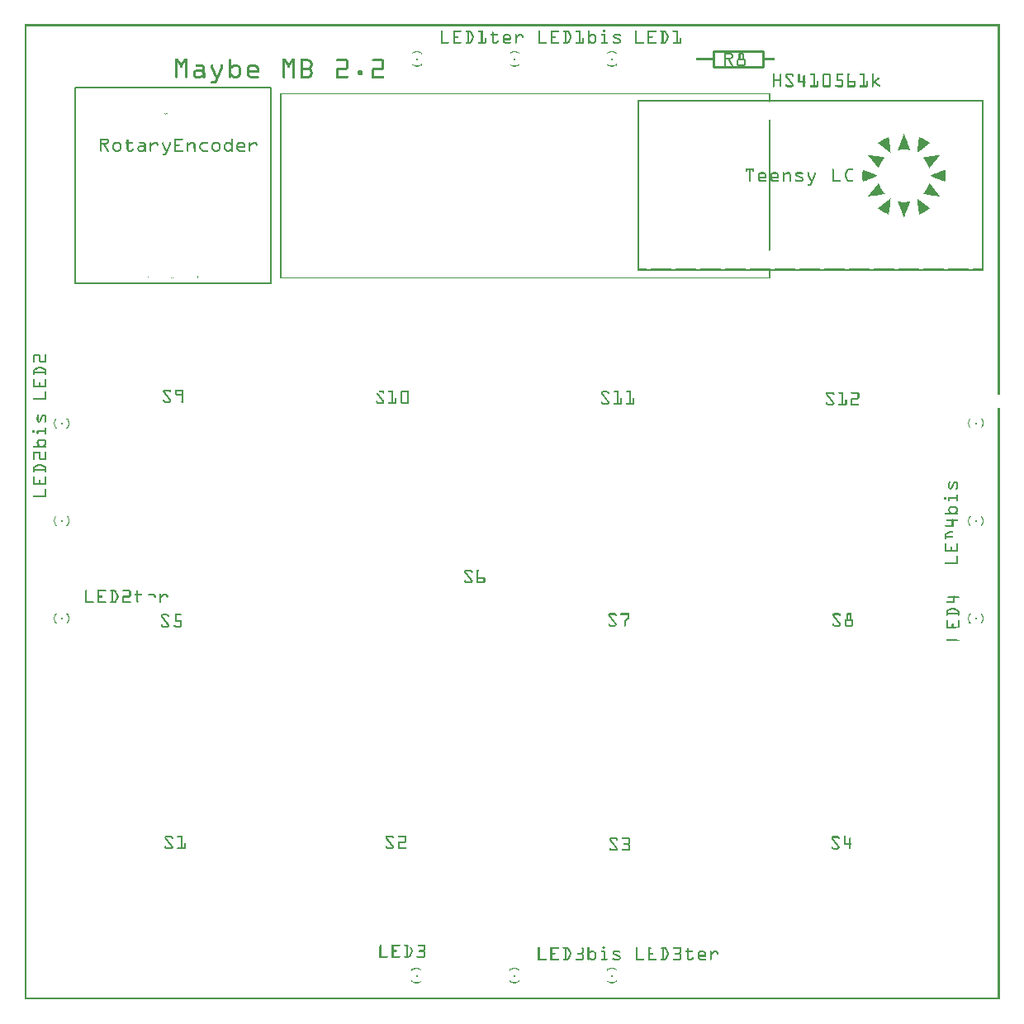
<source format=gto>
G04 MADE WITH FRITZING*
G04 WWW.FRITZING.ORG*
G04 DOUBLE SIDED*
G04 HOLES PLATED*
G04 CONTOUR ON CENTER OF CONTOUR VECTOR*
%ASAXBY*%
%FSLAX23Y23*%
%MOIN*%
%OFA0B0*%
%SFA1.0B1.0*%
%ADD10C,0.156306X0.156306*%
%ADD11C,0.065278X0.0652778*%
%ADD12R,0.007874X0.007874*%
%ADD13R,0.797000X0.796957X0.783000X0.782957*%
%ADD14C,0.007000*%
%ADD15C,0.010000*%
%ADD16C,0.005000*%
%ADD17R,0.001000X0.001000*%
%LNSILK1*%
G90*
G70*
G54D10*
X600Y1387D03*
G54D11*
X400Y1387D03*
X799Y1387D03*
G54D10*
X600Y486D03*
G54D11*
X400Y486D03*
X800Y486D03*
G54D10*
X3300Y2286D03*
G54D11*
X3100Y2286D03*
X3500Y2286D03*
G54D10*
X2400Y2287D03*
G54D11*
X2200Y2287D03*
X2599Y2287D03*
G54D10*
X1500Y2286D03*
G54D11*
X1300Y2286D03*
X1700Y2286D03*
G54D10*
X600Y2287D03*
G54D11*
X400Y2287D03*
X800Y2287D03*
G54D10*
X3300Y1386D03*
G54D11*
X3100Y1386D03*
X3500Y1386D03*
G54D10*
X2400Y1387D03*
G54D11*
X2200Y1387D03*
X2599Y1387D03*
G54D10*
X1500Y1386D03*
G54D11*
X1300Y1386D03*
X1700Y1386D03*
G54D10*
X1500Y487D03*
G54D11*
X1301Y487D03*
X1700Y487D03*
G54D10*
X2400Y487D03*
G54D11*
X2200Y487D03*
X2600Y487D03*
G54D10*
X3300Y487D03*
G54D11*
X3100Y487D03*
X3499Y487D03*
G54D12*
X1583Y97D03*
X150Y2326D03*
G54D14*
X206Y3682D02*
X996Y3682D01*
X996Y2892D01*
X206Y2892D01*
X206Y3682D01*
D02*
G54D12*
X1979Y3797D03*
X1584Y3797D03*
X2371Y3797D03*
X150Y1933D03*
X3840Y1538D03*
X3840Y1931D03*
X3840Y2327D03*
X150Y1538D03*
X2371Y97D03*
X1978Y97D03*
G54D15*
X2780Y3830D02*
X2980Y3830D01*
D02*
X2980Y3830D02*
X2980Y3764D01*
D02*
X2980Y3764D02*
X2780Y3764D01*
D02*
X2780Y3764D02*
X2780Y3830D01*
G36*
X3550Y3495D02*
X3550Y3494D01*
X3549Y3494D01*
X3549Y3493D01*
X3549Y3493D01*
X3549Y3492D01*
X3548Y3492D01*
X3548Y3491D01*
X3548Y3491D01*
X3548Y3489D01*
X3547Y3489D01*
X3547Y3488D01*
X3547Y3488D01*
X3547Y3487D01*
X3546Y3487D01*
X3546Y3486D01*
X3546Y3486D01*
X3546Y3484D01*
X3545Y3484D01*
X3545Y3483D01*
X3545Y3483D01*
X3545Y3482D01*
X3545Y3482D01*
X3545Y3481D01*
X3544Y3481D01*
X3544Y3479D01*
X3544Y3479D01*
X3544Y3478D01*
X3543Y3478D01*
X3543Y3477D01*
X3543Y3477D01*
X3543Y3475D01*
X3542Y3475D01*
X3542Y3474D01*
X3542Y3474D01*
X3542Y3473D01*
X3541Y3473D01*
X3541Y3472D01*
X3541Y3472D01*
X3541Y3471D01*
X3540Y3471D01*
X3540Y3469D01*
X3540Y3469D01*
X3540Y3468D01*
X3539Y3468D01*
X3539Y3467D01*
X3539Y3467D01*
X3539Y3465D01*
X3538Y3465D01*
X3538Y3465D01*
X3538Y3465D01*
X3538Y3463D01*
X3537Y3463D01*
X3537Y3462D01*
X3537Y3462D01*
X3537Y3461D01*
X3537Y3461D01*
X3537Y3459D01*
X3536Y3459D01*
X3536Y3458D01*
X3536Y3458D01*
X3536Y3457D01*
X3535Y3457D01*
X3535Y3456D01*
X3535Y3456D01*
X3535Y3455D01*
X3534Y3455D01*
X3534Y3453D01*
X3534Y3453D01*
X3534Y3452D01*
X3533Y3452D01*
X3533Y3450D01*
X3533Y3450D01*
X3533Y3449D01*
X3532Y3449D01*
X3532Y3448D01*
X3532Y3448D01*
X3532Y3447D01*
X3531Y3447D01*
X3531Y3446D01*
X3531Y3446D01*
X3531Y3445D01*
X3530Y3445D01*
X3530Y3443D01*
X3530Y3443D01*
X3530Y3441D01*
X3529Y3441D01*
X3529Y3441D01*
X3529Y3441D01*
X3529Y3439D01*
X3528Y3439D01*
X3528Y3439D01*
X3528Y3439D01*
X3528Y3437D01*
X3528Y3437D01*
X3528Y3436D01*
X3527Y3436D01*
X3527Y3435D01*
X3527Y3435D01*
X3527Y3433D01*
X3526Y3433D01*
X3526Y3432D01*
X3550Y3432D01*
X3550Y3432D01*
X3559Y3432D01*
X3559Y3431D01*
X3563Y3431D01*
X3563Y3431D01*
X3568Y3431D01*
X3568Y3430D01*
X3570Y3430D01*
X3570Y3430D01*
X3572Y3430D01*
X3572Y3430D01*
X3574Y3430D01*
X3574Y3429D01*
X3575Y3429D01*
X3575Y3430D01*
X3575Y3430D01*
X3575Y3430D01*
X3575Y3430D01*
X3575Y3431D01*
X3574Y3431D01*
X3574Y3433D01*
X3574Y3433D01*
X3574Y3434D01*
X3573Y3434D01*
X3573Y3435D01*
X3573Y3435D01*
X3573Y3437D01*
X3572Y3437D01*
X3572Y3438D01*
X3572Y3438D01*
X3572Y3439D01*
X3572Y3439D01*
X3572Y3440D01*
X3571Y3440D01*
X3571Y3441D01*
X3571Y3441D01*
X3571Y3443D01*
X3570Y3443D01*
X3570Y3444D01*
X3570Y3444D01*
X3570Y3445D01*
X3569Y3445D01*
X3569Y3447D01*
X3569Y3447D01*
X3569Y3448D01*
X3568Y3448D01*
X3568Y3449D01*
X3568Y3449D01*
X3568Y3450D01*
X3567Y3450D01*
X3567Y3451D01*
X3567Y3451D01*
X3567Y3453D01*
X3566Y3453D01*
X3566Y3454D01*
X3566Y3454D01*
X3566Y3455D01*
X3565Y3455D01*
X3565Y3456D01*
X3565Y3456D01*
X3565Y3457D01*
X3564Y3457D01*
X3564Y3459D01*
X3564Y3459D01*
X3564Y3460D01*
X3563Y3460D01*
X3563Y3461D01*
X3563Y3461D01*
X3563Y3463D01*
X3563Y3463D01*
X3563Y3464D01*
X3562Y3464D01*
X3562Y3465D01*
X3562Y3465D01*
X3562Y3466D01*
X3561Y3466D01*
X3561Y3467D01*
X3561Y3467D01*
X3561Y3469D01*
X3560Y3469D01*
X3560Y3470D01*
X3560Y3470D01*
X3560Y3471D01*
X3559Y3471D01*
X3559Y3473D01*
X3559Y3473D01*
X3559Y3474D01*
X3558Y3474D01*
X3558Y3475D01*
X3558Y3475D01*
X3558Y3476D01*
X3557Y3476D01*
X3557Y3477D01*
X3557Y3477D01*
X3557Y3478D01*
X3556Y3478D01*
X3556Y3480D01*
X3556Y3480D01*
X3556Y3481D01*
X3555Y3481D01*
X3555Y3483D01*
X3555Y3483D01*
X3555Y3483D01*
X3554Y3483D01*
X3554Y3485D01*
X3554Y3485D01*
X3554Y3486D01*
X3554Y3486D01*
X3554Y3487D01*
X3553Y3487D01*
X3553Y3488D01*
X3553Y3488D01*
X3553Y3490D01*
X3552Y3490D01*
X3552Y3491D01*
X3552Y3491D01*
X3552Y3492D01*
X3551Y3492D01*
X3551Y3493D01*
X3551Y3493D01*
X3551Y3494D01*
X3550Y3494D01*
X3550Y3495D01*
X3550Y3495D01*
G37*
D02*
G36*
X3526Y3432D02*
X3526Y3432D01*
X3526Y3432D01*
X3526Y3430D01*
X3525Y3430D01*
X3525Y3429D01*
X3526Y3429D01*
X3526Y3430D01*
X3528Y3430D01*
X3528Y3430D01*
X3530Y3430D01*
X3530Y3430D01*
X3533Y3430D01*
X3533Y3431D01*
X3536Y3431D01*
X3536Y3431D01*
X3541Y3431D01*
X3541Y3432D01*
X3548Y3432D01*
X3548Y3432D01*
X3526Y3432D01*
G37*
D02*
G36*
X3549Y3432D02*
X3549Y3432D01*
X3550Y3432D01*
X3550Y3432D01*
X3549Y3432D01*
G37*
D02*
G36*
X3567Y3431D02*
X3567Y3430D01*
X3567Y3430D01*
X3567Y3431D01*
X3567Y3431D01*
G37*
D02*
G36*
X3488Y3483D02*
X3488Y3482D01*
X3486Y3482D01*
X3486Y3482D01*
X3485Y3482D01*
X3485Y3481D01*
X3484Y3481D01*
X3484Y3481D01*
X3483Y3481D01*
X3483Y3480D01*
X3482Y3480D01*
X3482Y3480D01*
X3481Y3480D01*
X3481Y3479D01*
X3480Y3479D01*
X3480Y3479D01*
X3479Y3479D01*
X3479Y3478D01*
X3478Y3478D01*
X3478Y3478D01*
X3477Y3478D01*
X3477Y3477D01*
X3476Y3477D01*
X3476Y3477D01*
X3475Y3477D01*
X3475Y3476D01*
X3474Y3476D01*
X3474Y3476D01*
X3473Y3476D01*
X3473Y3475D01*
X3472Y3475D01*
X3472Y3475D01*
X3471Y3475D01*
X3471Y3474D01*
X3470Y3474D01*
X3470Y3474D01*
X3470Y3474D01*
X3470Y3474D01*
X3469Y3474D01*
X3469Y3473D01*
X3468Y3473D01*
X3468Y3473D01*
X3467Y3473D01*
X3467Y3472D01*
X3466Y3472D01*
X3466Y3472D01*
X3465Y3472D01*
X3465Y3471D01*
X3465Y3471D01*
X3465Y3471D01*
X3464Y3471D01*
X3464Y3470D01*
X3463Y3470D01*
X3463Y3470D01*
X3462Y3470D01*
X3462Y3469D01*
X3461Y3469D01*
X3461Y3469D01*
X3461Y3469D01*
X3461Y3468D01*
X3460Y3468D01*
X3460Y3468D01*
X3459Y3468D01*
X3459Y3467D01*
X3458Y3467D01*
X3458Y3467D01*
X3458Y3467D01*
X3458Y3466D01*
X3457Y3466D01*
X3457Y3466D01*
X3456Y3466D01*
X3456Y3465D01*
X3456Y3465D01*
X3456Y3465D01*
X3455Y3465D01*
X3455Y3465D01*
X3454Y3465D01*
X3454Y3464D01*
X3453Y3464D01*
X3453Y3464D01*
X3453Y3464D01*
X3453Y3463D01*
X3452Y3463D01*
X3452Y3463D01*
X3451Y3463D01*
X3451Y3462D01*
X3451Y3462D01*
X3451Y3462D01*
X3450Y3462D01*
X3450Y3461D01*
X3449Y3461D01*
X3449Y3461D01*
X3449Y3461D01*
X3449Y3460D01*
X3448Y3460D01*
X3448Y3460D01*
X3448Y3460D01*
X3448Y3459D01*
X3447Y3459D01*
X3447Y3459D01*
X3447Y3459D01*
X3447Y3458D01*
X3446Y3458D01*
X3446Y3458D01*
X3445Y3458D01*
X3445Y3457D01*
X3446Y3457D01*
X3446Y3457D01*
X3446Y3457D01*
X3446Y3457D01*
X3447Y3457D01*
X3447Y3456D01*
X3447Y3456D01*
X3447Y3456D01*
X3448Y3456D01*
X3448Y3455D01*
X3449Y3455D01*
X3449Y3455D01*
X3449Y3455D01*
X3449Y3454D01*
X3449Y3454D01*
X3449Y3454D01*
X3450Y3454D01*
X3450Y3453D01*
X3451Y3453D01*
X3451Y3453D01*
X3451Y3453D01*
X3451Y3452D01*
X3452Y3452D01*
X3452Y3452D01*
X3453Y3452D01*
X3453Y3451D01*
X3453Y3451D01*
X3453Y3451D01*
X3454Y3451D01*
X3454Y3450D01*
X3455Y3450D01*
X3455Y3450D01*
X3455Y3450D01*
X3455Y3449D01*
X3456Y3449D01*
X3456Y3449D01*
X3457Y3449D01*
X3457Y3448D01*
X3457Y3448D01*
X3457Y3448D01*
X3458Y3448D01*
X3458Y3448D01*
X3458Y3448D01*
X3458Y3447D01*
X3459Y3447D01*
X3459Y3447D01*
X3459Y3447D01*
X3459Y3446D01*
X3460Y3446D01*
X3460Y3446D01*
X3461Y3446D01*
X3461Y3445D01*
X3461Y3445D01*
X3461Y3445D01*
X3462Y3445D01*
X3462Y3444D01*
X3463Y3444D01*
X3463Y3444D01*
X3463Y3444D01*
X3463Y3443D01*
X3464Y3443D01*
X3464Y3443D01*
X3464Y3443D01*
X3464Y3442D01*
X3465Y3442D01*
X3465Y3442D01*
X3466Y3442D01*
X3466Y3441D01*
X3466Y3441D01*
X3466Y3441D01*
X3467Y3441D01*
X3467Y3440D01*
X3467Y3440D01*
X3467Y3440D01*
X3468Y3440D01*
X3468Y3439D01*
X3469Y3439D01*
X3469Y3439D01*
X3469Y3439D01*
X3469Y3439D01*
X3470Y3439D01*
X3470Y3438D01*
X3471Y3438D01*
X3471Y3438D01*
X3471Y3438D01*
X3471Y3437D01*
X3472Y3437D01*
X3472Y3437D01*
X3472Y3437D01*
X3472Y3436D01*
X3473Y3436D01*
X3473Y3436D01*
X3474Y3436D01*
X3474Y3435D01*
X3474Y3435D01*
X3474Y3435D01*
X3475Y3435D01*
X3475Y3434D01*
X3475Y3434D01*
X3475Y3434D01*
X3476Y3434D01*
X3476Y3433D01*
X3476Y3433D01*
X3476Y3433D01*
X3477Y3433D01*
X3477Y3432D01*
X3478Y3432D01*
X3478Y3432D01*
X3478Y3432D01*
X3478Y3431D01*
X3479Y3431D01*
X3479Y3431D01*
X3480Y3431D01*
X3480Y3430D01*
X3480Y3430D01*
X3480Y3430D01*
X3481Y3430D01*
X3481Y3430D01*
X3482Y3430D01*
X3482Y3429D01*
X3482Y3429D01*
X3482Y3429D01*
X3483Y3429D01*
X3483Y3428D01*
X3484Y3428D01*
X3484Y3428D01*
X3484Y3428D01*
X3484Y3427D01*
X3484Y3427D01*
X3484Y3427D01*
X3485Y3427D01*
X3485Y3426D01*
X3486Y3426D01*
X3486Y3426D01*
X3486Y3426D01*
X3486Y3425D01*
X3487Y3425D01*
X3487Y3425D01*
X3488Y3425D01*
X3488Y3424D01*
X3488Y3424D01*
X3488Y3424D01*
X3489Y3424D01*
X3489Y3423D01*
X3490Y3423D01*
X3490Y3423D01*
X3490Y3423D01*
X3490Y3422D01*
X3491Y3422D01*
X3491Y3422D01*
X3492Y3422D01*
X3492Y3422D01*
X3492Y3422D01*
X3492Y3421D01*
X3493Y3421D01*
X3493Y3421D01*
X3493Y3421D01*
X3493Y3420D01*
X3494Y3420D01*
X3494Y3420D01*
X3494Y3420D01*
X3494Y3419D01*
X3495Y3419D01*
X3495Y3419D01*
X3496Y3419D01*
X3496Y3418D01*
X3496Y3418D01*
X3496Y3418D01*
X3497Y3418D01*
X3497Y3421D01*
X3496Y3421D01*
X3496Y3424D01*
X3496Y3424D01*
X3496Y3427D01*
X3495Y3427D01*
X3495Y3431D01*
X3495Y3431D01*
X3495Y3435D01*
X3494Y3435D01*
X3494Y3438D01*
X3494Y3438D01*
X3494Y3441D01*
X3493Y3441D01*
X3493Y3445D01*
X3493Y3445D01*
X3493Y3449D01*
X3493Y3449D01*
X3493Y3452D01*
X3492Y3452D01*
X3492Y3457D01*
X3492Y3457D01*
X3492Y3459D01*
X3491Y3459D01*
X3491Y3463D01*
X3491Y3463D01*
X3491Y3466D01*
X3490Y3466D01*
X3490Y3470D01*
X3490Y3470D01*
X3490Y3474D01*
X3489Y3474D01*
X3489Y3477D01*
X3489Y3477D01*
X3489Y3477D01*
X3489Y3477D01*
X3489Y3478D01*
X3489Y3478D01*
X3489Y3481D01*
X3488Y3481D01*
X3488Y3483D01*
X3488Y3483D01*
G37*
D02*
G36*
X3611Y3482D02*
X3611Y3481D01*
X3611Y3481D01*
X3611Y3479D01*
X3610Y3479D01*
X3610Y3475D01*
X3610Y3475D01*
X3610Y3472D01*
X3609Y3472D01*
X3609Y3468D01*
X3609Y3468D01*
X3609Y3465D01*
X3608Y3465D01*
X3608Y3461D01*
X3608Y3461D01*
X3608Y3461D01*
X3608Y3461D01*
X3608Y3460D01*
X3608Y3460D01*
X3608Y3457D01*
X3607Y3457D01*
X3607Y3454D01*
X3607Y3454D01*
X3607Y3453D01*
X3607Y3453D01*
X3607Y3453D01*
X3607Y3453D01*
X3607Y3450D01*
X3607Y3450D01*
X3607Y3447D01*
X3606Y3447D01*
X3606Y3443D01*
X3606Y3443D01*
X3606Y3439D01*
X3605Y3439D01*
X3605Y3436D01*
X3605Y3436D01*
X3605Y3433D01*
X3604Y3433D01*
X3604Y3429D01*
X3604Y3429D01*
X3604Y3425D01*
X3603Y3425D01*
X3603Y3422D01*
X3603Y3422D01*
X3603Y3418D01*
X3604Y3418D01*
X3604Y3419D01*
X3604Y3419D01*
X3604Y3419D01*
X3605Y3419D01*
X3605Y3420D01*
X3606Y3420D01*
X3606Y3420D01*
X3606Y3420D01*
X3606Y3421D01*
X3607Y3421D01*
X3607Y3421D01*
X3607Y3421D01*
X3607Y3422D01*
X3608Y3422D01*
X3608Y3422D01*
X3608Y3422D01*
X3608Y3422D01*
X3609Y3422D01*
X3609Y3423D01*
X3610Y3423D01*
X3610Y3423D01*
X3610Y3423D01*
X3610Y3424D01*
X3611Y3424D01*
X3611Y3424D01*
X3612Y3424D01*
X3612Y3425D01*
X3612Y3425D01*
X3612Y3425D01*
X3613Y3425D01*
X3613Y3426D01*
X3614Y3426D01*
X3614Y3426D01*
X3614Y3426D01*
X3614Y3427D01*
X3615Y3427D01*
X3615Y3427D01*
X3616Y3427D01*
X3616Y3428D01*
X3616Y3428D01*
X3616Y3428D01*
X3616Y3428D01*
X3616Y3429D01*
X3617Y3429D01*
X3617Y3430D01*
X3618Y3430D01*
X3618Y3430D01*
X3619Y3430D01*
X3619Y3430D01*
X3620Y3430D01*
X3620Y3431D01*
X3620Y3431D01*
X3620Y3431D01*
X3621Y3431D01*
X3621Y3432D01*
X3622Y3432D01*
X3622Y3432D01*
X3622Y3432D01*
X3622Y3433D01*
X3623Y3433D01*
X3623Y3433D01*
X3624Y3433D01*
X3624Y3434D01*
X3624Y3434D01*
X3624Y3434D01*
X3625Y3434D01*
X3625Y3435D01*
X3625Y3435D01*
X3625Y3435D01*
X3626Y3435D01*
X3626Y3436D01*
X3626Y3436D01*
X3626Y3436D01*
X3627Y3436D01*
X3627Y3437D01*
X3628Y3437D01*
X3628Y3437D01*
X3628Y3437D01*
X3628Y3438D01*
X3629Y3438D01*
X3629Y3438D01*
X3630Y3438D01*
X3630Y3439D01*
X3631Y3439D01*
X3631Y3439D01*
X3631Y3439D01*
X3631Y3440D01*
X3632Y3440D01*
X3632Y3440D01*
X3633Y3440D01*
X3633Y3441D01*
X3633Y3441D01*
X3633Y3441D01*
X3634Y3441D01*
X3634Y3442D01*
X3634Y3442D01*
X3634Y3442D01*
X3635Y3442D01*
X3635Y3443D01*
X3635Y3443D01*
X3635Y3443D01*
X3636Y3443D01*
X3636Y3444D01*
X3637Y3444D01*
X3637Y3444D01*
X3637Y3444D01*
X3637Y3445D01*
X3638Y3445D01*
X3638Y3445D01*
X3639Y3445D01*
X3639Y3446D01*
X3639Y3446D01*
X3639Y3446D01*
X3640Y3446D01*
X3640Y3447D01*
X3641Y3447D01*
X3641Y3447D01*
X3641Y3447D01*
X3641Y3448D01*
X3642Y3448D01*
X3642Y3448D01*
X3642Y3448D01*
X3642Y3448D01*
X3643Y3448D01*
X3643Y3449D01*
X3643Y3449D01*
X3643Y3449D01*
X3644Y3449D01*
X3644Y3450D01*
X3645Y3450D01*
X3645Y3450D01*
X3645Y3450D01*
X3645Y3451D01*
X3646Y3451D01*
X3646Y3451D01*
X3647Y3451D01*
X3647Y3452D01*
X3647Y3452D01*
X3647Y3452D01*
X3648Y3452D01*
X3648Y3453D01*
X3649Y3453D01*
X3649Y3453D01*
X3649Y3453D01*
X3649Y3454D01*
X3650Y3454D01*
X3650Y3454D01*
X3650Y3454D01*
X3650Y3455D01*
X3651Y3455D01*
X3651Y3455D01*
X3651Y3455D01*
X3651Y3456D01*
X3652Y3456D01*
X3652Y3456D01*
X3653Y3456D01*
X3653Y3457D01*
X3653Y3457D01*
X3653Y3457D01*
X3654Y3457D01*
X3654Y3457D01*
X3654Y3457D01*
X3654Y3458D01*
X3654Y3458D01*
X3654Y3458D01*
X3653Y3458D01*
X3653Y3459D01*
X3653Y3459D01*
X3653Y3459D01*
X3652Y3459D01*
X3652Y3460D01*
X3651Y3460D01*
X3651Y3460D01*
X3651Y3460D01*
X3651Y3461D01*
X3650Y3461D01*
X3650Y3461D01*
X3650Y3461D01*
X3650Y3462D01*
X3649Y3462D01*
X3649Y3462D01*
X3648Y3462D01*
X3648Y3463D01*
X3648Y3463D01*
X3648Y3463D01*
X3647Y3463D01*
X3647Y3464D01*
X3646Y3464D01*
X3646Y3464D01*
X3646Y3464D01*
X3646Y3465D01*
X3645Y3465D01*
X3645Y3465D01*
X3644Y3465D01*
X3644Y3465D01*
X3643Y3465D01*
X3643Y3466D01*
X3643Y3466D01*
X3643Y3466D01*
X3642Y3466D01*
X3642Y3467D01*
X3642Y3467D01*
X3642Y3467D01*
X3641Y3467D01*
X3641Y3468D01*
X3640Y3468D01*
X3640Y3468D01*
X3639Y3468D01*
X3639Y3469D01*
X3638Y3469D01*
X3638Y3469D01*
X3638Y3469D01*
X3638Y3470D01*
X3637Y3470D01*
X3637Y3470D01*
X3636Y3470D01*
X3636Y3471D01*
X3635Y3471D01*
X3635Y3471D01*
X3634Y3471D01*
X3634Y3472D01*
X3633Y3472D01*
X3633Y3472D01*
X3633Y3472D01*
X3633Y3473D01*
X3632Y3473D01*
X3632Y3473D01*
X3631Y3473D01*
X3631Y3474D01*
X3630Y3474D01*
X3630Y3474D01*
X3629Y3474D01*
X3629Y3474D01*
X3629Y3474D01*
X3629Y3475D01*
X3628Y3475D01*
X3628Y3475D01*
X3627Y3475D01*
X3627Y3476D01*
X3625Y3476D01*
X3625Y3476D01*
X3625Y3476D01*
X3625Y3477D01*
X3624Y3477D01*
X3624Y3477D01*
X3623Y3477D01*
X3623Y3478D01*
X3622Y3478D01*
X3622Y3478D01*
X3621Y3478D01*
X3621Y3479D01*
X3620Y3479D01*
X3620Y3479D01*
X3619Y3479D01*
X3619Y3480D01*
X3618Y3480D01*
X3618Y3480D01*
X3616Y3480D01*
X3616Y3481D01*
X3616Y3481D01*
X3616Y3481D01*
X3614Y3481D01*
X3614Y3482D01*
X3613Y3482D01*
X3613Y3482D01*
X3611Y3482D01*
G37*
D02*
G36*
X3404Y3411D02*
X3404Y3410D01*
X3404Y3410D01*
X3404Y3410D01*
X3405Y3410D01*
X3405Y3409D01*
X3405Y3409D01*
X3405Y3408D01*
X3405Y3408D01*
X3405Y3408D01*
X3406Y3408D01*
X3406Y3407D01*
X3406Y3407D01*
X3406Y3407D01*
X3407Y3407D01*
X3407Y3406D01*
X3407Y3406D01*
X3407Y3405D01*
X3408Y3405D01*
X3408Y3405D01*
X3408Y3405D01*
X3408Y3404D01*
X3409Y3404D01*
X3409Y3404D01*
X3409Y3404D01*
X3409Y3403D01*
X3450Y3403D01*
X3450Y3404D01*
X3448Y3404D01*
X3448Y3404D01*
X3445Y3404D01*
X3445Y3404D01*
X3441Y3404D01*
X3441Y3405D01*
X3439Y3405D01*
X3439Y3405D01*
X3436Y3405D01*
X3436Y3406D01*
X3433Y3406D01*
X3433Y3406D01*
X3430Y3406D01*
X3430Y3407D01*
X3427Y3407D01*
X3427Y3407D01*
X3424Y3407D01*
X3424Y3408D01*
X3421Y3408D01*
X3421Y3408D01*
X3418Y3408D01*
X3418Y3409D01*
X3415Y3409D01*
X3415Y3409D01*
X3412Y3409D01*
X3412Y3410D01*
X3409Y3410D01*
X3409Y3410D01*
X3406Y3410D01*
X3406Y3411D01*
X3404Y3411D01*
G37*
D02*
G36*
X3450Y3404D02*
X3450Y3403D01*
X3451Y3403D01*
X3451Y3404D01*
X3450Y3404D01*
G37*
D02*
G36*
X3410Y3403D02*
X3410Y3403D01*
X3453Y3403D01*
X3453Y3403D01*
X3410Y3403D01*
G37*
D02*
G36*
X3410Y3403D02*
X3410Y3403D01*
X3453Y3403D01*
X3453Y3403D01*
X3410Y3403D01*
G37*
D02*
G36*
X3410Y3403D02*
X3410Y3402D01*
X3411Y3402D01*
X3411Y3402D01*
X3411Y3402D01*
X3411Y3401D01*
X3412Y3401D01*
X3412Y3400D01*
X3412Y3400D01*
X3412Y3400D01*
X3413Y3400D01*
X3413Y3399D01*
X3413Y3399D01*
X3413Y3399D01*
X3414Y3399D01*
X3414Y3398D01*
X3414Y3398D01*
X3414Y3397D01*
X3414Y3397D01*
X3414Y3397D01*
X3415Y3397D01*
X3415Y3396D01*
X3415Y3396D01*
X3415Y3395D01*
X3416Y3395D01*
X3416Y3395D01*
X3416Y3395D01*
X3416Y3395D01*
X3417Y3395D01*
X3417Y3394D01*
X3417Y3394D01*
X3417Y3393D01*
X3418Y3393D01*
X3418Y3393D01*
X3418Y3393D01*
X3418Y3392D01*
X3419Y3392D01*
X3419Y3392D01*
X3419Y3392D01*
X3419Y3391D01*
X3420Y3391D01*
X3420Y3390D01*
X3420Y3390D01*
X3420Y3390D01*
X3421Y3390D01*
X3421Y3389D01*
X3421Y3389D01*
X3421Y3388D01*
X3422Y3388D01*
X3422Y3388D01*
X3422Y3388D01*
X3422Y3387D01*
X3422Y3387D01*
X3422Y3387D01*
X3423Y3387D01*
X3423Y3386D01*
X3423Y3386D01*
X3423Y3386D01*
X3424Y3386D01*
X3424Y3385D01*
X3424Y3385D01*
X3424Y3385D01*
X3425Y3385D01*
X3425Y3384D01*
X3425Y3384D01*
X3425Y3383D01*
X3426Y3383D01*
X3426Y3383D01*
X3426Y3383D01*
X3426Y3382D01*
X3427Y3382D01*
X3427Y3382D01*
X3427Y3382D01*
X3427Y3381D01*
X3428Y3381D01*
X3428Y3380D01*
X3428Y3380D01*
X3428Y3380D01*
X3429Y3380D01*
X3429Y3379D01*
X3429Y3379D01*
X3429Y3379D01*
X3430Y3379D01*
X3430Y3378D01*
X3430Y3378D01*
X3430Y3378D01*
X3431Y3378D01*
X3431Y3377D01*
X3431Y3377D01*
X3431Y3377D01*
X3431Y3377D01*
X3431Y3376D01*
X3432Y3376D01*
X3432Y3375D01*
X3432Y3375D01*
X3432Y3375D01*
X3433Y3375D01*
X3433Y3374D01*
X3433Y3374D01*
X3433Y3373D01*
X3434Y3373D01*
X3434Y3373D01*
X3434Y3373D01*
X3434Y3372D01*
X3435Y3372D01*
X3435Y3372D01*
X3435Y3372D01*
X3435Y3371D01*
X3436Y3371D01*
X3436Y3371D01*
X3436Y3371D01*
X3436Y3370D01*
X3437Y3370D01*
X3437Y3369D01*
X3437Y3369D01*
X3437Y3369D01*
X3438Y3369D01*
X3438Y3369D01*
X3438Y3369D01*
X3438Y3368D01*
X3439Y3368D01*
X3439Y3367D01*
X3439Y3367D01*
X3439Y3367D01*
X3440Y3367D01*
X3440Y3366D01*
X3440Y3366D01*
X3440Y3366D01*
X3440Y3366D01*
X3440Y3365D01*
X3441Y3365D01*
X3441Y3364D01*
X3441Y3364D01*
X3441Y3364D01*
X3442Y3364D01*
X3442Y3363D01*
X3442Y3363D01*
X3442Y3362D01*
X3443Y3362D01*
X3443Y3362D01*
X3443Y3362D01*
X3443Y3361D01*
X3444Y3361D01*
X3444Y3360D01*
X3444Y3360D01*
X3444Y3360D01*
X3445Y3360D01*
X3445Y3360D01*
X3445Y3360D01*
X3445Y3359D01*
X3446Y3359D01*
X3446Y3359D01*
X3446Y3359D01*
X3446Y3358D01*
X3447Y3358D01*
X3447Y3357D01*
X3447Y3357D01*
X3447Y3357D01*
X3448Y3357D01*
X3448Y3356D01*
X3449Y3356D01*
X3449Y3358D01*
X3449Y3358D01*
X3449Y3359D01*
X3449Y3359D01*
X3449Y3361D01*
X3450Y3361D01*
X3450Y3362D01*
X3450Y3362D01*
X3450Y3363D01*
X3451Y3363D01*
X3451Y3364D01*
X3451Y3364D01*
X3451Y3366D01*
X3452Y3366D01*
X3452Y3367D01*
X3452Y3367D01*
X3452Y3369D01*
X3453Y3369D01*
X3453Y3369D01*
X3453Y3369D01*
X3453Y3370D01*
X3454Y3370D01*
X3454Y3371D01*
X3454Y3371D01*
X3454Y3372D01*
X3455Y3372D01*
X3455Y3373D01*
X3455Y3373D01*
X3455Y3374D01*
X3456Y3374D01*
X3456Y3375D01*
X3456Y3375D01*
X3456Y3376D01*
X3457Y3376D01*
X3457Y3377D01*
X3457Y3377D01*
X3457Y3378D01*
X3458Y3378D01*
X3458Y3378D01*
X3458Y3378D01*
X3458Y3379D01*
X3458Y3379D01*
X3458Y3380D01*
X3459Y3380D01*
X3459Y3381D01*
X3459Y3381D01*
X3459Y3382D01*
X3460Y3382D01*
X3460Y3382D01*
X3460Y3382D01*
X3460Y3383D01*
X3461Y3383D01*
X3461Y3384D01*
X3461Y3384D01*
X3461Y3385D01*
X3462Y3385D01*
X3462Y3386D01*
X3462Y3386D01*
X3462Y3386D01*
X3463Y3386D01*
X3463Y3386D01*
X3463Y3386D01*
X3463Y3387D01*
X3464Y3387D01*
X3464Y3388D01*
X3464Y3388D01*
X3464Y3389D01*
X3465Y3389D01*
X3465Y3389D01*
X3465Y3389D01*
X3465Y3390D01*
X3466Y3390D01*
X3466Y3391D01*
X3466Y3391D01*
X3466Y3391D01*
X3466Y3391D01*
X3466Y3392D01*
X3467Y3392D01*
X3467Y3393D01*
X3467Y3393D01*
X3467Y3393D01*
X3468Y3393D01*
X3468Y3394D01*
X3468Y3394D01*
X3468Y3394D01*
X3469Y3394D01*
X3469Y3395D01*
X3469Y3395D01*
X3469Y3395D01*
X3470Y3395D01*
X3470Y3396D01*
X3470Y3396D01*
X3470Y3396D01*
X3471Y3396D01*
X3471Y3397D01*
X3471Y3397D01*
X3471Y3397D01*
X3472Y3397D01*
X3472Y3398D01*
X3472Y3398D01*
X3472Y3398D01*
X3473Y3398D01*
X3473Y3399D01*
X3473Y3399D01*
X3473Y3400D01*
X3471Y3400D01*
X3471Y3400D01*
X3468Y3400D01*
X3468Y3401D01*
X3466Y3401D01*
X3466Y3401D01*
X3463Y3401D01*
X3463Y3402D01*
X3459Y3402D01*
X3459Y3402D01*
X3456Y3402D01*
X3456Y3403D01*
X3410Y3403D01*
G37*
D02*
G36*
X3694Y3411D02*
X3694Y3410D01*
X3691Y3410D01*
X3691Y3410D01*
X3688Y3410D01*
X3688Y3409D01*
X3685Y3409D01*
X3685Y3409D01*
X3682Y3409D01*
X3682Y3408D01*
X3679Y3408D01*
X3679Y3408D01*
X3676Y3408D01*
X3676Y3407D01*
X3673Y3407D01*
X3673Y3407D01*
X3670Y3407D01*
X3670Y3406D01*
X3668Y3406D01*
X3668Y3406D01*
X3665Y3406D01*
X3665Y3405D01*
X3661Y3405D01*
X3661Y3405D01*
X3659Y3405D01*
X3659Y3404D01*
X3656Y3404D01*
X3656Y3404D01*
X3653Y3404D01*
X3653Y3404D01*
X3650Y3404D01*
X3650Y3403D01*
X3646Y3403D01*
X3646Y3403D01*
X3644Y3403D01*
X3644Y3402D01*
X3641Y3402D01*
X3641Y3402D01*
X3638Y3402D01*
X3638Y3401D01*
X3635Y3401D01*
X3635Y3401D01*
X3632Y3401D01*
X3632Y3400D01*
X3629Y3400D01*
X3629Y3400D01*
X3627Y3400D01*
X3627Y3399D01*
X3627Y3399D01*
X3627Y3399D01*
X3627Y3399D01*
X3627Y3398D01*
X3628Y3398D01*
X3628Y3398D01*
X3628Y3398D01*
X3628Y3397D01*
X3629Y3397D01*
X3629Y3396D01*
X3629Y3396D01*
X3629Y3396D01*
X3630Y3396D01*
X3630Y3395D01*
X3630Y3395D01*
X3630Y3395D01*
X3631Y3395D01*
X3631Y3395D01*
X3631Y3395D01*
X3631Y3394D01*
X3632Y3394D01*
X3632Y3394D01*
X3632Y3394D01*
X3632Y3393D01*
X3633Y3393D01*
X3633Y3392D01*
X3633Y3392D01*
X3633Y3392D01*
X3633Y3392D01*
X3633Y3391D01*
X3634Y3391D01*
X3634Y3390D01*
X3634Y3390D01*
X3634Y3390D01*
X3635Y3390D01*
X3635Y3389D01*
X3635Y3389D01*
X3635Y3388D01*
X3636Y3388D01*
X3636Y3388D01*
X3636Y3388D01*
X3636Y3387D01*
X3637Y3387D01*
X3637Y3386D01*
X3637Y3386D01*
X3637Y3386D01*
X3638Y3386D01*
X3638Y3385D01*
X3638Y3385D01*
X3638Y3385D01*
X3639Y3385D01*
X3639Y3384D01*
X3639Y3384D01*
X3639Y3383D01*
X3640Y3383D01*
X3640Y3382D01*
X3640Y3382D01*
X3640Y3381D01*
X3641Y3381D01*
X3641Y3380D01*
X3641Y3380D01*
X3641Y3380D01*
X3642Y3380D01*
X3642Y3379D01*
X3642Y3379D01*
X3642Y3378D01*
X3642Y3378D01*
X3642Y3377D01*
X3643Y3377D01*
X3643Y3377D01*
X3643Y3377D01*
X3643Y3376D01*
X3644Y3376D01*
X3644Y3375D01*
X3644Y3375D01*
X3644Y3374D01*
X3645Y3374D01*
X3645Y3373D01*
X3645Y3373D01*
X3645Y3372D01*
X3646Y3372D01*
X3646Y3371D01*
X3646Y3371D01*
X3646Y3369D01*
X3647Y3369D01*
X3647Y3369D01*
X3647Y3369D01*
X3647Y3368D01*
X3648Y3368D01*
X3648Y3366D01*
X3648Y3366D01*
X3648Y3365D01*
X3649Y3365D01*
X3649Y3364D01*
X3649Y3364D01*
X3649Y3363D01*
X3650Y3363D01*
X3650Y3361D01*
X3650Y3361D01*
X3650Y3360D01*
X3651Y3360D01*
X3651Y3359D01*
X3651Y3359D01*
X3651Y3357D01*
X3651Y3357D01*
X3651Y3356D01*
X3653Y3356D01*
X3653Y3357D01*
X3653Y3357D01*
X3653Y3358D01*
X3654Y3358D01*
X3654Y3358D01*
X3654Y3358D01*
X3654Y3359D01*
X3655Y3359D01*
X3655Y3359D01*
X3655Y3359D01*
X3655Y3360D01*
X3656Y3360D01*
X3656Y3360D01*
X3656Y3360D01*
X3656Y3361D01*
X3657Y3361D01*
X3657Y3361D01*
X3657Y3361D01*
X3657Y3362D01*
X3658Y3362D01*
X3658Y3363D01*
X3658Y3363D01*
X3658Y3363D01*
X3659Y3363D01*
X3659Y3364D01*
X3659Y3364D01*
X3659Y3364D01*
X3660Y3364D01*
X3660Y3365D01*
X3660Y3365D01*
X3660Y3366D01*
X3660Y3366D01*
X3660Y3366D01*
X3661Y3366D01*
X3661Y3367D01*
X3661Y3367D01*
X3661Y3368D01*
X3662Y3368D01*
X3662Y3368D01*
X3662Y3368D01*
X3662Y3369D01*
X3663Y3369D01*
X3663Y3369D01*
X3663Y3369D01*
X3663Y3370D01*
X3664Y3370D01*
X3664Y3370D01*
X3664Y3370D01*
X3664Y3371D01*
X3665Y3371D01*
X3665Y3371D01*
X3665Y3371D01*
X3665Y3372D01*
X3666Y3372D01*
X3666Y3373D01*
X3666Y3373D01*
X3666Y3373D01*
X3667Y3373D01*
X3667Y3374D01*
X3667Y3374D01*
X3667Y3375D01*
X3668Y3375D01*
X3668Y3375D01*
X3668Y3375D01*
X3668Y3376D01*
X3668Y3376D01*
X3668Y3376D01*
X3669Y3376D01*
X3669Y3377D01*
X3669Y3377D01*
X3669Y3378D01*
X3670Y3378D01*
X3670Y3378D01*
X3670Y3378D01*
X3670Y3378D01*
X3671Y3378D01*
X3671Y3379D01*
X3671Y3379D01*
X3671Y3380D01*
X3672Y3380D01*
X3672Y3380D01*
X3672Y3380D01*
X3672Y3381D01*
X3673Y3381D01*
X3673Y3381D01*
X3673Y3381D01*
X3673Y3382D01*
X3674Y3382D01*
X3674Y3383D01*
X3674Y3383D01*
X3674Y3383D01*
X3675Y3383D01*
X3675Y3384D01*
X3675Y3384D01*
X3675Y3384D01*
X3676Y3384D01*
X3676Y3385D01*
X3676Y3385D01*
X3676Y3386D01*
X3677Y3386D01*
X3677Y3386D01*
X3677Y3386D01*
X3677Y3386D01*
X3677Y3386D01*
X3677Y3387D01*
X3678Y3387D01*
X3678Y3388D01*
X3678Y3388D01*
X3678Y3388D01*
X3679Y3388D01*
X3679Y3389D01*
X3679Y3389D01*
X3679Y3389D01*
X3680Y3389D01*
X3680Y3390D01*
X3680Y3390D01*
X3680Y3391D01*
X3681Y3391D01*
X3681Y3392D01*
X3682Y3392D01*
X3682Y3393D01*
X3682Y3393D01*
X3682Y3393D01*
X3683Y3393D01*
X3683Y3394D01*
X3683Y3394D01*
X3683Y3394D01*
X3684Y3394D01*
X3684Y3395D01*
X3684Y3395D01*
X3684Y3395D01*
X3685Y3395D01*
X3685Y3396D01*
X3686Y3396D01*
X3686Y3397D01*
X3686Y3397D01*
X3686Y3398D01*
X3686Y3398D01*
X3686Y3398D01*
X3687Y3398D01*
X3687Y3399D01*
X3687Y3399D01*
X3687Y3399D01*
X3688Y3399D01*
X3688Y3400D01*
X3688Y3400D01*
X3688Y3401D01*
X3689Y3401D01*
X3689Y3401D01*
X3689Y3401D01*
X3689Y3402D01*
X3690Y3402D01*
X3690Y3403D01*
X3690Y3403D01*
X3690Y3403D01*
X3691Y3403D01*
X3691Y3404D01*
X3691Y3404D01*
X3691Y3404D01*
X3692Y3404D01*
X3692Y3405D01*
X3692Y3405D01*
X3692Y3405D01*
X3693Y3405D01*
X3693Y3406D01*
X3693Y3406D01*
X3693Y3406D01*
X3694Y3406D01*
X3694Y3407D01*
X3694Y3407D01*
X3694Y3408D01*
X3695Y3408D01*
X3695Y3408D01*
X3695Y3408D01*
X3695Y3409D01*
X3695Y3409D01*
X3695Y3409D01*
X3696Y3409D01*
X3696Y3410D01*
X3696Y3410D01*
X3696Y3411D01*
X3694Y3411D01*
G37*
D02*
G36*
X3716Y3351D02*
X3716Y3351D01*
X3714Y3351D01*
X3714Y3350D01*
X3713Y3350D01*
X3713Y3350D01*
X3712Y3350D01*
X3712Y3349D01*
X3711Y3349D01*
X3711Y3349D01*
X3709Y3349D01*
X3709Y3348D01*
X3708Y3348D01*
X3708Y3348D01*
X3707Y3348D01*
X3707Y3347D01*
X3705Y3347D01*
X3705Y3347D01*
X3704Y3347D01*
X3704Y3346D01*
X3704Y3346D01*
X3704Y3346D01*
X3702Y3346D01*
X3702Y3345D01*
X3701Y3345D01*
X3701Y3345D01*
X3700Y3345D01*
X3700Y3344D01*
X3699Y3344D01*
X3699Y3344D01*
X3698Y3344D01*
X3698Y3343D01*
X3696Y3343D01*
X3696Y3343D01*
X3695Y3343D01*
X3695Y3342D01*
X3694Y3342D01*
X3694Y3342D01*
X3693Y3342D01*
X3693Y3342D01*
X3692Y3342D01*
X3692Y3341D01*
X3691Y3341D01*
X3691Y3341D01*
X3690Y3341D01*
X3690Y3340D01*
X3688Y3340D01*
X3688Y3340D01*
X3687Y3340D01*
X3687Y3339D01*
X3686Y3339D01*
X3686Y3339D01*
X3685Y3339D01*
X3685Y3338D01*
X3684Y3338D01*
X3684Y3338D01*
X3683Y3338D01*
X3683Y3337D01*
X3681Y3337D01*
X3681Y3337D01*
X3680Y3337D01*
X3680Y3336D01*
X3679Y3336D01*
X3679Y3336D01*
X3678Y3336D01*
X3678Y3335D01*
X3677Y3335D01*
X3677Y3335D01*
X3676Y3335D01*
X3676Y3334D01*
X3675Y3334D01*
X3675Y3334D01*
X3674Y3334D01*
X3674Y3334D01*
X3672Y3334D01*
X3672Y3333D01*
X3671Y3333D01*
X3671Y3333D01*
X3670Y3333D01*
X3670Y3332D01*
X3669Y3332D01*
X3669Y3332D01*
X3668Y3332D01*
X3668Y3331D01*
X3667Y3331D01*
X3667Y3331D01*
X3666Y3331D01*
X3666Y3330D01*
X3664Y3330D01*
X3664Y3330D01*
X3663Y3330D01*
X3663Y3329D01*
X3662Y3329D01*
X3662Y3329D01*
X3661Y3329D01*
X3661Y3328D01*
X3660Y3328D01*
X3660Y3328D01*
X3659Y3328D01*
X3659Y3327D01*
X3658Y3327D01*
X3658Y3327D01*
X3656Y3327D01*
X3656Y3326D01*
X3655Y3326D01*
X3655Y3326D01*
X3656Y3326D01*
X3656Y3325D01*
X3658Y3325D01*
X3658Y3325D01*
X3659Y3325D01*
X3659Y3325D01*
X3660Y3325D01*
X3660Y3324D01*
X3660Y3324D01*
X3660Y3324D01*
X3662Y3324D01*
X3662Y3323D01*
X3663Y3323D01*
X3663Y3323D01*
X3664Y3323D01*
X3664Y3322D01*
X3666Y3322D01*
X3666Y3322D01*
X3667Y3322D01*
X3667Y3321D01*
X3668Y3321D01*
X3668Y3321D01*
X3669Y3321D01*
X3669Y3320D01*
X3670Y3320D01*
X3670Y3320D01*
X3671Y3320D01*
X3671Y3319D01*
X3672Y3319D01*
X3672Y3319D01*
X3674Y3319D01*
X3674Y3318D01*
X3675Y3318D01*
X3675Y3318D01*
X3676Y3318D01*
X3676Y3317D01*
X3677Y3317D01*
X3677Y3317D01*
X3678Y3317D01*
X3678Y3316D01*
X3679Y3316D01*
X3679Y3316D01*
X3680Y3316D01*
X3680Y3316D01*
X3681Y3316D01*
X3681Y3315D01*
X3683Y3315D01*
X3683Y3315D01*
X3684Y3315D01*
X3684Y3314D01*
X3685Y3314D01*
X3685Y3314D01*
X3686Y3314D01*
X3686Y3313D01*
X3687Y3313D01*
X3687Y3313D01*
X3688Y3313D01*
X3688Y3312D01*
X3689Y3312D01*
X3689Y3312D01*
X3691Y3312D01*
X3691Y3311D01*
X3692Y3311D01*
X3692Y3311D01*
X3693Y3311D01*
X3693Y3310D01*
X3694Y3310D01*
X3694Y3310D01*
X3695Y3310D01*
X3695Y3309D01*
X3696Y3309D01*
X3696Y3309D01*
X3697Y3309D01*
X3697Y3308D01*
X3699Y3308D01*
X3699Y3308D01*
X3700Y3308D01*
X3700Y3307D01*
X3701Y3307D01*
X3701Y3307D01*
X3702Y3307D01*
X3702Y3307D01*
X3704Y3307D01*
X3704Y3306D01*
X3704Y3306D01*
X3704Y3306D01*
X3705Y3306D01*
X3705Y3305D01*
X3707Y3305D01*
X3707Y3305D01*
X3708Y3305D01*
X3708Y3304D01*
X3709Y3304D01*
X3709Y3304D01*
X3710Y3304D01*
X3710Y3303D01*
X3711Y3303D01*
X3711Y3303D01*
X3712Y3303D01*
X3712Y3302D01*
X3713Y3302D01*
X3713Y3302D01*
X3716Y3302D01*
X3716Y3301D01*
X3716Y3301D01*
X3716Y3304D01*
X3717Y3304D01*
X3717Y3307D01*
X3717Y3307D01*
X3717Y3313D01*
X3718Y3313D01*
X3718Y3321D01*
X3718Y3321D01*
X3718Y3325D01*
X3718Y3325D01*
X3718Y3325D01*
X3718Y3325D01*
X3718Y3327D01*
X3718Y3327D01*
X3718Y3327D01*
X3718Y3327D01*
X3718Y3328D01*
X3718Y3328D01*
X3718Y3329D01*
X3718Y3329D01*
X3718Y3331D01*
X3718Y3331D01*
X3718Y3339D01*
X3717Y3339D01*
X3717Y3339D01*
X3718Y3339D01*
X3718Y3340D01*
X3717Y3340D01*
X3717Y3344D01*
X3717Y3344D01*
X3717Y3349D01*
X3716Y3349D01*
X3716Y3351D01*
X3716Y3351D01*
G37*
D02*
G36*
X3384Y3351D02*
X3384Y3350D01*
X3383Y3350D01*
X3383Y3346D01*
X3383Y3346D01*
X3383Y3343D01*
X3382Y3343D01*
X3382Y3342D01*
X3383Y3342D01*
X3383Y3342D01*
X3382Y3342D01*
X3382Y3336D01*
X3382Y3336D01*
X3382Y3317D01*
X3382Y3317D01*
X3382Y3316D01*
X3382Y3316D01*
X3382Y3316D01*
X3419Y3316D01*
X3419Y3316D01*
X3419Y3316D01*
X3419Y3316D01*
X3420Y3316D01*
X3420Y3316D01*
X3421Y3316D01*
X3421Y3317D01*
X3422Y3317D01*
X3422Y3317D01*
X3423Y3317D01*
X3423Y3318D01*
X3425Y3318D01*
X3425Y3318D01*
X3426Y3318D01*
X3426Y3319D01*
X3427Y3319D01*
X3427Y3319D01*
X3428Y3319D01*
X3428Y3320D01*
X3429Y3320D01*
X3429Y3320D01*
X3431Y3320D01*
X3431Y3321D01*
X3431Y3321D01*
X3431Y3321D01*
X3433Y3321D01*
X3433Y3322D01*
X3434Y3322D01*
X3434Y3322D01*
X3435Y3322D01*
X3435Y3323D01*
X3436Y3323D01*
X3436Y3323D01*
X3438Y3323D01*
X3438Y3324D01*
X3439Y3324D01*
X3439Y3324D01*
X3440Y3324D01*
X3440Y3325D01*
X3441Y3325D01*
X3441Y3325D01*
X3442Y3325D01*
X3442Y3325D01*
X3443Y3325D01*
X3443Y3326D01*
X3444Y3326D01*
X3444Y3326D01*
X3443Y3326D01*
X3443Y3327D01*
X3442Y3327D01*
X3442Y3327D01*
X3440Y3327D01*
X3440Y3328D01*
X3440Y3328D01*
X3440Y3328D01*
X3439Y3328D01*
X3439Y3329D01*
X3437Y3329D01*
X3437Y3329D01*
X3436Y3329D01*
X3436Y3330D01*
X3435Y3330D01*
X3435Y3330D01*
X3434Y3330D01*
X3434Y3331D01*
X3433Y3331D01*
X3433Y3331D01*
X3431Y3331D01*
X3431Y3332D01*
X3430Y3332D01*
X3430Y3332D01*
X3429Y3332D01*
X3429Y3333D01*
X3428Y3333D01*
X3428Y3333D01*
X3427Y3333D01*
X3427Y3334D01*
X3426Y3334D01*
X3426Y3334D01*
X3424Y3334D01*
X3424Y3334D01*
X3423Y3334D01*
X3423Y3335D01*
X3422Y3335D01*
X3422Y3335D01*
X3421Y3335D01*
X3421Y3336D01*
X3420Y3336D01*
X3420Y3336D01*
X3419Y3336D01*
X3419Y3337D01*
X3418Y3337D01*
X3418Y3337D01*
X3417Y3337D01*
X3417Y3338D01*
X3415Y3338D01*
X3415Y3338D01*
X3414Y3338D01*
X3414Y3339D01*
X3413Y3339D01*
X3413Y3339D01*
X3412Y3339D01*
X3412Y3340D01*
X3411Y3340D01*
X3411Y3340D01*
X3410Y3340D01*
X3410Y3341D01*
X3408Y3341D01*
X3408Y3341D01*
X3407Y3341D01*
X3407Y3342D01*
X3406Y3342D01*
X3406Y3342D01*
X3405Y3342D01*
X3405Y3342D01*
X3404Y3342D01*
X3404Y3343D01*
X3403Y3343D01*
X3403Y3343D01*
X3402Y3343D01*
X3402Y3344D01*
X3400Y3344D01*
X3400Y3344D01*
X3399Y3344D01*
X3399Y3345D01*
X3398Y3345D01*
X3398Y3345D01*
X3397Y3345D01*
X3397Y3346D01*
X3396Y3346D01*
X3396Y3346D01*
X3395Y3346D01*
X3395Y3347D01*
X3394Y3347D01*
X3394Y3347D01*
X3392Y3347D01*
X3392Y3348D01*
X3391Y3348D01*
X3391Y3348D01*
X3390Y3348D01*
X3390Y3349D01*
X3389Y3349D01*
X3389Y3349D01*
X3388Y3349D01*
X3388Y3350D01*
X3387Y3350D01*
X3387Y3350D01*
X3386Y3350D01*
X3386Y3351D01*
X3384Y3351D01*
G37*
D02*
G36*
X3382Y3316D02*
X3382Y3316D01*
X3382Y3316D01*
X3382Y3310D01*
X3383Y3310D01*
X3383Y3306D01*
X3383Y3306D01*
X3383Y3302D01*
X3384Y3302D01*
X3384Y3301D01*
X3384Y3301D01*
X3384Y3302D01*
X3386Y3302D01*
X3386Y3302D01*
X3387Y3302D01*
X3387Y3303D01*
X3388Y3303D01*
X3388Y3303D01*
X3389Y3303D01*
X3389Y3304D01*
X3390Y3304D01*
X3390Y3304D01*
X3391Y3304D01*
X3391Y3305D01*
X3393Y3305D01*
X3393Y3305D01*
X3394Y3305D01*
X3394Y3306D01*
X3395Y3306D01*
X3395Y3306D01*
X3396Y3306D01*
X3396Y3307D01*
X3397Y3307D01*
X3397Y3307D01*
X3398Y3307D01*
X3398Y3307D01*
X3400Y3307D01*
X3400Y3308D01*
X3400Y3308D01*
X3400Y3308D01*
X3402Y3308D01*
X3402Y3309D01*
X3403Y3309D01*
X3403Y3309D01*
X3404Y3309D01*
X3404Y3310D01*
X3405Y3310D01*
X3405Y3310D01*
X3406Y3310D01*
X3406Y3311D01*
X3407Y3311D01*
X3407Y3311D01*
X3409Y3311D01*
X3409Y3312D01*
X3410Y3312D01*
X3410Y3312D01*
X3411Y3312D01*
X3411Y3313D01*
X3412Y3313D01*
X3412Y3313D01*
X3414Y3313D01*
X3414Y3314D01*
X3414Y3314D01*
X3414Y3314D01*
X3415Y3314D01*
X3415Y3315D01*
X3417Y3315D01*
X3417Y3315D01*
X3418Y3315D01*
X3418Y3316D01*
X3382Y3316D01*
G37*
D02*
G36*
X3448Y3296D02*
X3448Y3296D01*
X3447Y3296D01*
X3447Y3295D01*
X3447Y3295D01*
X3447Y3294D01*
X3446Y3294D01*
X3446Y3294D01*
X3446Y3294D01*
X3446Y3293D01*
X3445Y3293D01*
X3445Y3293D01*
X3445Y3293D01*
X3445Y3292D01*
X3444Y3292D01*
X3444Y3291D01*
X3444Y3291D01*
X3444Y3291D01*
X3443Y3291D01*
X3443Y3290D01*
X3443Y3290D01*
X3443Y3290D01*
X3442Y3290D01*
X3442Y3289D01*
X3442Y3289D01*
X3442Y3289D01*
X3441Y3289D01*
X3441Y3288D01*
X3440Y3288D01*
X3440Y3287D01*
X3440Y3287D01*
X3440Y3286D01*
X3440Y3286D01*
X3440Y3286D01*
X3439Y3286D01*
X3439Y3285D01*
X3439Y3285D01*
X3439Y3284D01*
X3438Y3284D01*
X3438Y3284D01*
X3438Y3284D01*
X3438Y3283D01*
X3437Y3283D01*
X3437Y3283D01*
X3437Y3283D01*
X3437Y3282D01*
X3436Y3282D01*
X3436Y3281D01*
X3436Y3281D01*
X3436Y3281D01*
X3435Y3281D01*
X3435Y3281D01*
X3435Y3281D01*
X3435Y3280D01*
X3434Y3280D01*
X3434Y3279D01*
X3434Y3279D01*
X3434Y3279D01*
X3433Y3279D01*
X3433Y3278D01*
X3433Y3278D01*
X3433Y3278D01*
X3432Y3278D01*
X3432Y3277D01*
X3432Y3277D01*
X3432Y3276D01*
X3431Y3276D01*
X3431Y3276D01*
X3431Y3276D01*
X3431Y3275D01*
X3431Y3275D01*
X3431Y3275D01*
X3430Y3275D01*
X3430Y3274D01*
X3430Y3274D01*
X3430Y3273D01*
X3429Y3273D01*
X3429Y3273D01*
X3429Y3273D01*
X3429Y3272D01*
X3428Y3272D01*
X3428Y3272D01*
X3428Y3272D01*
X3428Y3271D01*
X3427Y3271D01*
X3427Y3271D01*
X3427Y3271D01*
X3427Y3270D01*
X3426Y3270D01*
X3426Y3269D01*
X3426Y3269D01*
X3426Y3269D01*
X3425Y3269D01*
X3425Y3268D01*
X3425Y3268D01*
X3425Y3267D01*
X3424Y3267D01*
X3424Y3267D01*
X3424Y3267D01*
X3424Y3266D01*
X3423Y3266D01*
X3423Y3266D01*
X3423Y3266D01*
X3423Y3265D01*
X3422Y3265D01*
X3422Y3265D01*
X3422Y3265D01*
X3422Y3264D01*
X3422Y3264D01*
X3422Y3263D01*
X3421Y3263D01*
X3421Y3263D01*
X3421Y3263D01*
X3421Y3263D01*
X3420Y3263D01*
X3420Y3262D01*
X3420Y3262D01*
X3420Y3261D01*
X3419Y3261D01*
X3419Y3261D01*
X3419Y3261D01*
X3419Y3260D01*
X3418Y3260D01*
X3418Y3259D01*
X3417Y3259D01*
X3417Y3258D01*
X3417Y3258D01*
X3417Y3258D01*
X3416Y3258D01*
X3416Y3257D01*
X3416Y3257D01*
X3416Y3256D01*
X3415Y3256D01*
X3415Y3256D01*
X3415Y3256D01*
X3415Y3255D01*
X3414Y3255D01*
X3414Y3254D01*
X3414Y3254D01*
X3414Y3254D01*
X3413Y3254D01*
X3413Y3253D01*
X3413Y3253D01*
X3413Y3253D01*
X3412Y3253D01*
X3412Y3252D01*
X3412Y3252D01*
X3412Y3251D01*
X3411Y3251D01*
X3411Y3251D01*
X3411Y3251D01*
X3411Y3250D01*
X3410Y3250D01*
X3410Y3249D01*
X3410Y3249D01*
X3410Y3249D01*
X3409Y3249D01*
X3409Y3248D01*
X3409Y3248D01*
X3409Y3248D01*
X3408Y3248D01*
X3408Y3247D01*
X3408Y3247D01*
X3408Y3247D01*
X3437Y3247D01*
X3437Y3246D01*
X3437Y3246D01*
X3437Y3247D01*
X3440Y3247D01*
X3440Y3247D01*
X3443Y3247D01*
X3443Y3248D01*
X3446Y3248D01*
X3446Y3248D01*
X3449Y3248D01*
X3449Y3249D01*
X3452Y3249D01*
X3452Y3249D01*
X3454Y3249D01*
X3454Y3250D01*
X3458Y3250D01*
X3458Y3250D01*
X3460Y3250D01*
X3460Y3251D01*
X3464Y3251D01*
X3464Y3251D01*
X3466Y3251D01*
X3466Y3252D01*
X3469Y3252D01*
X3469Y3252D01*
X3472Y3252D01*
X3472Y3253D01*
X3473Y3253D01*
X3473Y3253D01*
X3473Y3253D01*
X3473Y3254D01*
X3472Y3254D01*
X3472Y3255D01*
X3472Y3255D01*
X3472Y3255D01*
X3471Y3255D01*
X3471Y3255D01*
X3471Y3255D01*
X3471Y3256D01*
X3470Y3256D01*
X3470Y3256D01*
X3470Y3256D01*
X3470Y3257D01*
X3469Y3257D01*
X3469Y3257D01*
X3469Y3257D01*
X3469Y3258D01*
X3468Y3258D01*
X3468Y3259D01*
X3468Y3259D01*
X3468Y3259D01*
X3467Y3259D01*
X3467Y3260D01*
X3467Y3260D01*
X3467Y3261D01*
X3466Y3261D01*
X3466Y3261D01*
X3466Y3261D01*
X3466Y3262D01*
X3466Y3262D01*
X3466Y3262D01*
X3465Y3262D01*
X3465Y3263D01*
X3465Y3263D01*
X3465Y3263D01*
X3464Y3263D01*
X3464Y3264D01*
X3464Y3264D01*
X3464Y3265D01*
X3463Y3265D01*
X3463Y3265D01*
X3463Y3265D01*
X3463Y3266D01*
X3462Y3266D01*
X3462Y3267D01*
X3462Y3267D01*
X3462Y3268D01*
X3461Y3268D01*
X3461Y3268D01*
X3461Y3268D01*
X3461Y3269D01*
X3460Y3269D01*
X3460Y3270D01*
X3460Y3270D01*
X3460Y3271D01*
X3459Y3271D01*
X3459Y3272D01*
X3459Y3272D01*
X3459Y3272D01*
X3458Y3272D01*
X3458Y3273D01*
X3458Y3273D01*
X3458Y3274D01*
X3458Y3274D01*
X3458Y3275D01*
X3457Y3275D01*
X3457Y3275D01*
X3457Y3275D01*
X3457Y3276D01*
X3456Y3276D01*
X3456Y3277D01*
X3456Y3277D01*
X3456Y3278D01*
X3455Y3278D01*
X3455Y3279D01*
X3455Y3279D01*
X3455Y3280D01*
X3454Y3280D01*
X3454Y3281D01*
X3454Y3281D01*
X3454Y3282D01*
X3453Y3282D01*
X3453Y3283D01*
X3453Y3283D01*
X3453Y3284D01*
X3452Y3284D01*
X3452Y3285D01*
X3452Y3285D01*
X3452Y3287D01*
X3451Y3287D01*
X3451Y3288D01*
X3451Y3288D01*
X3451Y3289D01*
X3450Y3289D01*
X3450Y3290D01*
X3450Y3290D01*
X3450Y3291D01*
X3449Y3291D01*
X3449Y3293D01*
X3449Y3293D01*
X3449Y3294D01*
X3449Y3294D01*
X3449Y3296D01*
X3448Y3296D01*
G37*
D02*
G36*
X3408Y3247D02*
X3408Y3246D01*
X3407Y3246D01*
X3407Y3246D01*
X3407Y3246D01*
X3407Y3246D01*
X3406Y3246D01*
X3406Y3245D01*
X3406Y3245D01*
X3406Y3245D01*
X3405Y3245D01*
X3405Y3244D01*
X3419Y3244D01*
X3419Y3244D01*
X3420Y3244D01*
X3420Y3244D01*
X3422Y3244D01*
X3422Y3245D01*
X3425Y3245D01*
X3425Y3245D01*
X3428Y3245D01*
X3428Y3246D01*
X3431Y3246D01*
X3431Y3246D01*
X3434Y3246D01*
X3434Y3246D01*
X3436Y3246D01*
X3436Y3247D01*
X3408Y3247D01*
G37*
D02*
G36*
X3405Y3244D02*
X3405Y3244D01*
X3405Y3244D01*
X3405Y3243D01*
X3413Y3243D01*
X3413Y3243D01*
X3414Y3243D01*
X3414Y3243D01*
X3416Y3243D01*
X3416Y3244D01*
X3419Y3244D01*
X3419Y3244D01*
X3405Y3244D01*
G37*
D02*
G36*
X3405Y3243D02*
X3405Y3243D01*
X3404Y3243D01*
X3404Y3242D01*
X3404Y3242D01*
X3404Y3241D01*
X3405Y3241D01*
X3405Y3242D01*
X3407Y3242D01*
X3407Y3242D01*
X3410Y3242D01*
X3410Y3243D01*
X3413Y3243D01*
X3413Y3243D01*
X3405Y3243D01*
G37*
D02*
G36*
X3651Y3296D02*
X3651Y3295D01*
X3651Y3295D01*
X3651Y3294D01*
X3651Y3294D01*
X3651Y3292D01*
X3650Y3292D01*
X3650Y3290D01*
X3650Y3290D01*
X3650Y3290D01*
X3649Y3290D01*
X3649Y3288D01*
X3649Y3288D01*
X3649Y3287D01*
X3648Y3287D01*
X3648Y3286D01*
X3648Y3286D01*
X3648Y3284D01*
X3647Y3284D01*
X3647Y3283D01*
X3647Y3283D01*
X3647Y3282D01*
X3646Y3282D01*
X3646Y3281D01*
X3646Y3281D01*
X3646Y3281D01*
X3645Y3281D01*
X3645Y3280D01*
X3645Y3280D01*
X3645Y3279D01*
X3644Y3279D01*
X3644Y3278D01*
X3644Y3278D01*
X3644Y3277D01*
X3643Y3277D01*
X3643Y3276D01*
X3643Y3276D01*
X3643Y3275D01*
X3642Y3275D01*
X3642Y3274D01*
X3642Y3274D01*
X3642Y3273D01*
X3642Y3273D01*
X3642Y3272D01*
X3641Y3272D01*
X3641Y3272D01*
X3641Y3272D01*
X3641Y3271D01*
X3640Y3271D01*
X3640Y3270D01*
X3640Y3270D01*
X3640Y3270D01*
X3639Y3270D01*
X3639Y3268D01*
X3639Y3268D01*
X3639Y3268D01*
X3638Y3268D01*
X3638Y3267D01*
X3638Y3267D01*
X3638Y3266D01*
X3637Y3266D01*
X3637Y3266D01*
X3637Y3266D01*
X3637Y3265D01*
X3636Y3265D01*
X3636Y3264D01*
X3636Y3264D01*
X3636Y3264D01*
X3635Y3264D01*
X3635Y3263D01*
X3635Y3263D01*
X3635Y3263D01*
X3634Y3263D01*
X3634Y3262D01*
X3634Y3262D01*
X3634Y3261D01*
X3633Y3261D01*
X3633Y3260D01*
X3633Y3260D01*
X3633Y3260D01*
X3632Y3260D01*
X3632Y3259D01*
X3632Y3259D01*
X3632Y3258D01*
X3631Y3258D01*
X3631Y3258D01*
X3631Y3258D01*
X3631Y3257D01*
X3630Y3257D01*
X3630Y3256D01*
X3630Y3256D01*
X3630Y3256D01*
X3629Y3256D01*
X3629Y3255D01*
X3629Y3255D01*
X3629Y3255D01*
X3628Y3255D01*
X3628Y3255D01*
X3628Y3255D01*
X3628Y3254D01*
X3627Y3254D01*
X3627Y3254D01*
X3627Y3254D01*
X3627Y3253D01*
X3628Y3253D01*
X3628Y3252D01*
X3631Y3252D01*
X3631Y3252D01*
X3633Y3252D01*
X3633Y3251D01*
X3637Y3251D01*
X3637Y3251D01*
X3640Y3251D01*
X3640Y3250D01*
X3643Y3250D01*
X3643Y3250D01*
X3646Y3250D01*
X3646Y3249D01*
X3650Y3249D01*
X3650Y3249D01*
X3651Y3249D01*
X3651Y3248D01*
X3654Y3248D01*
X3654Y3248D01*
X3658Y3248D01*
X3658Y3247D01*
X3660Y3247D01*
X3660Y3247D01*
X3663Y3247D01*
X3663Y3246D01*
X3667Y3246D01*
X3667Y3246D01*
X3669Y3246D01*
X3669Y3246D01*
X3672Y3246D01*
X3672Y3245D01*
X3675Y3245D01*
X3675Y3245D01*
X3678Y3245D01*
X3678Y3244D01*
X3681Y3244D01*
X3681Y3244D01*
X3684Y3244D01*
X3684Y3243D01*
X3687Y3243D01*
X3687Y3243D01*
X3690Y3243D01*
X3690Y3242D01*
X3693Y3242D01*
X3693Y3242D01*
X3695Y3242D01*
X3695Y3241D01*
X3696Y3241D01*
X3696Y3242D01*
X3696Y3242D01*
X3696Y3243D01*
X3695Y3243D01*
X3695Y3244D01*
X3695Y3244D01*
X3695Y3244D01*
X3695Y3244D01*
X3695Y3245D01*
X3694Y3245D01*
X3694Y3245D01*
X3694Y3245D01*
X3694Y3246D01*
X3693Y3246D01*
X3693Y3246D01*
X3693Y3246D01*
X3693Y3247D01*
X3692Y3247D01*
X3692Y3247D01*
X3692Y3247D01*
X3692Y3248D01*
X3691Y3248D01*
X3691Y3248D01*
X3691Y3248D01*
X3691Y3249D01*
X3690Y3249D01*
X3690Y3250D01*
X3690Y3250D01*
X3690Y3250D01*
X3689Y3250D01*
X3689Y3251D01*
X3689Y3251D01*
X3689Y3252D01*
X3688Y3252D01*
X3688Y3252D01*
X3688Y3252D01*
X3688Y3253D01*
X3687Y3253D01*
X3687Y3253D01*
X3687Y3253D01*
X3687Y3254D01*
X3686Y3254D01*
X3686Y3255D01*
X3686Y3255D01*
X3686Y3255D01*
X3686Y3255D01*
X3686Y3255D01*
X3685Y3255D01*
X3685Y3256D01*
X3685Y3256D01*
X3685Y3257D01*
X3684Y3257D01*
X3684Y3257D01*
X3684Y3257D01*
X3684Y3258D01*
X3683Y3258D01*
X3683Y3259D01*
X3683Y3259D01*
X3683Y3259D01*
X3682Y3259D01*
X3682Y3260D01*
X3682Y3260D01*
X3682Y3260D01*
X3681Y3260D01*
X3681Y3261D01*
X3681Y3261D01*
X3681Y3262D01*
X3680Y3262D01*
X3680Y3262D01*
X3680Y3262D01*
X3680Y3263D01*
X3679Y3263D01*
X3679Y3263D01*
X3679Y3263D01*
X3679Y3264D01*
X3678Y3264D01*
X3678Y3264D01*
X3678Y3264D01*
X3678Y3265D01*
X3677Y3265D01*
X3677Y3265D01*
X3677Y3265D01*
X3677Y3266D01*
X3677Y3266D01*
X3677Y3267D01*
X3676Y3267D01*
X3676Y3267D01*
X3676Y3267D01*
X3676Y3268D01*
X3675Y3268D01*
X3675Y3269D01*
X3675Y3269D01*
X3675Y3269D01*
X3674Y3269D01*
X3674Y3270D01*
X3674Y3270D01*
X3674Y3270D01*
X3673Y3270D01*
X3673Y3271D01*
X3673Y3271D01*
X3673Y3272D01*
X3672Y3272D01*
X3672Y3272D01*
X3672Y3272D01*
X3672Y3272D01*
X3671Y3272D01*
X3671Y3273D01*
X3671Y3273D01*
X3671Y3273D01*
X3670Y3273D01*
X3670Y3274D01*
X3670Y3274D01*
X3670Y3275D01*
X3669Y3275D01*
X3669Y3275D01*
X3669Y3275D01*
X3669Y3276D01*
X3668Y3276D01*
X3668Y3277D01*
X3668Y3277D01*
X3668Y3277D01*
X3668Y3277D01*
X3668Y3278D01*
X3667Y3278D01*
X3667Y3278D01*
X3667Y3278D01*
X3667Y3279D01*
X3666Y3279D01*
X3666Y3280D01*
X3666Y3280D01*
X3666Y3280D01*
X3665Y3280D01*
X3665Y3281D01*
X3665Y3281D01*
X3665Y3281D01*
X3664Y3281D01*
X3664Y3282D01*
X3663Y3282D01*
X3663Y3283D01*
X3663Y3283D01*
X3663Y3284D01*
X3662Y3284D01*
X3662Y3284D01*
X3662Y3284D01*
X3662Y3285D01*
X3661Y3285D01*
X3661Y3285D01*
X3661Y3285D01*
X3661Y3286D01*
X3660Y3286D01*
X3660Y3287D01*
X3660Y3287D01*
X3660Y3287D01*
X3660Y3287D01*
X3660Y3288D01*
X3659Y3288D01*
X3659Y3288D01*
X3659Y3288D01*
X3659Y3289D01*
X3658Y3289D01*
X3658Y3290D01*
X3658Y3290D01*
X3658Y3290D01*
X3657Y3290D01*
X3657Y3290D01*
X3657Y3290D01*
X3657Y3291D01*
X3656Y3291D01*
X3656Y3291D01*
X3656Y3291D01*
X3656Y3292D01*
X3655Y3292D01*
X3655Y3293D01*
X3655Y3293D01*
X3655Y3293D01*
X3654Y3293D01*
X3654Y3294D01*
X3654Y3294D01*
X3654Y3295D01*
X3653Y3295D01*
X3653Y3295D01*
X3653Y3295D01*
X3653Y3296D01*
X3652Y3296D01*
X3652Y3296D01*
X3651Y3296D01*
G37*
D02*
G36*
X3649Y3249D02*
X3649Y3249D01*
X3649Y3249D01*
X3649Y3249D01*
X3649Y3249D01*
G37*
D02*
G36*
X3496Y3235D02*
X3496Y3234D01*
X3496Y3234D01*
X3496Y3234D01*
X3495Y3234D01*
X3495Y3233D01*
X3494Y3233D01*
X3494Y3233D01*
X3494Y3233D01*
X3494Y3232D01*
X3493Y3232D01*
X3493Y3232D01*
X3493Y3232D01*
X3493Y3231D01*
X3492Y3231D01*
X3492Y3231D01*
X3492Y3231D01*
X3492Y3230D01*
X3491Y3230D01*
X3491Y3230D01*
X3490Y3230D01*
X3490Y3229D01*
X3490Y3229D01*
X3490Y3229D01*
X3489Y3229D01*
X3489Y3228D01*
X3488Y3228D01*
X3488Y3228D01*
X3488Y3228D01*
X3488Y3228D01*
X3487Y3228D01*
X3487Y3227D01*
X3486Y3227D01*
X3486Y3227D01*
X3486Y3227D01*
X3486Y3226D01*
X3485Y3226D01*
X3485Y3226D01*
X3484Y3226D01*
X3484Y3225D01*
X3484Y3225D01*
X3484Y3225D01*
X3484Y3225D01*
X3484Y3224D01*
X3483Y3224D01*
X3483Y3224D01*
X3482Y3224D01*
X3482Y3223D01*
X3482Y3223D01*
X3482Y3223D01*
X3481Y3223D01*
X3481Y3222D01*
X3481Y3222D01*
X3481Y3222D01*
X3480Y3222D01*
X3480Y3221D01*
X3479Y3221D01*
X3479Y3221D01*
X3478Y3221D01*
X3478Y3220D01*
X3478Y3220D01*
X3478Y3220D01*
X3477Y3220D01*
X3477Y3219D01*
X3477Y3219D01*
X3477Y3219D01*
X3476Y3219D01*
X3476Y3219D01*
X3475Y3219D01*
X3475Y3218D01*
X3475Y3218D01*
X3475Y3218D01*
X3474Y3218D01*
X3474Y3217D01*
X3474Y3217D01*
X3474Y3217D01*
X3473Y3217D01*
X3473Y3216D01*
X3473Y3216D01*
X3473Y3216D01*
X3472Y3216D01*
X3472Y3215D01*
X3471Y3215D01*
X3471Y3215D01*
X3471Y3215D01*
X3471Y3214D01*
X3470Y3214D01*
X3470Y3214D01*
X3469Y3214D01*
X3469Y3213D01*
X3469Y3213D01*
X3469Y3213D01*
X3468Y3213D01*
X3468Y3212D01*
X3467Y3212D01*
X3467Y3212D01*
X3467Y3212D01*
X3467Y3211D01*
X3466Y3211D01*
X3466Y3211D01*
X3466Y3211D01*
X3466Y3211D01*
X3465Y3211D01*
X3465Y3210D01*
X3465Y3210D01*
X3465Y3210D01*
X3464Y3210D01*
X3464Y3209D01*
X3463Y3209D01*
X3463Y3209D01*
X3463Y3209D01*
X3463Y3208D01*
X3462Y3208D01*
X3462Y3208D01*
X3461Y3208D01*
X3461Y3207D01*
X3461Y3207D01*
X3461Y3207D01*
X3460Y3207D01*
X3460Y3206D01*
X3459Y3206D01*
X3459Y3206D01*
X3459Y3206D01*
X3459Y3205D01*
X3458Y3205D01*
X3458Y3205D01*
X3458Y3205D01*
X3458Y3204D01*
X3457Y3204D01*
X3457Y3204D01*
X3457Y3204D01*
X3457Y3203D01*
X3456Y3203D01*
X3456Y3202D01*
X3455Y3202D01*
X3455Y3202D01*
X3454Y3202D01*
X3454Y3202D01*
X3453Y3202D01*
X3453Y3201D01*
X3453Y3201D01*
X3453Y3201D01*
X3452Y3201D01*
X3452Y3200D01*
X3451Y3200D01*
X3451Y3200D01*
X3451Y3200D01*
X3451Y3199D01*
X3450Y3199D01*
X3450Y3199D01*
X3449Y3199D01*
X3449Y3198D01*
X3449Y3198D01*
X3449Y3198D01*
X3449Y3198D01*
X3449Y3197D01*
X3448Y3197D01*
X3448Y3197D01*
X3447Y3197D01*
X3447Y3196D01*
X3447Y3196D01*
X3447Y3196D01*
X3446Y3196D01*
X3446Y3195D01*
X3446Y3195D01*
X3446Y3194D01*
X3446Y3194D01*
X3446Y3193D01*
X3447Y3193D01*
X3447Y3193D01*
X3448Y3193D01*
X3448Y3193D01*
X3448Y3193D01*
X3448Y3192D01*
X3449Y3192D01*
X3449Y3192D01*
X3449Y3192D01*
X3449Y3191D01*
X3450Y3191D01*
X3450Y3191D01*
X3450Y3191D01*
X3450Y3190D01*
X3451Y3190D01*
X3451Y3190D01*
X3452Y3190D01*
X3452Y3189D01*
X3453Y3189D01*
X3453Y3189D01*
X3453Y3189D01*
X3453Y3188D01*
X3454Y3188D01*
X3454Y3188D01*
X3455Y3188D01*
X3455Y3187D01*
X3456Y3187D01*
X3456Y3187D01*
X3457Y3187D01*
X3457Y3186D01*
X3458Y3186D01*
X3458Y3185D01*
X3458Y3185D01*
X3458Y3185D01*
X3459Y3185D01*
X3459Y3184D01*
X3459Y3184D01*
X3459Y3184D01*
X3460Y3184D01*
X3460Y3184D01*
X3461Y3184D01*
X3461Y3183D01*
X3462Y3183D01*
X3462Y3183D01*
X3463Y3183D01*
X3463Y3182D01*
X3464Y3182D01*
X3464Y3182D01*
X3464Y3182D01*
X3464Y3181D01*
X3465Y3181D01*
X3465Y3181D01*
X3466Y3181D01*
X3466Y3180D01*
X3466Y3180D01*
X3466Y3180D01*
X3467Y3180D01*
X3467Y3179D01*
X3468Y3179D01*
X3468Y3179D01*
X3469Y3179D01*
X3469Y3178D01*
X3470Y3178D01*
X3470Y3178D01*
X3471Y3178D01*
X3471Y3177D01*
X3472Y3177D01*
X3472Y3177D01*
X3473Y3177D01*
X3473Y3176D01*
X3474Y3176D01*
X3474Y3176D01*
X3475Y3176D01*
X3475Y3176D01*
X3475Y3176D01*
X3475Y3175D01*
X3476Y3175D01*
X3476Y3175D01*
X3477Y3175D01*
X3477Y3174D01*
X3478Y3174D01*
X3478Y3174D01*
X3480Y3174D01*
X3480Y3173D01*
X3481Y3173D01*
X3481Y3173D01*
X3482Y3173D01*
X3482Y3172D01*
X3483Y3172D01*
X3483Y3172D01*
X3484Y3172D01*
X3484Y3171D01*
X3485Y3171D01*
X3485Y3171D01*
X3486Y3171D01*
X3486Y3170D01*
X3487Y3170D01*
X3487Y3170D01*
X3488Y3170D01*
X3488Y3171D01*
X3489Y3171D01*
X3489Y3175D01*
X3489Y3175D01*
X3489Y3179D01*
X3490Y3179D01*
X3490Y3182D01*
X3490Y3182D01*
X3490Y3185D01*
X3491Y3185D01*
X3491Y3189D01*
X3491Y3189D01*
X3491Y3193D01*
X3492Y3193D01*
X3492Y3196D01*
X3492Y3196D01*
X3492Y3200D01*
X3493Y3200D01*
X3493Y3203D01*
X3493Y3203D01*
X3493Y3207D01*
X3493Y3207D01*
X3493Y3210D01*
X3494Y3210D01*
X3494Y3214D01*
X3494Y3214D01*
X3494Y3218D01*
X3495Y3218D01*
X3495Y3221D01*
X3495Y3221D01*
X3495Y3221D01*
X3495Y3221D01*
X3495Y3222D01*
X3495Y3222D01*
X3495Y3224D01*
X3496Y3224D01*
X3496Y3228D01*
X3496Y3228D01*
X3496Y3228D01*
X3496Y3228D01*
X3496Y3229D01*
X3496Y3229D01*
X3496Y3232D01*
X3497Y3232D01*
X3497Y3235D01*
X3496Y3235D01*
G37*
D02*
G36*
X3603Y3234D02*
X3603Y3231D01*
X3603Y3231D01*
X3603Y3227D01*
X3604Y3227D01*
X3604Y3223D01*
X3604Y3223D01*
X3604Y3220D01*
X3605Y3220D01*
X3605Y3217D01*
X3605Y3217D01*
X3605Y3217D01*
X3605Y3217D01*
X3605Y3216D01*
X3605Y3216D01*
X3605Y3212D01*
X3606Y3212D01*
X3606Y3210D01*
X3606Y3210D01*
X3606Y3206D01*
X3607Y3206D01*
X3607Y3202D01*
X3607Y3202D01*
X3607Y3198D01*
X3607Y3198D01*
X3607Y3195D01*
X3608Y3195D01*
X3608Y3192D01*
X3608Y3192D01*
X3608Y3188D01*
X3609Y3188D01*
X3609Y3184D01*
X3609Y3184D01*
X3609Y3181D01*
X3610Y3181D01*
X3610Y3177D01*
X3610Y3177D01*
X3610Y3174D01*
X3611Y3174D01*
X3611Y3171D01*
X3611Y3171D01*
X3611Y3170D01*
X3612Y3170D01*
X3612Y3170D01*
X3614Y3170D01*
X3614Y3171D01*
X3615Y3171D01*
X3615Y3171D01*
X3616Y3171D01*
X3616Y3172D01*
X3617Y3172D01*
X3617Y3172D01*
X3618Y3172D01*
X3618Y3173D01*
X3619Y3173D01*
X3619Y3173D01*
X3620Y3173D01*
X3620Y3174D01*
X3621Y3174D01*
X3621Y3174D01*
X3622Y3174D01*
X3622Y3175D01*
X3623Y3175D01*
X3623Y3175D01*
X3624Y3175D01*
X3624Y3176D01*
X3625Y3176D01*
X3625Y3176D01*
X3626Y3176D01*
X3626Y3176D01*
X3627Y3176D01*
X3627Y3177D01*
X3628Y3177D01*
X3628Y3177D01*
X3628Y3177D01*
X3628Y3178D01*
X3629Y3178D01*
X3629Y3178D01*
X3631Y3178D01*
X3631Y3179D01*
X3631Y3179D01*
X3631Y3179D01*
X3632Y3179D01*
X3632Y3180D01*
X3633Y3180D01*
X3633Y3180D01*
X3634Y3180D01*
X3634Y3181D01*
X3634Y3181D01*
X3634Y3181D01*
X3635Y3181D01*
X3635Y3182D01*
X3636Y3182D01*
X3636Y3182D01*
X3637Y3182D01*
X3637Y3183D01*
X3638Y3183D01*
X3638Y3183D01*
X3639Y3183D01*
X3639Y3184D01*
X3639Y3184D01*
X3639Y3184D01*
X3640Y3184D01*
X3640Y3184D01*
X3641Y3184D01*
X3641Y3185D01*
X3642Y3185D01*
X3642Y3185D01*
X3642Y3185D01*
X3642Y3186D01*
X3643Y3186D01*
X3643Y3186D01*
X3644Y3186D01*
X3644Y3187D01*
X3644Y3187D01*
X3644Y3187D01*
X3645Y3187D01*
X3645Y3188D01*
X3646Y3188D01*
X3646Y3188D01*
X3647Y3188D01*
X3647Y3189D01*
X3647Y3189D01*
X3647Y3189D01*
X3648Y3189D01*
X3648Y3190D01*
X3649Y3190D01*
X3649Y3190D01*
X3649Y3190D01*
X3649Y3191D01*
X3650Y3191D01*
X3650Y3191D01*
X3651Y3191D01*
X3651Y3192D01*
X3651Y3192D01*
X3651Y3192D01*
X3651Y3192D01*
X3651Y3193D01*
X3652Y3193D01*
X3652Y3193D01*
X3653Y3193D01*
X3653Y3193D01*
X3653Y3193D01*
X3653Y3194D01*
X3654Y3194D01*
X3654Y3195D01*
X3654Y3195D01*
X3654Y3195D01*
X3653Y3195D01*
X3653Y3196D01*
X3653Y3196D01*
X3653Y3196D01*
X3652Y3196D01*
X3652Y3197D01*
X3651Y3197D01*
X3651Y3197D01*
X3651Y3197D01*
X3651Y3198D01*
X3650Y3198D01*
X3650Y3198D01*
X3650Y3198D01*
X3650Y3199D01*
X3649Y3199D01*
X3649Y3200D01*
X3648Y3200D01*
X3648Y3200D01*
X3647Y3200D01*
X3647Y3201D01*
X3647Y3201D01*
X3647Y3201D01*
X3646Y3201D01*
X3646Y3202D01*
X3645Y3202D01*
X3645Y3202D01*
X3645Y3202D01*
X3645Y3202D01*
X3644Y3202D01*
X3644Y3203D01*
X3643Y3203D01*
X3643Y3203D01*
X3643Y3203D01*
X3643Y3204D01*
X3642Y3204D01*
X3642Y3204D01*
X3642Y3204D01*
X3642Y3205D01*
X3641Y3205D01*
X3641Y3205D01*
X3641Y3205D01*
X3641Y3206D01*
X3640Y3206D01*
X3640Y3206D01*
X3639Y3206D01*
X3639Y3207D01*
X3639Y3207D01*
X3639Y3207D01*
X3638Y3207D01*
X3638Y3208D01*
X3637Y3208D01*
X3637Y3208D01*
X3637Y3208D01*
X3637Y3209D01*
X3636Y3209D01*
X3636Y3209D01*
X3635Y3209D01*
X3635Y3210D01*
X3635Y3210D01*
X3635Y3210D01*
X3634Y3210D01*
X3634Y3211D01*
X3633Y3211D01*
X3633Y3211D01*
X3633Y3211D01*
X3633Y3211D01*
X3633Y3211D01*
X3633Y3212D01*
X3632Y3212D01*
X3632Y3212D01*
X3631Y3212D01*
X3631Y3213D01*
X3631Y3213D01*
X3631Y3213D01*
X3630Y3213D01*
X3630Y3214D01*
X3629Y3214D01*
X3629Y3214D01*
X3629Y3214D01*
X3629Y3215D01*
X3628Y3215D01*
X3628Y3215D01*
X3627Y3215D01*
X3627Y3216D01*
X3626Y3216D01*
X3626Y3216D01*
X3626Y3216D01*
X3626Y3217D01*
X3625Y3217D01*
X3625Y3217D01*
X3625Y3217D01*
X3625Y3218D01*
X3625Y3218D01*
X3625Y3218D01*
X3624Y3218D01*
X3624Y3219D01*
X3623Y3219D01*
X3623Y3219D01*
X3623Y3219D01*
X3623Y3219D01*
X3622Y3219D01*
X3622Y3220D01*
X3621Y3220D01*
X3621Y3220D01*
X3621Y3220D01*
X3621Y3221D01*
X3620Y3221D01*
X3620Y3221D01*
X3620Y3221D01*
X3620Y3222D01*
X3619Y3222D01*
X3619Y3222D01*
X3618Y3222D01*
X3618Y3223D01*
X3618Y3223D01*
X3618Y3223D01*
X3617Y3223D01*
X3617Y3224D01*
X3616Y3224D01*
X3616Y3224D01*
X3616Y3224D01*
X3616Y3225D01*
X3615Y3225D01*
X3615Y3225D01*
X3614Y3225D01*
X3614Y3226D01*
X3614Y3226D01*
X3614Y3227D01*
X3613Y3227D01*
X3613Y3227D01*
X3612Y3227D01*
X3612Y3228D01*
X3612Y3228D01*
X3612Y3228D01*
X3611Y3228D01*
X3611Y3228D01*
X3610Y3228D01*
X3610Y3229D01*
X3610Y3229D01*
X3610Y3229D01*
X3609Y3229D01*
X3609Y3230D01*
X3608Y3230D01*
X3608Y3230D01*
X3608Y3230D01*
X3608Y3231D01*
X3607Y3231D01*
X3607Y3231D01*
X3607Y3231D01*
X3607Y3232D01*
X3606Y3232D01*
X3606Y3232D01*
X3605Y3232D01*
X3605Y3233D01*
X3605Y3233D01*
X3605Y3233D01*
X3604Y3233D01*
X3604Y3234D01*
X3604Y3234D01*
X3604Y3234D01*
X3603Y3234D01*
G37*
D02*
G36*
X3574Y3223D02*
X3574Y3223D01*
X3572Y3223D01*
X3572Y3222D01*
X3570Y3222D01*
X3570Y3222D01*
X3568Y3222D01*
X3568Y3221D01*
X3565Y3221D01*
X3565Y3221D01*
X3561Y3221D01*
X3561Y3220D01*
X3555Y3220D01*
X3555Y3220D01*
X3574Y3220D01*
X3574Y3221D01*
X3575Y3221D01*
X3575Y3223D01*
X3574Y3223D01*
G37*
D02*
G36*
X3525Y3223D02*
X3525Y3221D01*
X3526Y3221D01*
X3526Y3220D01*
X3526Y3220D01*
X3526Y3220D01*
X3543Y3220D01*
X3543Y3220D01*
X3539Y3220D01*
X3539Y3221D01*
X3535Y3221D01*
X3535Y3221D01*
X3532Y3221D01*
X3532Y3222D01*
X3529Y3222D01*
X3529Y3222D01*
X3528Y3222D01*
X3528Y3223D01*
X3525Y3223D01*
G37*
D02*
G36*
X3544Y3220D02*
X3544Y3220D01*
X3546Y3220D01*
X3546Y3220D01*
X3544Y3220D01*
G37*
D02*
G36*
X3553Y3220D02*
X3553Y3220D01*
X3555Y3220D01*
X3555Y3220D01*
X3553Y3220D01*
G37*
D02*
G36*
X3526Y3220D02*
X3526Y3219D01*
X3574Y3219D01*
X3574Y3220D01*
X3526Y3220D01*
G37*
D02*
G36*
X3526Y3220D02*
X3526Y3219D01*
X3574Y3219D01*
X3574Y3220D01*
X3526Y3220D01*
G37*
D02*
G36*
X3526Y3220D02*
X3526Y3219D01*
X3574Y3219D01*
X3574Y3220D01*
X3526Y3220D01*
G37*
D02*
G36*
X3526Y3220D02*
X3526Y3219D01*
X3574Y3219D01*
X3574Y3220D01*
X3526Y3220D01*
G37*
D02*
G36*
X3526Y3219D02*
X3526Y3219D01*
X3527Y3219D01*
X3527Y3218D01*
X3527Y3218D01*
X3527Y3216D01*
X3528Y3216D01*
X3528Y3215D01*
X3528Y3215D01*
X3528Y3214D01*
X3528Y3214D01*
X3528Y3213D01*
X3529Y3213D01*
X3529Y3211D01*
X3529Y3211D01*
X3529Y3210D01*
X3530Y3210D01*
X3530Y3209D01*
X3530Y3209D01*
X3530Y3208D01*
X3531Y3208D01*
X3531Y3207D01*
X3531Y3207D01*
X3531Y3205D01*
X3532Y3205D01*
X3532Y3204D01*
X3532Y3204D01*
X3532Y3203D01*
X3533Y3203D01*
X3533Y3202D01*
X3533Y3202D01*
X3533Y3200D01*
X3534Y3200D01*
X3534Y3199D01*
X3534Y3199D01*
X3534Y3198D01*
X3535Y3198D01*
X3535Y3196D01*
X3535Y3196D01*
X3535Y3195D01*
X3536Y3195D01*
X3536Y3194D01*
X3536Y3194D01*
X3536Y3193D01*
X3537Y3193D01*
X3537Y3192D01*
X3537Y3192D01*
X3537Y3190D01*
X3537Y3190D01*
X3537Y3189D01*
X3538Y3189D01*
X3538Y3188D01*
X3538Y3188D01*
X3538Y3187D01*
X3539Y3187D01*
X3539Y3185D01*
X3539Y3185D01*
X3539Y3184D01*
X3540Y3184D01*
X3540Y3183D01*
X3540Y3183D01*
X3540Y3182D01*
X3541Y3182D01*
X3541Y3180D01*
X3541Y3180D01*
X3541Y3179D01*
X3542Y3179D01*
X3542Y3178D01*
X3542Y3178D01*
X3542Y3176D01*
X3543Y3176D01*
X3543Y3176D01*
X3543Y3176D01*
X3543Y3174D01*
X3544Y3174D01*
X3544Y3173D01*
X3544Y3173D01*
X3544Y3172D01*
X3545Y3172D01*
X3545Y3170D01*
X3545Y3170D01*
X3545Y3169D01*
X3545Y3169D01*
X3545Y3168D01*
X3546Y3168D01*
X3546Y3167D01*
X3546Y3167D01*
X3546Y3165D01*
X3547Y3165D01*
X3547Y3164D01*
X3547Y3164D01*
X3547Y3163D01*
X3548Y3163D01*
X3548Y3162D01*
X3548Y3162D01*
X3548Y3160D01*
X3549Y3160D01*
X3549Y3160D01*
X3549Y3160D01*
X3549Y3159D01*
X3549Y3159D01*
X3549Y3159D01*
X3549Y3159D01*
X3549Y3158D01*
X3550Y3158D01*
X3550Y3157D01*
X3550Y3157D01*
X3550Y3158D01*
X3551Y3158D01*
X3551Y3158D01*
X3551Y3158D01*
X3551Y3160D01*
X3552Y3160D01*
X3552Y3161D01*
X3552Y3161D01*
X3552Y3162D01*
X3553Y3162D01*
X3553Y3164D01*
X3553Y3164D01*
X3553Y3165D01*
X3554Y3165D01*
X3554Y3167D01*
X3554Y3167D01*
X3554Y3167D01*
X3554Y3167D01*
X3554Y3169D01*
X3555Y3169D01*
X3555Y3170D01*
X3555Y3170D01*
X3555Y3171D01*
X3556Y3171D01*
X3556Y3173D01*
X3556Y3173D01*
X3556Y3174D01*
X3557Y3174D01*
X3557Y3175D01*
X3557Y3175D01*
X3557Y3176D01*
X3558Y3176D01*
X3558Y3177D01*
X3558Y3177D01*
X3558Y3179D01*
X3559Y3179D01*
X3559Y3180D01*
X3559Y3180D01*
X3559Y3181D01*
X3560Y3181D01*
X3560Y3182D01*
X3560Y3182D01*
X3560Y3184D01*
X3561Y3184D01*
X3561Y3185D01*
X3561Y3185D01*
X3561Y3186D01*
X3562Y3186D01*
X3562Y3187D01*
X3562Y3187D01*
X3562Y3188D01*
X3563Y3188D01*
X3563Y3190D01*
X3563Y3190D01*
X3563Y3191D01*
X3563Y3191D01*
X3563Y3192D01*
X3564Y3192D01*
X3564Y3193D01*
X3564Y3193D01*
X3564Y3195D01*
X3565Y3195D01*
X3565Y3196D01*
X3565Y3196D01*
X3565Y3197D01*
X3566Y3197D01*
X3566Y3199D01*
X3566Y3199D01*
X3566Y3200D01*
X3567Y3200D01*
X3567Y3201D01*
X3567Y3201D01*
X3567Y3202D01*
X3568Y3202D01*
X3568Y3203D01*
X3568Y3203D01*
X3568Y3205D01*
X3569Y3205D01*
X3569Y3206D01*
X3569Y3206D01*
X3569Y3207D01*
X3570Y3207D01*
X3570Y3208D01*
X3570Y3208D01*
X3570Y3210D01*
X3571Y3210D01*
X3571Y3211D01*
X3571Y3211D01*
X3571Y3212D01*
X3572Y3212D01*
X3572Y3213D01*
X3572Y3213D01*
X3572Y3215D01*
X3572Y3215D01*
X3572Y3216D01*
X3573Y3216D01*
X3573Y3217D01*
X3573Y3217D01*
X3573Y3219D01*
X3574Y3219D01*
X3574Y3219D01*
X3526Y3219D01*
G37*
D02*
G54D16*
G36*
X560Y3587D02*
X545Y3587D01*
G37*
D02*
G36*
X655Y3587D02*
X640Y3587D01*
G37*
D02*
G54D17*
X0Y3937D02*
X3936Y3937D01*
X0Y3936D02*
X3936Y3936D01*
X0Y3935D02*
X3936Y3935D01*
X0Y3934D02*
X3936Y3934D01*
X0Y3933D02*
X3936Y3933D01*
X0Y3932D02*
X3936Y3932D01*
X0Y3931D02*
X3936Y3931D01*
X0Y3930D02*
X3936Y3930D01*
X0Y3929D02*
X7Y3929D01*
X3929Y3929D02*
X3936Y3929D01*
X0Y3928D02*
X7Y3928D01*
X3929Y3928D02*
X3936Y3928D01*
X0Y3927D02*
X7Y3927D01*
X3929Y3927D02*
X3936Y3927D01*
X0Y3926D02*
X7Y3926D01*
X3929Y3926D02*
X3936Y3926D01*
X0Y3925D02*
X7Y3925D01*
X3929Y3925D02*
X3936Y3925D01*
X0Y3924D02*
X7Y3924D01*
X3929Y3924D02*
X3936Y3924D01*
X0Y3923D02*
X7Y3923D01*
X3929Y3923D02*
X3936Y3923D01*
X0Y3922D02*
X7Y3922D01*
X3929Y3922D02*
X3936Y3922D01*
X0Y3921D02*
X7Y3921D01*
X3929Y3921D02*
X3936Y3921D01*
X0Y3920D02*
X7Y3920D01*
X3929Y3920D02*
X3936Y3920D01*
X0Y3919D02*
X7Y3919D01*
X3929Y3919D02*
X3936Y3919D01*
X0Y3918D02*
X7Y3918D01*
X3929Y3918D02*
X3936Y3918D01*
X0Y3917D02*
X7Y3917D01*
X3929Y3917D02*
X3936Y3917D01*
X0Y3916D02*
X7Y3916D01*
X3929Y3916D02*
X3936Y3916D01*
X0Y3915D02*
X7Y3915D01*
X2336Y3915D02*
X2343Y3915D01*
X3929Y3915D02*
X3936Y3915D01*
X0Y3914D02*
X7Y3914D01*
X2335Y3914D02*
X2344Y3914D01*
X3929Y3914D02*
X3936Y3914D01*
X0Y3913D02*
X7Y3913D01*
X2335Y3913D02*
X2344Y3913D01*
X3929Y3913D02*
X3936Y3913D01*
X0Y3912D02*
X7Y3912D01*
X1681Y3912D02*
X1684Y3912D01*
X1730Y3912D02*
X1762Y3912D01*
X1781Y3912D02*
X1799Y3912D01*
X1831Y3912D02*
X1849Y3912D01*
X2076Y3912D02*
X2079Y3912D01*
X2124Y3912D02*
X2157Y3912D01*
X2176Y3912D02*
X2194Y3912D01*
X2226Y3912D02*
X2244Y3912D01*
X2276Y3912D02*
X2279Y3912D01*
X2335Y3912D02*
X2344Y3912D01*
X2467Y3912D02*
X2471Y3912D01*
X2516Y3912D02*
X2548Y3912D01*
X2567Y3912D02*
X2585Y3912D01*
X2617Y3912D02*
X2636Y3912D01*
X3929Y3912D02*
X3936Y3912D01*
X0Y3911D02*
X7Y3911D01*
X1680Y3911D02*
X1685Y3911D01*
X1730Y3911D02*
X1763Y3911D01*
X1780Y3911D02*
X1801Y3911D01*
X1830Y3911D02*
X1849Y3911D01*
X2075Y3911D02*
X2080Y3911D01*
X2124Y3911D02*
X2157Y3911D01*
X2175Y3911D02*
X2196Y3911D01*
X2225Y3911D02*
X2244Y3911D01*
X2275Y3911D02*
X2280Y3911D01*
X2335Y3911D02*
X2344Y3911D01*
X2467Y3911D02*
X2472Y3911D01*
X2516Y3911D02*
X2549Y3911D01*
X2567Y3911D02*
X2587Y3911D01*
X2617Y3911D02*
X2636Y3911D01*
X3929Y3911D02*
X3936Y3911D01*
X0Y3910D02*
X7Y3910D01*
X1680Y3910D02*
X1686Y3910D01*
X1730Y3910D02*
X1763Y3910D01*
X1780Y3910D02*
X1802Y3910D01*
X1830Y3910D02*
X1849Y3910D01*
X2074Y3910D02*
X2080Y3910D01*
X2124Y3910D02*
X2158Y3910D01*
X2174Y3910D02*
X2197Y3910D01*
X2224Y3910D02*
X2244Y3910D01*
X2274Y3910D02*
X2280Y3910D01*
X2335Y3910D02*
X2344Y3910D01*
X2466Y3910D02*
X2472Y3910D01*
X2516Y3910D02*
X2550Y3910D01*
X2566Y3910D02*
X2588Y3910D01*
X2616Y3910D02*
X2636Y3910D01*
X3929Y3910D02*
X3936Y3910D01*
X0Y3909D02*
X7Y3909D01*
X1680Y3909D02*
X1686Y3909D01*
X1730Y3909D02*
X1763Y3909D01*
X1780Y3909D02*
X1803Y3909D01*
X1830Y3909D02*
X1849Y3909D01*
X1888Y3909D02*
X1891Y3909D01*
X2074Y3909D02*
X2080Y3909D01*
X2124Y3909D02*
X2158Y3909D01*
X2174Y3909D02*
X2198Y3909D01*
X2224Y3909D02*
X2244Y3909D01*
X2274Y3909D02*
X2280Y3909D01*
X2335Y3909D02*
X2344Y3909D01*
X2466Y3909D02*
X2472Y3909D01*
X2516Y3909D02*
X2550Y3909D01*
X2566Y3909D02*
X2590Y3909D01*
X2616Y3909D02*
X2636Y3909D01*
X3929Y3909D02*
X3936Y3909D01*
X0Y3908D02*
X7Y3908D01*
X1680Y3908D02*
X1686Y3908D01*
X1730Y3908D02*
X1763Y3908D01*
X1780Y3908D02*
X1804Y3908D01*
X1830Y3908D02*
X1849Y3908D01*
X1887Y3908D02*
X1892Y3908D01*
X2074Y3908D02*
X2080Y3908D01*
X2124Y3908D02*
X2158Y3908D01*
X2175Y3908D02*
X2198Y3908D01*
X2225Y3908D02*
X2244Y3908D01*
X2274Y3908D02*
X2280Y3908D01*
X2335Y3908D02*
X2344Y3908D01*
X2466Y3908D02*
X2472Y3908D01*
X2516Y3908D02*
X2549Y3908D01*
X2566Y3908D02*
X2590Y3908D01*
X2616Y3908D02*
X2636Y3908D01*
X3929Y3908D02*
X3936Y3908D01*
X0Y3907D02*
X7Y3907D01*
X1680Y3907D02*
X1686Y3907D01*
X1730Y3907D02*
X1762Y3907D01*
X1781Y3907D02*
X1804Y3907D01*
X1831Y3907D02*
X1849Y3907D01*
X1887Y3907D02*
X1892Y3907D01*
X2074Y3907D02*
X2080Y3907D01*
X2124Y3907D02*
X2157Y3907D01*
X2175Y3907D02*
X2199Y3907D01*
X2225Y3907D02*
X2244Y3907D01*
X2274Y3907D02*
X2280Y3907D01*
X2336Y3907D02*
X2343Y3907D01*
X2466Y3907D02*
X2472Y3907D01*
X2516Y3907D02*
X2549Y3907D01*
X2567Y3907D02*
X2591Y3907D01*
X2617Y3907D02*
X2636Y3907D01*
X3929Y3907D02*
X3936Y3907D01*
X0Y3906D02*
X7Y3906D01*
X1680Y3906D02*
X1686Y3906D01*
X1730Y3906D02*
X1761Y3906D01*
X1782Y3906D02*
X1805Y3906D01*
X1832Y3906D02*
X1849Y3906D01*
X1887Y3906D02*
X1893Y3906D01*
X2074Y3906D02*
X2080Y3906D01*
X2124Y3906D02*
X2155Y3906D01*
X2177Y3906D02*
X2200Y3906D01*
X2227Y3906D02*
X2244Y3906D01*
X2274Y3906D02*
X2280Y3906D01*
X2337Y3906D02*
X2341Y3906D01*
X2466Y3906D02*
X2472Y3906D01*
X2516Y3906D02*
X2547Y3906D01*
X2569Y3906D02*
X2591Y3906D01*
X2619Y3906D02*
X2636Y3906D01*
X3929Y3906D02*
X3936Y3906D01*
X0Y3905D02*
X7Y3905D01*
X1680Y3905D02*
X1686Y3905D01*
X1730Y3905D02*
X1736Y3905D01*
X1787Y3905D02*
X1793Y3905D01*
X1798Y3905D02*
X1805Y3905D01*
X1843Y3905D02*
X1849Y3905D01*
X1887Y3905D02*
X1893Y3905D01*
X2074Y3905D02*
X2080Y3905D01*
X2124Y3905D02*
X2130Y3905D01*
X2181Y3905D02*
X2187Y3905D01*
X2193Y3905D02*
X2200Y3905D01*
X2238Y3905D02*
X2244Y3905D01*
X2274Y3905D02*
X2280Y3905D01*
X2466Y3905D02*
X2472Y3905D01*
X2516Y3905D02*
X2522Y3905D01*
X2573Y3905D02*
X2579Y3905D01*
X2585Y3905D02*
X2592Y3905D01*
X2630Y3905D02*
X2636Y3905D01*
X3929Y3905D02*
X3936Y3905D01*
X0Y3904D02*
X7Y3904D01*
X1680Y3904D02*
X1686Y3904D01*
X1730Y3904D02*
X1736Y3904D01*
X1787Y3904D02*
X1793Y3904D01*
X1799Y3904D02*
X1806Y3904D01*
X1843Y3904D02*
X1849Y3904D01*
X1887Y3904D02*
X1893Y3904D01*
X2074Y3904D02*
X2080Y3904D01*
X2124Y3904D02*
X2130Y3904D01*
X2181Y3904D02*
X2187Y3904D01*
X2194Y3904D02*
X2201Y3904D01*
X2238Y3904D02*
X2244Y3904D01*
X2274Y3904D02*
X2280Y3904D01*
X2466Y3904D02*
X2472Y3904D01*
X2516Y3904D02*
X2522Y3904D01*
X2573Y3904D02*
X2579Y3904D01*
X2585Y3904D02*
X2592Y3904D01*
X2630Y3904D02*
X2636Y3904D01*
X3929Y3904D02*
X3936Y3904D01*
X0Y3903D02*
X7Y3903D01*
X1680Y3903D02*
X1686Y3903D01*
X1730Y3903D02*
X1736Y3903D01*
X1787Y3903D02*
X1793Y3903D01*
X1800Y3903D02*
X1806Y3903D01*
X1843Y3903D02*
X1849Y3903D01*
X1887Y3903D02*
X1893Y3903D01*
X2074Y3903D02*
X2080Y3903D01*
X2124Y3903D02*
X2130Y3903D01*
X2181Y3903D02*
X2187Y3903D01*
X2194Y3903D02*
X2201Y3903D01*
X2238Y3903D02*
X2244Y3903D01*
X2274Y3903D02*
X2280Y3903D01*
X2466Y3903D02*
X2472Y3903D01*
X2516Y3903D02*
X2522Y3903D01*
X2573Y3903D02*
X2579Y3903D01*
X2586Y3903D02*
X2593Y3903D01*
X2630Y3903D02*
X2636Y3903D01*
X3929Y3903D02*
X3936Y3903D01*
X0Y3902D02*
X7Y3902D01*
X1680Y3902D02*
X1686Y3902D01*
X1730Y3902D02*
X1736Y3902D01*
X1787Y3902D02*
X1793Y3902D01*
X1800Y3902D02*
X1807Y3902D01*
X1843Y3902D02*
X1849Y3902D01*
X1887Y3902D02*
X1893Y3902D01*
X2074Y3902D02*
X2080Y3902D01*
X2124Y3902D02*
X2130Y3902D01*
X2181Y3902D02*
X2187Y3902D01*
X2195Y3902D02*
X2202Y3902D01*
X2238Y3902D02*
X2244Y3902D01*
X2274Y3902D02*
X2280Y3902D01*
X2466Y3902D02*
X2472Y3902D01*
X2516Y3902D02*
X2522Y3902D01*
X2573Y3902D02*
X2579Y3902D01*
X2587Y3902D02*
X2593Y3902D01*
X2630Y3902D02*
X2636Y3902D01*
X3929Y3902D02*
X3936Y3902D01*
X0Y3901D02*
X7Y3901D01*
X1680Y3901D02*
X1686Y3901D01*
X1730Y3901D02*
X1736Y3901D01*
X1787Y3901D02*
X1793Y3901D01*
X1801Y3901D02*
X1807Y3901D01*
X1843Y3901D02*
X1849Y3901D01*
X1887Y3901D02*
X1893Y3901D01*
X2074Y3901D02*
X2080Y3901D01*
X2124Y3901D02*
X2130Y3901D01*
X2181Y3901D02*
X2187Y3901D01*
X2195Y3901D02*
X2202Y3901D01*
X2238Y3901D02*
X2244Y3901D01*
X2274Y3901D02*
X2280Y3901D01*
X2466Y3901D02*
X2472Y3901D01*
X2516Y3901D02*
X2522Y3901D01*
X2573Y3901D02*
X2579Y3901D01*
X2587Y3901D02*
X2594Y3901D01*
X2630Y3901D02*
X2636Y3901D01*
X3929Y3901D02*
X3936Y3901D01*
X0Y3900D02*
X7Y3900D01*
X1680Y3900D02*
X1686Y3900D01*
X1730Y3900D02*
X1736Y3900D01*
X1787Y3900D02*
X1793Y3900D01*
X1801Y3900D02*
X1808Y3900D01*
X1843Y3900D02*
X1849Y3900D01*
X1887Y3900D02*
X1893Y3900D01*
X2074Y3900D02*
X2080Y3900D01*
X2124Y3900D02*
X2130Y3900D01*
X2181Y3900D02*
X2187Y3900D01*
X2196Y3900D02*
X2203Y3900D01*
X2238Y3900D02*
X2244Y3900D01*
X2274Y3900D02*
X2280Y3900D01*
X2466Y3900D02*
X2472Y3900D01*
X2516Y3900D02*
X2522Y3900D01*
X2573Y3900D02*
X2579Y3900D01*
X2588Y3900D02*
X2594Y3900D01*
X2630Y3900D02*
X2636Y3900D01*
X3929Y3900D02*
X3936Y3900D01*
X0Y3899D02*
X7Y3899D01*
X1680Y3899D02*
X1686Y3899D01*
X1730Y3899D02*
X1736Y3899D01*
X1787Y3899D02*
X1793Y3899D01*
X1802Y3899D02*
X1808Y3899D01*
X1843Y3899D02*
X1849Y3899D01*
X1887Y3899D02*
X1893Y3899D01*
X2074Y3899D02*
X2080Y3899D01*
X2124Y3899D02*
X2130Y3899D01*
X2181Y3899D02*
X2187Y3899D01*
X2196Y3899D02*
X2203Y3899D01*
X2238Y3899D02*
X2244Y3899D01*
X2274Y3899D02*
X2280Y3899D01*
X2466Y3899D02*
X2472Y3899D01*
X2516Y3899D02*
X2522Y3899D01*
X2573Y3899D02*
X2579Y3899D01*
X2588Y3899D02*
X2595Y3899D01*
X2630Y3899D02*
X2636Y3899D01*
X3929Y3899D02*
X3936Y3899D01*
X0Y3898D02*
X7Y3898D01*
X1680Y3898D02*
X1686Y3898D01*
X1730Y3898D02*
X1736Y3898D01*
X1787Y3898D02*
X1793Y3898D01*
X1802Y3898D02*
X1809Y3898D01*
X1843Y3898D02*
X1849Y3898D01*
X1882Y3898D02*
X1907Y3898D01*
X1941Y3898D02*
X1952Y3898D01*
X1982Y3898D02*
X1983Y3898D01*
X1996Y3898D02*
X2004Y3898D01*
X2074Y3898D02*
X2080Y3898D01*
X2124Y3898D02*
X2130Y3898D01*
X2181Y3898D02*
X2187Y3898D01*
X2197Y3898D02*
X2204Y3898D01*
X2238Y3898D02*
X2244Y3898D01*
X2274Y3898D02*
X2280Y3898D01*
X2290Y3898D02*
X2297Y3898D01*
X2331Y3898D02*
X2341Y3898D01*
X2383Y3898D02*
X2399Y3898D01*
X2466Y3898D02*
X2472Y3898D01*
X2516Y3898D02*
X2522Y3898D01*
X2573Y3898D02*
X2579Y3898D01*
X2589Y3898D02*
X2595Y3898D01*
X2630Y3898D02*
X2636Y3898D01*
X3929Y3898D02*
X3936Y3898D01*
X0Y3897D02*
X7Y3897D01*
X1680Y3897D02*
X1686Y3897D01*
X1730Y3897D02*
X1736Y3897D01*
X1787Y3897D02*
X1793Y3897D01*
X1803Y3897D02*
X1809Y3897D01*
X1843Y3897D02*
X1849Y3897D01*
X1881Y3897D02*
X1909Y3897D01*
X1938Y3897D02*
X1955Y3897D01*
X1981Y3897D02*
X1985Y3897D01*
X1994Y3897D02*
X2007Y3897D01*
X2074Y3897D02*
X2080Y3897D01*
X2124Y3897D02*
X2130Y3897D01*
X2181Y3897D02*
X2187Y3897D01*
X2197Y3897D02*
X2204Y3897D01*
X2238Y3897D02*
X2244Y3897D01*
X2274Y3897D02*
X2280Y3897D01*
X2286Y3897D02*
X2300Y3897D01*
X2329Y3897D02*
X2343Y3897D01*
X2380Y3897D02*
X2403Y3897D01*
X2466Y3897D02*
X2472Y3897D01*
X2516Y3897D02*
X2522Y3897D01*
X2573Y3897D02*
X2579Y3897D01*
X2589Y3897D02*
X2596Y3897D01*
X2630Y3897D02*
X2636Y3897D01*
X3929Y3897D02*
X3936Y3897D01*
X0Y3896D02*
X7Y3896D01*
X1680Y3896D02*
X1686Y3896D01*
X1730Y3896D02*
X1736Y3896D01*
X1787Y3896D02*
X1793Y3896D01*
X1803Y3896D02*
X1810Y3896D01*
X1843Y3896D02*
X1849Y3896D01*
X1880Y3896D02*
X1909Y3896D01*
X1936Y3896D02*
X1957Y3896D01*
X1980Y3896D02*
X1985Y3896D01*
X1993Y3896D02*
X2009Y3896D01*
X2074Y3896D02*
X2080Y3896D01*
X2124Y3896D02*
X2130Y3896D01*
X2181Y3896D02*
X2187Y3896D01*
X2198Y3896D02*
X2205Y3896D01*
X2238Y3896D02*
X2244Y3896D01*
X2274Y3896D02*
X2280Y3896D01*
X2284Y3896D02*
X2301Y3896D01*
X2328Y3896D02*
X2344Y3896D01*
X2378Y3896D02*
X2404Y3896D01*
X2466Y3896D02*
X2472Y3896D01*
X2516Y3896D02*
X2522Y3896D01*
X2573Y3896D02*
X2579Y3896D01*
X2590Y3896D02*
X2596Y3896D01*
X2630Y3896D02*
X2636Y3896D01*
X3929Y3896D02*
X3936Y3896D01*
X0Y3895D02*
X7Y3895D01*
X1680Y3895D02*
X1686Y3895D01*
X1730Y3895D02*
X1736Y3895D01*
X1787Y3895D02*
X1793Y3895D01*
X1804Y3895D02*
X1810Y3895D01*
X1843Y3895D02*
X1849Y3895D01*
X1880Y3895D02*
X1910Y3895D01*
X1935Y3895D02*
X1958Y3895D01*
X1980Y3895D02*
X1986Y3895D01*
X1992Y3895D02*
X2010Y3895D01*
X2074Y3895D02*
X2080Y3895D01*
X2124Y3895D02*
X2130Y3895D01*
X2181Y3895D02*
X2187Y3895D01*
X2198Y3895D02*
X2205Y3895D01*
X2238Y3895D02*
X2244Y3895D01*
X2274Y3895D02*
X2280Y3895D01*
X2283Y3895D02*
X2302Y3895D01*
X2328Y3895D02*
X2344Y3895D01*
X2377Y3895D02*
X2405Y3895D01*
X2466Y3895D02*
X2472Y3895D01*
X2516Y3895D02*
X2522Y3895D01*
X2573Y3895D02*
X2579Y3895D01*
X2590Y3895D02*
X2597Y3895D01*
X2630Y3895D02*
X2636Y3895D01*
X3929Y3895D02*
X3936Y3895D01*
X0Y3894D02*
X7Y3894D01*
X1680Y3894D02*
X1686Y3894D01*
X1730Y3894D02*
X1736Y3894D01*
X1787Y3894D02*
X1793Y3894D01*
X1804Y3894D02*
X1811Y3894D01*
X1843Y3894D02*
X1849Y3894D01*
X1880Y3894D02*
X1910Y3894D01*
X1934Y3894D02*
X1959Y3894D01*
X1980Y3894D02*
X1986Y3894D01*
X1991Y3894D02*
X2011Y3894D01*
X2074Y3894D02*
X2080Y3894D01*
X2124Y3894D02*
X2130Y3894D01*
X2181Y3894D02*
X2187Y3894D01*
X2199Y3894D02*
X2206Y3894D01*
X2238Y3894D02*
X2244Y3894D01*
X2274Y3894D02*
X2304Y3894D01*
X2328Y3894D02*
X2344Y3894D01*
X2377Y3894D02*
X2406Y3894D01*
X2466Y3894D02*
X2472Y3894D01*
X2516Y3894D02*
X2522Y3894D01*
X2573Y3894D02*
X2579Y3894D01*
X2591Y3894D02*
X2597Y3894D01*
X2630Y3894D02*
X2636Y3894D01*
X3929Y3894D02*
X3936Y3894D01*
X0Y3893D02*
X7Y3893D01*
X1680Y3893D02*
X1686Y3893D01*
X1730Y3893D02*
X1736Y3893D01*
X1787Y3893D02*
X1793Y3893D01*
X1805Y3893D02*
X1811Y3893D01*
X1843Y3893D02*
X1849Y3893D01*
X1880Y3893D02*
X1909Y3893D01*
X1933Y3893D02*
X1960Y3893D01*
X1980Y3893D02*
X1986Y3893D01*
X1990Y3893D02*
X2012Y3893D01*
X2074Y3893D02*
X2080Y3893D01*
X2124Y3893D02*
X2130Y3893D01*
X2181Y3893D02*
X2187Y3893D01*
X2199Y3893D02*
X2206Y3893D01*
X2238Y3893D02*
X2244Y3893D01*
X2274Y3893D02*
X2305Y3893D01*
X2328Y3893D02*
X2344Y3893D01*
X2376Y3893D02*
X2407Y3893D01*
X2466Y3893D02*
X2472Y3893D01*
X2516Y3893D02*
X2522Y3893D01*
X2573Y3893D02*
X2579Y3893D01*
X2591Y3893D02*
X2598Y3893D01*
X2630Y3893D02*
X2636Y3893D01*
X3929Y3893D02*
X3936Y3893D01*
X0Y3892D02*
X7Y3892D01*
X1680Y3892D02*
X1686Y3892D01*
X1730Y3892D02*
X1736Y3892D01*
X1787Y3892D02*
X1793Y3892D01*
X1805Y3892D02*
X1812Y3892D01*
X1843Y3892D02*
X1849Y3892D01*
X1881Y3892D02*
X1908Y3892D01*
X1932Y3892D02*
X1961Y3892D01*
X1980Y3892D02*
X1986Y3892D01*
X1988Y3892D02*
X2012Y3892D01*
X2074Y3892D02*
X2080Y3892D01*
X2124Y3892D02*
X2130Y3892D01*
X2181Y3892D02*
X2187Y3892D01*
X2200Y3892D02*
X2207Y3892D01*
X2238Y3892D02*
X2244Y3892D01*
X2274Y3892D02*
X2306Y3892D01*
X2329Y3892D02*
X2344Y3892D01*
X2376Y3892D02*
X2407Y3892D01*
X2466Y3892D02*
X2472Y3892D01*
X2516Y3892D02*
X2522Y3892D01*
X2573Y3892D02*
X2579Y3892D01*
X2592Y3892D02*
X2598Y3892D01*
X2630Y3892D02*
X2636Y3892D01*
X3929Y3892D02*
X3936Y3892D01*
X0Y3891D02*
X7Y3891D01*
X1680Y3891D02*
X1686Y3891D01*
X1730Y3891D02*
X1736Y3891D01*
X1787Y3891D02*
X1793Y3891D01*
X1806Y3891D02*
X1812Y3891D01*
X1843Y3891D02*
X1849Y3891D01*
X1886Y3891D02*
X1893Y3891D01*
X1931Y3891D02*
X1941Y3891D01*
X1952Y3891D02*
X1962Y3891D01*
X1980Y3891D02*
X1997Y3891D01*
X2004Y3891D02*
X2013Y3891D01*
X2074Y3891D02*
X2080Y3891D01*
X2124Y3891D02*
X2130Y3891D01*
X2181Y3891D02*
X2187Y3891D01*
X2200Y3891D02*
X2207Y3891D01*
X2238Y3891D02*
X2244Y3891D01*
X2274Y3891D02*
X2289Y3891D01*
X2296Y3891D02*
X2306Y3891D01*
X2338Y3891D02*
X2344Y3891D01*
X2375Y3891D02*
X2383Y3891D01*
X2399Y3891D02*
X2407Y3891D01*
X2466Y3891D02*
X2472Y3891D01*
X2516Y3891D02*
X2522Y3891D01*
X2573Y3891D02*
X2579Y3891D01*
X2592Y3891D02*
X2599Y3891D01*
X2630Y3891D02*
X2636Y3891D01*
X3929Y3891D02*
X3936Y3891D01*
X0Y3890D02*
X7Y3890D01*
X1680Y3890D02*
X1686Y3890D01*
X1730Y3890D02*
X1736Y3890D01*
X1787Y3890D02*
X1793Y3890D01*
X1806Y3890D02*
X1813Y3890D01*
X1843Y3890D02*
X1849Y3890D01*
X1887Y3890D02*
X1893Y3890D01*
X1931Y3890D02*
X1939Y3890D01*
X1954Y3890D02*
X1962Y3890D01*
X1980Y3890D02*
X1996Y3890D01*
X2006Y3890D02*
X2013Y3890D01*
X2074Y3890D02*
X2080Y3890D01*
X2124Y3890D02*
X2130Y3890D01*
X2181Y3890D02*
X2187Y3890D01*
X2201Y3890D02*
X2207Y3890D01*
X2238Y3890D02*
X2244Y3890D01*
X2274Y3890D02*
X2287Y3890D01*
X2298Y3890D02*
X2307Y3890D01*
X2338Y3890D02*
X2344Y3890D01*
X2375Y3890D02*
X2381Y3890D01*
X2401Y3890D02*
X2407Y3890D01*
X2466Y3890D02*
X2472Y3890D01*
X2516Y3890D02*
X2522Y3890D01*
X2573Y3890D02*
X2579Y3890D01*
X2593Y3890D02*
X2599Y3890D01*
X2630Y3890D02*
X2636Y3890D01*
X3929Y3890D02*
X3936Y3890D01*
X0Y3889D02*
X7Y3889D01*
X1680Y3889D02*
X1686Y3889D01*
X1730Y3889D02*
X1747Y3889D01*
X1787Y3889D02*
X1793Y3889D01*
X1807Y3889D02*
X1813Y3889D01*
X1843Y3889D02*
X1849Y3889D01*
X1887Y3889D02*
X1893Y3889D01*
X1930Y3889D02*
X1938Y3889D01*
X1955Y3889D02*
X1963Y3889D01*
X1980Y3889D02*
X1995Y3889D01*
X2007Y3889D02*
X2013Y3889D01*
X2074Y3889D02*
X2080Y3889D01*
X2124Y3889D02*
X2142Y3889D01*
X2181Y3889D02*
X2187Y3889D01*
X2201Y3889D02*
X2208Y3889D01*
X2238Y3889D02*
X2244Y3889D01*
X2274Y3889D02*
X2286Y3889D01*
X2300Y3889D02*
X2307Y3889D01*
X2338Y3889D02*
X2344Y3889D01*
X2375Y3889D02*
X2381Y3889D01*
X2403Y3889D02*
X2406Y3889D01*
X2466Y3889D02*
X2472Y3889D01*
X2516Y3889D02*
X2534Y3889D01*
X2573Y3889D02*
X2579Y3889D01*
X2593Y3889D02*
X2599Y3889D01*
X2630Y3889D02*
X2636Y3889D01*
X3929Y3889D02*
X3936Y3889D01*
X0Y3888D02*
X7Y3888D01*
X1680Y3888D02*
X1686Y3888D01*
X1730Y3888D02*
X1749Y3888D01*
X1787Y3888D02*
X1793Y3888D01*
X1807Y3888D02*
X1813Y3888D01*
X1843Y3888D02*
X1849Y3888D01*
X1887Y3888D02*
X1893Y3888D01*
X1930Y3888D02*
X1937Y3888D01*
X1956Y3888D02*
X1963Y3888D01*
X1980Y3888D02*
X1994Y3888D01*
X2007Y3888D02*
X2013Y3888D01*
X2074Y3888D02*
X2080Y3888D01*
X2124Y3888D02*
X2143Y3888D01*
X2181Y3888D02*
X2187Y3888D01*
X2202Y3888D02*
X2208Y3888D01*
X2238Y3888D02*
X2244Y3888D01*
X2274Y3888D02*
X2285Y3888D01*
X2301Y3888D02*
X2308Y3888D01*
X2338Y3888D02*
X2344Y3888D01*
X2375Y3888D02*
X2382Y3888D01*
X2466Y3888D02*
X2472Y3888D01*
X2516Y3888D02*
X2535Y3888D01*
X2573Y3888D02*
X2579Y3888D01*
X2593Y3888D02*
X2599Y3888D01*
X2630Y3888D02*
X2636Y3888D01*
X3929Y3888D02*
X3936Y3888D01*
X0Y3887D02*
X7Y3887D01*
X1680Y3887D02*
X1686Y3887D01*
X1730Y3887D02*
X1749Y3887D01*
X1787Y3887D02*
X1793Y3887D01*
X1807Y3887D02*
X1813Y3887D01*
X1843Y3887D02*
X1849Y3887D01*
X1887Y3887D02*
X1893Y3887D01*
X1930Y3887D02*
X1936Y3887D01*
X1957Y3887D02*
X1963Y3887D01*
X1980Y3887D02*
X1992Y3887D01*
X2007Y3887D02*
X2013Y3887D01*
X2074Y3887D02*
X2080Y3887D01*
X2124Y3887D02*
X2144Y3887D01*
X2181Y3887D02*
X2187Y3887D01*
X2202Y3887D02*
X2208Y3887D01*
X2238Y3887D02*
X2244Y3887D01*
X2274Y3887D02*
X2284Y3887D01*
X2302Y3887D02*
X2308Y3887D01*
X2338Y3887D02*
X2344Y3887D01*
X2376Y3887D02*
X2383Y3887D01*
X2466Y3887D02*
X2472Y3887D01*
X2516Y3887D02*
X2536Y3887D01*
X2573Y3887D02*
X2579Y3887D01*
X2594Y3887D02*
X2600Y3887D01*
X2630Y3887D02*
X2636Y3887D01*
X3929Y3887D02*
X3936Y3887D01*
X0Y3886D02*
X7Y3886D01*
X1680Y3886D02*
X1686Y3886D01*
X1730Y3886D02*
X1749Y3886D01*
X1787Y3886D02*
X1793Y3886D01*
X1807Y3886D02*
X1813Y3886D01*
X1843Y3886D02*
X1849Y3886D01*
X1887Y3886D02*
X1893Y3886D01*
X1930Y3886D02*
X1936Y3886D01*
X1957Y3886D02*
X1963Y3886D01*
X1980Y3886D02*
X1991Y3886D01*
X2007Y3886D02*
X2013Y3886D01*
X2074Y3886D02*
X2080Y3886D01*
X2124Y3886D02*
X2144Y3886D01*
X2181Y3886D02*
X2187Y3886D01*
X2202Y3886D02*
X2208Y3886D01*
X2238Y3886D02*
X2244Y3886D01*
X2274Y3886D02*
X2283Y3886D01*
X2302Y3886D02*
X2308Y3886D01*
X2338Y3886D02*
X2344Y3886D01*
X2376Y3886D02*
X2386Y3886D01*
X2466Y3886D02*
X2472Y3886D01*
X2516Y3886D02*
X2536Y3886D01*
X2573Y3886D02*
X2579Y3886D01*
X2594Y3886D02*
X2600Y3886D01*
X2630Y3886D02*
X2636Y3886D01*
X3929Y3886D02*
X3936Y3886D01*
X0Y3885D02*
X7Y3885D01*
X1680Y3885D02*
X1686Y3885D01*
X1730Y3885D02*
X1749Y3885D01*
X1787Y3885D02*
X1793Y3885D01*
X1807Y3885D02*
X1813Y3885D01*
X1843Y3885D02*
X1849Y3885D01*
X1887Y3885D02*
X1893Y3885D01*
X1930Y3885D02*
X1936Y3885D01*
X1957Y3885D02*
X1963Y3885D01*
X1980Y3885D02*
X1990Y3885D01*
X2007Y3885D02*
X2013Y3885D01*
X2074Y3885D02*
X2080Y3885D01*
X2124Y3885D02*
X2144Y3885D01*
X2181Y3885D02*
X2187Y3885D01*
X2202Y3885D02*
X2208Y3885D01*
X2238Y3885D02*
X2244Y3885D01*
X2274Y3885D02*
X2281Y3885D01*
X2302Y3885D02*
X2308Y3885D01*
X2338Y3885D02*
X2344Y3885D01*
X2376Y3885D02*
X2388Y3885D01*
X2466Y3885D02*
X2472Y3885D01*
X2516Y3885D02*
X2536Y3885D01*
X2573Y3885D02*
X2579Y3885D01*
X2594Y3885D02*
X2600Y3885D01*
X2630Y3885D02*
X2636Y3885D01*
X3929Y3885D02*
X3936Y3885D01*
X0Y3884D02*
X7Y3884D01*
X1680Y3884D02*
X1686Y3884D01*
X1730Y3884D02*
X1749Y3884D01*
X1787Y3884D02*
X1793Y3884D01*
X1807Y3884D02*
X1813Y3884D01*
X1843Y3884D02*
X1849Y3884D01*
X1887Y3884D02*
X1893Y3884D01*
X1930Y3884D02*
X1936Y3884D01*
X1957Y3884D02*
X1963Y3884D01*
X1980Y3884D02*
X1989Y3884D01*
X2008Y3884D02*
X2013Y3884D01*
X2074Y3884D02*
X2080Y3884D01*
X2124Y3884D02*
X2144Y3884D01*
X2181Y3884D02*
X2187Y3884D01*
X2202Y3884D02*
X2208Y3884D01*
X2238Y3884D02*
X2244Y3884D01*
X2274Y3884D02*
X2281Y3884D01*
X2302Y3884D02*
X2308Y3884D01*
X2338Y3884D02*
X2344Y3884D01*
X2377Y3884D02*
X2390Y3884D01*
X2466Y3884D02*
X2472Y3884D01*
X2516Y3884D02*
X2535Y3884D01*
X2573Y3884D02*
X2579Y3884D01*
X2593Y3884D02*
X2600Y3884D01*
X2630Y3884D02*
X2636Y3884D01*
X3929Y3884D02*
X3936Y3884D01*
X0Y3883D02*
X7Y3883D01*
X1680Y3883D02*
X1686Y3883D01*
X1730Y3883D02*
X1748Y3883D01*
X1787Y3883D02*
X1793Y3883D01*
X1807Y3883D02*
X1813Y3883D01*
X1843Y3883D02*
X1849Y3883D01*
X1859Y3883D02*
X1861Y3883D01*
X1887Y3883D02*
X1893Y3883D01*
X1930Y3883D02*
X1936Y3883D01*
X1957Y3883D02*
X1963Y3883D01*
X1980Y3883D02*
X1988Y3883D01*
X2009Y3883D02*
X2012Y3883D01*
X2074Y3883D02*
X2080Y3883D01*
X2124Y3883D02*
X2143Y3883D01*
X2181Y3883D02*
X2187Y3883D01*
X2201Y3883D02*
X2208Y3883D01*
X2238Y3883D02*
X2244Y3883D01*
X2254Y3883D02*
X2256Y3883D01*
X2274Y3883D02*
X2280Y3883D01*
X2302Y3883D02*
X2308Y3883D01*
X2338Y3883D02*
X2344Y3883D01*
X2378Y3883D02*
X2393Y3883D01*
X2466Y3883D02*
X2472Y3883D01*
X2516Y3883D02*
X2534Y3883D01*
X2573Y3883D02*
X2579Y3883D01*
X2593Y3883D02*
X2599Y3883D01*
X2630Y3883D02*
X2636Y3883D01*
X2646Y3883D02*
X2648Y3883D01*
X3929Y3883D02*
X3936Y3883D01*
X0Y3882D02*
X7Y3882D01*
X1680Y3882D02*
X1686Y3882D01*
X1730Y3882D02*
X1736Y3882D01*
X1787Y3882D02*
X1793Y3882D01*
X1806Y3882D02*
X1813Y3882D01*
X1843Y3882D02*
X1849Y3882D01*
X1858Y3882D02*
X1862Y3882D01*
X1887Y3882D02*
X1893Y3882D01*
X1930Y3882D02*
X1936Y3882D01*
X1957Y3882D02*
X1963Y3882D01*
X1980Y3882D02*
X1987Y3882D01*
X2074Y3882D02*
X2080Y3882D01*
X2124Y3882D02*
X2130Y3882D01*
X2181Y3882D02*
X2187Y3882D01*
X2201Y3882D02*
X2207Y3882D01*
X2238Y3882D02*
X2244Y3882D01*
X2253Y3882D02*
X2257Y3882D01*
X2274Y3882D02*
X2280Y3882D01*
X2302Y3882D02*
X2308Y3882D01*
X2338Y3882D02*
X2344Y3882D01*
X2379Y3882D02*
X2395Y3882D01*
X2466Y3882D02*
X2472Y3882D01*
X2516Y3882D02*
X2522Y3882D01*
X2573Y3882D02*
X2579Y3882D01*
X2593Y3882D02*
X2599Y3882D01*
X2630Y3882D02*
X2636Y3882D01*
X2644Y3882D02*
X2649Y3882D01*
X3929Y3882D02*
X3936Y3882D01*
X0Y3881D02*
X7Y3881D01*
X1680Y3881D02*
X1686Y3881D01*
X1730Y3881D02*
X1736Y3881D01*
X1787Y3881D02*
X1793Y3881D01*
X1806Y3881D02*
X1812Y3881D01*
X1843Y3881D02*
X1849Y3881D01*
X1857Y3881D02*
X1863Y3881D01*
X1887Y3881D02*
X1893Y3881D01*
X1930Y3881D02*
X1936Y3881D01*
X1957Y3881D02*
X1963Y3881D01*
X1980Y3881D02*
X1986Y3881D01*
X2074Y3881D02*
X2080Y3881D01*
X2124Y3881D02*
X2130Y3881D01*
X2181Y3881D02*
X2187Y3881D01*
X2201Y3881D02*
X2207Y3881D01*
X2238Y3881D02*
X2244Y3881D01*
X2252Y3881D02*
X2258Y3881D01*
X2274Y3881D02*
X2280Y3881D01*
X2302Y3881D02*
X2308Y3881D01*
X2338Y3881D02*
X2344Y3881D01*
X2381Y3881D02*
X2397Y3881D01*
X2466Y3881D02*
X2472Y3881D01*
X2516Y3881D02*
X2522Y3881D01*
X2573Y3881D02*
X2579Y3881D01*
X2592Y3881D02*
X2599Y3881D01*
X2630Y3881D02*
X2636Y3881D01*
X2644Y3881D02*
X2649Y3881D01*
X3929Y3881D02*
X3936Y3881D01*
X0Y3880D02*
X7Y3880D01*
X1680Y3880D02*
X1686Y3880D01*
X1730Y3880D02*
X1736Y3880D01*
X1787Y3880D02*
X1793Y3880D01*
X1805Y3880D02*
X1812Y3880D01*
X1843Y3880D02*
X1849Y3880D01*
X1857Y3880D02*
X1863Y3880D01*
X1887Y3880D02*
X1893Y3880D01*
X1930Y3880D02*
X1963Y3880D01*
X1980Y3880D02*
X1986Y3880D01*
X2074Y3880D02*
X2080Y3880D01*
X2124Y3880D02*
X2130Y3880D01*
X2181Y3880D02*
X2187Y3880D01*
X2200Y3880D02*
X2207Y3880D01*
X2238Y3880D02*
X2244Y3880D01*
X2252Y3880D02*
X2258Y3880D01*
X2274Y3880D02*
X2280Y3880D01*
X2302Y3880D02*
X2308Y3880D01*
X2338Y3880D02*
X2344Y3880D01*
X2383Y3880D02*
X2399Y3880D01*
X2466Y3880D02*
X2472Y3880D01*
X2516Y3880D02*
X2522Y3880D01*
X2573Y3880D02*
X2579Y3880D01*
X2592Y3880D02*
X2598Y3880D01*
X2630Y3880D02*
X2636Y3880D01*
X2644Y3880D02*
X2650Y3880D01*
X3929Y3880D02*
X3936Y3880D01*
X0Y3879D02*
X7Y3879D01*
X1680Y3879D02*
X1686Y3879D01*
X1730Y3879D02*
X1736Y3879D01*
X1787Y3879D02*
X1793Y3879D01*
X1805Y3879D02*
X1812Y3879D01*
X1843Y3879D02*
X1849Y3879D01*
X1857Y3879D02*
X1863Y3879D01*
X1887Y3879D02*
X1893Y3879D01*
X1930Y3879D02*
X1963Y3879D01*
X1980Y3879D02*
X1986Y3879D01*
X2074Y3879D02*
X2080Y3879D01*
X2124Y3879D02*
X2130Y3879D01*
X2181Y3879D02*
X2187Y3879D01*
X2200Y3879D02*
X2206Y3879D01*
X2238Y3879D02*
X2244Y3879D01*
X2252Y3879D02*
X2258Y3879D01*
X2274Y3879D02*
X2280Y3879D01*
X2302Y3879D02*
X2308Y3879D01*
X2338Y3879D02*
X2344Y3879D01*
X2385Y3879D02*
X2402Y3879D01*
X2466Y3879D02*
X2472Y3879D01*
X2516Y3879D02*
X2522Y3879D01*
X2573Y3879D02*
X2579Y3879D01*
X2591Y3879D02*
X2598Y3879D01*
X2630Y3879D02*
X2636Y3879D01*
X2644Y3879D02*
X2650Y3879D01*
X3929Y3879D02*
X3936Y3879D01*
X0Y3878D02*
X7Y3878D01*
X1680Y3878D02*
X1686Y3878D01*
X1730Y3878D02*
X1736Y3878D01*
X1787Y3878D02*
X1793Y3878D01*
X1804Y3878D02*
X1811Y3878D01*
X1843Y3878D02*
X1849Y3878D01*
X1857Y3878D02*
X1863Y3878D01*
X1887Y3878D02*
X1893Y3878D01*
X1930Y3878D02*
X1963Y3878D01*
X1980Y3878D02*
X1986Y3878D01*
X2074Y3878D02*
X2080Y3878D01*
X2124Y3878D02*
X2130Y3878D01*
X2181Y3878D02*
X2187Y3878D01*
X2199Y3878D02*
X2206Y3878D01*
X2238Y3878D02*
X2244Y3878D01*
X2252Y3878D02*
X2258Y3878D01*
X2274Y3878D02*
X2280Y3878D01*
X2302Y3878D02*
X2308Y3878D01*
X2338Y3878D02*
X2344Y3878D01*
X2387Y3878D02*
X2403Y3878D01*
X2466Y3878D02*
X2472Y3878D01*
X2516Y3878D02*
X2522Y3878D01*
X2573Y3878D02*
X2579Y3878D01*
X2591Y3878D02*
X2598Y3878D01*
X2630Y3878D02*
X2636Y3878D01*
X2644Y3878D02*
X2650Y3878D01*
X3929Y3878D02*
X3936Y3878D01*
X0Y3877D02*
X7Y3877D01*
X1680Y3877D02*
X1686Y3877D01*
X1730Y3877D02*
X1736Y3877D01*
X1787Y3877D02*
X1793Y3877D01*
X1804Y3877D02*
X1811Y3877D01*
X1843Y3877D02*
X1849Y3877D01*
X1857Y3877D02*
X1863Y3877D01*
X1887Y3877D02*
X1893Y3877D01*
X1930Y3877D02*
X1963Y3877D01*
X1980Y3877D02*
X1986Y3877D01*
X2074Y3877D02*
X2080Y3877D01*
X2124Y3877D02*
X2130Y3877D01*
X2181Y3877D02*
X2187Y3877D01*
X2199Y3877D02*
X2205Y3877D01*
X2238Y3877D02*
X2244Y3877D01*
X2252Y3877D02*
X2258Y3877D01*
X2274Y3877D02*
X2280Y3877D01*
X2302Y3877D02*
X2308Y3877D01*
X2338Y3877D02*
X2344Y3877D01*
X2390Y3877D02*
X2404Y3877D01*
X2466Y3877D02*
X2472Y3877D01*
X2516Y3877D02*
X2522Y3877D01*
X2573Y3877D02*
X2579Y3877D01*
X2590Y3877D02*
X2597Y3877D01*
X2630Y3877D02*
X2636Y3877D01*
X2644Y3877D02*
X2650Y3877D01*
X3929Y3877D02*
X3936Y3877D01*
X0Y3876D02*
X7Y3876D01*
X1680Y3876D02*
X1686Y3876D01*
X1730Y3876D02*
X1736Y3876D01*
X1787Y3876D02*
X1793Y3876D01*
X1803Y3876D02*
X1810Y3876D01*
X1843Y3876D02*
X1849Y3876D01*
X1857Y3876D02*
X1863Y3876D01*
X1887Y3876D02*
X1893Y3876D01*
X1930Y3876D02*
X1963Y3876D01*
X1980Y3876D02*
X1986Y3876D01*
X2074Y3876D02*
X2080Y3876D01*
X2124Y3876D02*
X2130Y3876D01*
X2181Y3876D02*
X2187Y3876D01*
X2198Y3876D02*
X2205Y3876D01*
X2238Y3876D02*
X2244Y3876D01*
X2252Y3876D02*
X2258Y3876D01*
X2274Y3876D02*
X2280Y3876D01*
X2302Y3876D02*
X2308Y3876D01*
X2338Y3876D02*
X2344Y3876D01*
X2392Y3876D02*
X2405Y3876D01*
X2466Y3876D02*
X2472Y3876D01*
X2516Y3876D02*
X2522Y3876D01*
X2573Y3876D02*
X2579Y3876D01*
X2590Y3876D02*
X2597Y3876D01*
X2630Y3876D02*
X2636Y3876D01*
X2644Y3876D02*
X2650Y3876D01*
X3929Y3876D02*
X3936Y3876D01*
X0Y3875D02*
X7Y3875D01*
X1680Y3875D02*
X1686Y3875D01*
X1730Y3875D02*
X1736Y3875D01*
X1787Y3875D02*
X1793Y3875D01*
X1803Y3875D02*
X1810Y3875D01*
X1843Y3875D02*
X1849Y3875D01*
X1857Y3875D02*
X1863Y3875D01*
X1887Y3875D02*
X1893Y3875D01*
X1930Y3875D02*
X1963Y3875D01*
X1980Y3875D02*
X1986Y3875D01*
X2074Y3875D02*
X2080Y3875D01*
X2124Y3875D02*
X2130Y3875D01*
X2181Y3875D02*
X2187Y3875D01*
X2198Y3875D02*
X2204Y3875D01*
X2238Y3875D02*
X2244Y3875D01*
X2252Y3875D02*
X2258Y3875D01*
X2274Y3875D02*
X2280Y3875D01*
X2302Y3875D02*
X2308Y3875D01*
X2338Y3875D02*
X2344Y3875D01*
X2394Y3875D02*
X2406Y3875D01*
X2466Y3875D02*
X2472Y3875D01*
X2516Y3875D02*
X2522Y3875D01*
X2573Y3875D02*
X2579Y3875D01*
X2589Y3875D02*
X2596Y3875D01*
X2630Y3875D02*
X2636Y3875D01*
X2644Y3875D02*
X2650Y3875D01*
X3929Y3875D02*
X3936Y3875D01*
X0Y3874D02*
X7Y3874D01*
X1680Y3874D02*
X1686Y3874D01*
X1730Y3874D02*
X1736Y3874D01*
X1787Y3874D02*
X1793Y3874D01*
X1802Y3874D02*
X1809Y3874D01*
X1843Y3874D02*
X1849Y3874D01*
X1857Y3874D02*
X1863Y3874D01*
X1887Y3874D02*
X1893Y3874D01*
X1930Y3874D02*
X1962Y3874D01*
X1980Y3874D02*
X1986Y3874D01*
X2074Y3874D02*
X2080Y3874D01*
X2124Y3874D02*
X2130Y3874D01*
X2181Y3874D02*
X2187Y3874D01*
X2197Y3874D02*
X2204Y3874D01*
X2238Y3874D02*
X2244Y3874D01*
X2252Y3874D02*
X2258Y3874D01*
X2274Y3874D02*
X2280Y3874D01*
X2302Y3874D02*
X2308Y3874D01*
X2338Y3874D02*
X2344Y3874D01*
X2397Y3874D02*
X2407Y3874D01*
X2466Y3874D02*
X2472Y3874D01*
X2516Y3874D02*
X2522Y3874D01*
X2573Y3874D02*
X2579Y3874D01*
X2589Y3874D02*
X2596Y3874D01*
X2630Y3874D02*
X2636Y3874D01*
X2644Y3874D02*
X2650Y3874D01*
X3929Y3874D02*
X3936Y3874D01*
X0Y3873D02*
X7Y3873D01*
X1680Y3873D02*
X1686Y3873D01*
X1730Y3873D02*
X1736Y3873D01*
X1787Y3873D02*
X1793Y3873D01*
X1802Y3873D02*
X1809Y3873D01*
X1843Y3873D02*
X1849Y3873D01*
X1857Y3873D02*
X1863Y3873D01*
X1887Y3873D02*
X1893Y3873D01*
X1930Y3873D02*
X1936Y3873D01*
X1980Y3873D02*
X1986Y3873D01*
X2074Y3873D02*
X2080Y3873D01*
X2124Y3873D02*
X2130Y3873D01*
X2181Y3873D02*
X2187Y3873D01*
X2196Y3873D02*
X2203Y3873D01*
X2238Y3873D02*
X2244Y3873D01*
X2252Y3873D02*
X2258Y3873D01*
X2274Y3873D02*
X2281Y3873D01*
X2302Y3873D02*
X2308Y3873D01*
X2338Y3873D02*
X2344Y3873D01*
X2399Y3873D02*
X2407Y3873D01*
X2466Y3873D02*
X2472Y3873D01*
X2516Y3873D02*
X2522Y3873D01*
X2573Y3873D02*
X2579Y3873D01*
X2588Y3873D02*
X2595Y3873D01*
X2630Y3873D02*
X2636Y3873D01*
X2644Y3873D02*
X2650Y3873D01*
X3929Y3873D02*
X3936Y3873D01*
X0Y3872D02*
X7Y3872D01*
X1680Y3872D02*
X1686Y3872D01*
X1730Y3872D02*
X1736Y3872D01*
X1787Y3872D02*
X1793Y3872D01*
X1801Y3872D02*
X1808Y3872D01*
X1843Y3872D02*
X1849Y3872D01*
X1857Y3872D02*
X1863Y3872D01*
X1887Y3872D02*
X1893Y3872D01*
X1930Y3872D02*
X1936Y3872D01*
X1980Y3872D02*
X1986Y3872D01*
X2074Y3872D02*
X2080Y3872D01*
X2124Y3872D02*
X2130Y3872D01*
X2181Y3872D02*
X2187Y3872D01*
X2196Y3872D02*
X2203Y3872D01*
X2238Y3872D02*
X2244Y3872D01*
X2252Y3872D02*
X2258Y3872D01*
X2274Y3872D02*
X2281Y3872D01*
X2302Y3872D02*
X2308Y3872D01*
X2338Y3872D02*
X2344Y3872D01*
X2401Y3872D02*
X2407Y3872D01*
X2466Y3872D02*
X2472Y3872D01*
X2516Y3872D02*
X2522Y3872D01*
X2573Y3872D02*
X2579Y3872D01*
X2588Y3872D02*
X2595Y3872D01*
X2630Y3872D02*
X2636Y3872D01*
X2644Y3872D02*
X2650Y3872D01*
X3929Y3872D02*
X3936Y3872D01*
X0Y3871D02*
X7Y3871D01*
X1680Y3871D02*
X1686Y3871D01*
X1730Y3871D02*
X1736Y3871D01*
X1787Y3871D02*
X1793Y3871D01*
X1801Y3871D02*
X1808Y3871D01*
X1843Y3871D02*
X1849Y3871D01*
X1857Y3871D02*
X1863Y3871D01*
X1887Y3871D02*
X1893Y3871D01*
X1909Y3871D02*
X1912Y3871D01*
X1930Y3871D02*
X1936Y3871D01*
X1980Y3871D02*
X1986Y3871D01*
X2074Y3871D02*
X2080Y3871D01*
X2124Y3871D02*
X2130Y3871D01*
X2181Y3871D02*
X2187Y3871D01*
X2195Y3871D02*
X2202Y3871D01*
X2238Y3871D02*
X2244Y3871D01*
X2252Y3871D02*
X2258Y3871D01*
X2274Y3871D02*
X2282Y3871D01*
X2302Y3871D02*
X2308Y3871D01*
X2338Y3871D02*
X2344Y3871D01*
X2401Y3871D02*
X2408Y3871D01*
X2466Y3871D02*
X2472Y3871D01*
X2516Y3871D02*
X2522Y3871D01*
X2573Y3871D02*
X2579Y3871D01*
X2587Y3871D02*
X2594Y3871D01*
X2630Y3871D02*
X2636Y3871D01*
X2644Y3871D02*
X2650Y3871D01*
X3929Y3871D02*
X3936Y3871D01*
X0Y3870D02*
X7Y3870D01*
X1680Y3870D02*
X1686Y3870D01*
X1730Y3870D02*
X1736Y3870D01*
X1787Y3870D02*
X1793Y3870D01*
X1800Y3870D02*
X1807Y3870D01*
X1843Y3870D02*
X1849Y3870D01*
X1857Y3870D02*
X1863Y3870D01*
X1887Y3870D02*
X1893Y3870D01*
X1908Y3870D02*
X1913Y3870D01*
X1930Y3870D02*
X1936Y3870D01*
X1980Y3870D02*
X1986Y3870D01*
X2074Y3870D02*
X2080Y3870D01*
X2124Y3870D02*
X2130Y3870D01*
X2181Y3870D02*
X2187Y3870D01*
X2195Y3870D02*
X2202Y3870D01*
X2238Y3870D02*
X2244Y3870D01*
X2252Y3870D02*
X2258Y3870D01*
X2274Y3870D02*
X2283Y3870D01*
X2302Y3870D02*
X2308Y3870D01*
X2338Y3870D02*
X2344Y3870D01*
X2402Y3870D02*
X2408Y3870D01*
X2466Y3870D02*
X2472Y3870D01*
X2516Y3870D02*
X2522Y3870D01*
X2573Y3870D02*
X2579Y3870D01*
X2587Y3870D02*
X2594Y3870D01*
X2630Y3870D02*
X2636Y3870D01*
X2644Y3870D02*
X2650Y3870D01*
X3929Y3870D02*
X3936Y3870D01*
X0Y3869D02*
X7Y3869D01*
X1680Y3869D02*
X1686Y3869D01*
X1730Y3869D02*
X1736Y3869D01*
X1787Y3869D02*
X1793Y3869D01*
X1800Y3869D02*
X1807Y3869D01*
X1843Y3869D02*
X1849Y3869D01*
X1857Y3869D02*
X1863Y3869D01*
X1887Y3869D02*
X1893Y3869D01*
X1907Y3869D02*
X1913Y3869D01*
X1930Y3869D02*
X1937Y3869D01*
X1980Y3869D02*
X1986Y3869D01*
X2074Y3869D02*
X2080Y3869D01*
X2124Y3869D02*
X2130Y3869D01*
X2181Y3869D02*
X2187Y3869D01*
X2194Y3869D02*
X2201Y3869D01*
X2238Y3869D02*
X2244Y3869D01*
X2252Y3869D02*
X2258Y3869D01*
X2274Y3869D02*
X2285Y3869D01*
X2301Y3869D02*
X2308Y3869D01*
X2338Y3869D02*
X2344Y3869D01*
X2402Y3869D02*
X2408Y3869D01*
X2466Y3869D02*
X2472Y3869D01*
X2516Y3869D02*
X2522Y3869D01*
X2573Y3869D02*
X2579Y3869D01*
X2586Y3869D02*
X2593Y3869D01*
X2630Y3869D02*
X2636Y3869D01*
X2644Y3869D02*
X2650Y3869D01*
X3929Y3869D02*
X3936Y3869D01*
X0Y3868D02*
X7Y3868D01*
X1680Y3868D02*
X1686Y3868D01*
X1730Y3868D02*
X1736Y3868D01*
X1787Y3868D02*
X1793Y3868D01*
X1799Y3868D02*
X1806Y3868D01*
X1843Y3868D02*
X1849Y3868D01*
X1857Y3868D02*
X1863Y3868D01*
X1887Y3868D02*
X1893Y3868D01*
X1907Y3868D02*
X1913Y3868D01*
X1930Y3868D02*
X1938Y3868D01*
X1980Y3868D02*
X1986Y3868D01*
X2074Y3868D02*
X2080Y3868D01*
X2124Y3868D02*
X2130Y3868D01*
X2181Y3868D02*
X2187Y3868D01*
X2194Y3868D02*
X2201Y3868D01*
X2238Y3868D02*
X2244Y3868D01*
X2252Y3868D02*
X2258Y3868D01*
X2274Y3868D02*
X2286Y3868D01*
X2300Y3868D02*
X2307Y3868D01*
X2338Y3868D02*
X2344Y3868D01*
X2376Y3868D02*
X2379Y3868D01*
X2401Y3868D02*
X2408Y3868D01*
X2466Y3868D02*
X2472Y3868D01*
X2516Y3868D02*
X2522Y3868D01*
X2573Y3868D02*
X2579Y3868D01*
X2586Y3868D02*
X2593Y3868D01*
X2630Y3868D02*
X2636Y3868D01*
X2644Y3868D02*
X2650Y3868D01*
X3929Y3868D02*
X3936Y3868D01*
X0Y3867D02*
X7Y3867D01*
X1680Y3867D02*
X1686Y3867D01*
X1730Y3867D02*
X1736Y3867D01*
X1787Y3867D02*
X1793Y3867D01*
X1799Y3867D02*
X1806Y3867D01*
X1843Y3867D02*
X1849Y3867D01*
X1857Y3867D02*
X1863Y3867D01*
X1887Y3867D02*
X1893Y3867D01*
X1906Y3867D02*
X1913Y3867D01*
X1931Y3867D02*
X1939Y3867D01*
X1980Y3867D02*
X1986Y3867D01*
X2074Y3867D02*
X2080Y3867D01*
X2124Y3867D02*
X2130Y3867D01*
X2181Y3867D02*
X2187Y3867D01*
X2193Y3867D02*
X2200Y3867D01*
X2238Y3867D02*
X2244Y3867D01*
X2252Y3867D02*
X2258Y3867D01*
X2274Y3867D02*
X2287Y3867D01*
X2299Y3867D02*
X2307Y3867D01*
X2338Y3867D02*
X2344Y3867D01*
X2375Y3867D02*
X2380Y3867D01*
X2401Y3867D02*
X2408Y3867D01*
X2466Y3867D02*
X2472Y3867D01*
X2516Y3867D02*
X2522Y3867D01*
X2573Y3867D02*
X2579Y3867D01*
X2585Y3867D02*
X2592Y3867D01*
X2630Y3867D02*
X2636Y3867D01*
X2644Y3867D02*
X2650Y3867D01*
X3929Y3867D02*
X3936Y3867D01*
X0Y3866D02*
X7Y3866D01*
X1680Y3866D02*
X1686Y3866D01*
X1730Y3866D02*
X1736Y3866D01*
X1786Y3866D02*
X1793Y3866D01*
X1797Y3866D02*
X1805Y3866D01*
X1843Y3866D02*
X1850Y3866D01*
X1857Y3866D02*
X1863Y3866D01*
X1887Y3866D02*
X1895Y3866D01*
X1905Y3866D02*
X1913Y3866D01*
X1931Y3866D02*
X1940Y3866D01*
X1980Y3866D02*
X1986Y3866D01*
X2074Y3866D02*
X2080Y3866D01*
X2124Y3866D02*
X2130Y3866D01*
X2181Y3866D02*
X2187Y3866D01*
X2192Y3866D02*
X2200Y3866D01*
X2238Y3866D02*
X2244Y3866D01*
X2252Y3866D02*
X2258Y3866D01*
X2274Y3866D02*
X2288Y3866D01*
X2297Y3866D02*
X2306Y3866D01*
X2338Y3866D02*
X2344Y3866D01*
X2374Y3866D02*
X2382Y3866D01*
X2400Y3866D02*
X2407Y3866D01*
X2466Y3866D02*
X2472Y3866D01*
X2516Y3866D02*
X2522Y3866D01*
X2573Y3866D02*
X2579Y3866D01*
X2584Y3866D02*
X2592Y3866D01*
X2630Y3866D02*
X2636Y3866D01*
X2644Y3866D02*
X2650Y3866D01*
X3929Y3866D02*
X3936Y3866D01*
X0Y3865D02*
X7Y3865D01*
X1680Y3865D02*
X1712Y3865D01*
X1730Y3865D02*
X1762Y3865D01*
X1781Y3865D02*
X1805Y3865D01*
X1831Y3865D02*
X1863Y3865D01*
X1887Y3865D02*
X1912Y3865D01*
X1932Y3865D02*
X1962Y3865D01*
X1980Y3865D02*
X1986Y3865D01*
X2074Y3865D02*
X2106Y3865D01*
X2124Y3865D02*
X2156Y3865D01*
X2176Y3865D02*
X2199Y3865D01*
X2226Y3865D02*
X2258Y3865D01*
X2274Y3865D02*
X2306Y3865D01*
X2329Y3865D02*
X2353Y3865D01*
X2374Y3865D02*
X2407Y3865D01*
X2466Y3865D02*
X2498Y3865D01*
X2516Y3865D02*
X2548Y3865D01*
X2568Y3865D02*
X2591Y3865D01*
X2618Y3865D02*
X2650Y3865D01*
X3929Y3865D02*
X3936Y3865D01*
X0Y3864D02*
X7Y3864D01*
X1680Y3864D02*
X1713Y3864D01*
X1730Y3864D02*
X1763Y3864D01*
X1780Y3864D02*
X1804Y3864D01*
X1830Y3864D02*
X1863Y3864D01*
X1888Y3864D02*
X1912Y3864D01*
X1933Y3864D02*
X1963Y3864D01*
X1980Y3864D02*
X1986Y3864D01*
X2074Y3864D02*
X2107Y3864D01*
X2124Y3864D02*
X2157Y3864D01*
X2175Y3864D02*
X2199Y3864D01*
X2225Y3864D02*
X2258Y3864D01*
X2274Y3864D02*
X2305Y3864D01*
X2328Y3864D02*
X2354Y3864D01*
X2375Y3864D02*
X2406Y3864D01*
X2466Y3864D02*
X2499Y3864D01*
X2516Y3864D02*
X2549Y3864D01*
X2567Y3864D02*
X2591Y3864D01*
X2617Y3864D02*
X2650Y3864D01*
X3929Y3864D02*
X3936Y3864D01*
X0Y3863D02*
X7Y3863D01*
X1680Y3863D02*
X1713Y3863D01*
X1730Y3863D02*
X1763Y3863D01*
X1780Y3863D02*
X1804Y3863D01*
X1830Y3863D02*
X1863Y3863D01*
X1889Y3863D02*
X1911Y3863D01*
X1934Y3863D02*
X1963Y3863D01*
X1980Y3863D02*
X1986Y3863D01*
X2074Y3863D02*
X2108Y3863D01*
X2124Y3863D02*
X2158Y3863D01*
X2174Y3863D02*
X2198Y3863D01*
X2224Y3863D02*
X2258Y3863D01*
X2274Y3863D02*
X2304Y3863D01*
X2328Y3863D02*
X2354Y3863D01*
X2375Y3863D02*
X2406Y3863D01*
X2466Y3863D02*
X2500Y3863D01*
X2516Y3863D02*
X2550Y3863D01*
X2566Y3863D02*
X2590Y3863D01*
X2616Y3863D02*
X2650Y3863D01*
X3929Y3863D02*
X3936Y3863D01*
X0Y3862D02*
X7Y3862D01*
X1680Y3862D02*
X1713Y3862D01*
X1730Y3862D02*
X1763Y3862D01*
X1780Y3862D02*
X1803Y3862D01*
X1830Y3862D02*
X1863Y3862D01*
X1889Y3862D02*
X1910Y3862D01*
X1935Y3862D02*
X1963Y3862D01*
X1980Y3862D02*
X1986Y3862D01*
X2074Y3862D02*
X2108Y3862D01*
X2124Y3862D02*
X2158Y3862D01*
X2174Y3862D02*
X2197Y3862D01*
X2224Y3862D02*
X2258Y3862D01*
X2274Y3862D02*
X2280Y3862D01*
X2283Y3862D02*
X2303Y3862D01*
X2328Y3862D02*
X2354Y3862D01*
X2376Y3862D02*
X2405Y3862D01*
X2466Y3862D02*
X2500Y3862D01*
X2516Y3862D02*
X2550Y3862D01*
X2566Y3862D02*
X2589Y3862D01*
X2616Y3862D02*
X2650Y3862D01*
X3929Y3862D02*
X3936Y3862D01*
X0Y3861D02*
X7Y3861D01*
X1680Y3861D02*
X1713Y3861D01*
X1730Y3861D02*
X1763Y3861D01*
X1780Y3861D02*
X1802Y3861D01*
X1830Y3861D02*
X1863Y3861D01*
X1891Y3861D02*
X1909Y3861D01*
X1936Y3861D02*
X1963Y3861D01*
X1980Y3861D02*
X1985Y3861D01*
X2074Y3861D02*
X2108Y3861D01*
X2124Y3861D02*
X2158Y3861D01*
X2175Y3861D02*
X2196Y3861D01*
X2225Y3861D02*
X2258Y3861D01*
X2275Y3861D02*
X2280Y3861D01*
X2284Y3861D02*
X2301Y3861D01*
X2328Y3861D02*
X2354Y3861D01*
X2378Y3861D02*
X2404Y3861D01*
X2466Y3861D02*
X2499Y3861D01*
X2516Y3861D02*
X2549Y3861D01*
X2566Y3861D02*
X2588Y3861D01*
X2616Y3861D02*
X2649Y3861D01*
X3929Y3861D02*
X3936Y3861D01*
X0Y3860D02*
X7Y3860D01*
X1680Y3860D02*
X1712Y3860D01*
X1730Y3860D02*
X1762Y3860D01*
X1781Y3860D02*
X1800Y3860D01*
X1831Y3860D02*
X1862Y3860D01*
X1892Y3860D02*
X1908Y3860D01*
X1938Y3860D02*
X1962Y3860D01*
X1981Y3860D02*
X1985Y3860D01*
X2074Y3860D02*
X2107Y3860D01*
X2124Y3860D02*
X2157Y3860D01*
X2175Y3860D02*
X2195Y3860D01*
X2225Y3860D02*
X2257Y3860D01*
X2275Y3860D02*
X2279Y3860D01*
X2286Y3860D02*
X2300Y3860D01*
X2329Y3860D02*
X2354Y3860D01*
X2379Y3860D02*
X2402Y3860D01*
X2466Y3860D02*
X2499Y3860D01*
X2516Y3860D02*
X2549Y3860D01*
X2567Y3860D02*
X2587Y3860D01*
X2617Y3860D02*
X2649Y3860D01*
X3929Y3860D02*
X3936Y3860D01*
X0Y3859D02*
X7Y3859D01*
X1680Y3859D02*
X1711Y3859D01*
X1730Y3859D02*
X1761Y3859D01*
X1782Y3859D02*
X1797Y3859D01*
X1832Y3859D02*
X1861Y3859D01*
X1894Y3859D02*
X1905Y3859D01*
X1940Y3859D02*
X1961Y3859D01*
X1982Y3859D02*
X1983Y3859D01*
X2074Y3859D02*
X2106Y3859D01*
X2124Y3859D02*
X2156Y3859D01*
X2176Y3859D02*
X2192Y3859D01*
X2226Y3859D02*
X2256Y3859D01*
X2276Y3859D02*
X2278Y3859D01*
X2288Y3859D02*
X2297Y3859D01*
X2330Y3859D02*
X2352Y3859D01*
X2382Y3859D02*
X2400Y3859D01*
X2466Y3859D02*
X2497Y3859D01*
X2516Y3859D02*
X2547Y3859D01*
X2568Y3859D02*
X2584Y3859D01*
X2618Y3859D02*
X2647Y3859D01*
X3929Y3859D02*
X3936Y3859D01*
X0Y3858D02*
X7Y3858D01*
X3929Y3858D02*
X3936Y3858D01*
X0Y3857D02*
X7Y3857D01*
X3929Y3857D02*
X3936Y3857D01*
X0Y3856D02*
X7Y3856D01*
X3929Y3856D02*
X3936Y3856D01*
X0Y3855D02*
X7Y3855D01*
X3929Y3855D02*
X3936Y3855D01*
X0Y3854D02*
X7Y3854D01*
X3929Y3854D02*
X3936Y3854D01*
X0Y3853D02*
X7Y3853D01*
X3929Y3853D02*
X3936Y3853D01*
X0Y3852D02*
X7Y3852D01*
X3929Y3852D02*
X3936Y3852D01*
X0Y3851D02*
X7Y3851D01*
X3929Y3851D02*
X3936Y3851D01*
X0Y3850D02*
X7Y3850D01*
X3929Y3850D02*
X3936Y3850D01*
X0Y3849D02*
X7Y3849D01*
X3929Y3849D02*
X3936Y3849D01*
X0Y3848D02*
X7Y3848D01*
X3929Y3848D02*
X3936Y3848D01*
X0Y3847D02*
X7Y3847D01*
X3929Y3847D02*
X3936Y3847D01*
X0Y3846D02*
X7Y3846D01*
X3929Y3846D02*
X3936Y3846D01*
X0Y3845D02*
X7Y3845D01*
X3929Y3845D02*
X3936Y3845D01*
X0Y3844D02*
X7Y3844D01*
X3929Y3844D02*
X3936Y3844D01*
X0Y3843D02*
X7Y3843D01*
X3929Y3843D02*
X3936Y3843D01*
X0Y3842D02*
X7Y3842D01*
X3929Y3842D02*
X3936Y3842D01*
X0Y3841D02*
X7Y3841D01*
X3929Y3841D02*
X3936Y3841D01*
X0Y3840D02*
X7Y3840D01*
X3929Y3840D02*
X3936Y3840D01*
X0Y3839D02*
X7Y3839D01*
X3929Y3839D02*
X3936Y3839D01*
X0Y3838D02*
X7Y3838D01*
X3929Y3838D02*
X3936Y3838D01*
X0Y3837D02*
X7Y3837D01*
X3929Y3837D02*
X3936Y3837D01*
X0Y3836D02*
X7Y3836D01*
X3929Y3836D02*
X3936Y3836D01*
X0Y3835D02*
X7Y3835D01*
X3929Y3835D02*
X3936Y3835D01*
X0Y3834D02*
X7Y3834D01*
X3929Y3834D02*
X3936Y3834D01*
X0Y3833D02*
X7Y3833D01*
X3929Y3833D02*
X3936Y3833D01*
X0Y3832D02*
X7Y3832D01*
X3929Y3832D02*
X3936Y3832D01*
X0Y3831D02*
X7Y3831D01*
X3929Y3831D02*
X3936Y3831D01*
X0Y3830D02*
X7Y3830D01*
X3929Y3830D02*
X3936Y3830D01*
X0Y3829D02*
X7Y3829D01*
X3929Y3829D02*
X3936Y3829D01*
X0Y3828D02*
X7Y3828D01*
X1578Y3828D02*
X1590Y3828D01*
X1972Y3828D02*
X1985Y3828D01*
X2364Y3828D02*
X2376Y3828D01*
X3929Y3828D02*
X3936Y3828D01*
X0Y3827D02*
X7Y3827D01*
X1574Y3827D02*
X1594Y3827D01*
X1969Y3827D02*
X1988Y3827D01*
X2361Y3827D02*
X2380Y3827D01*
X3929Y3827D02*
X3936Y3827D01*
X0Y3826D02*
X7Y3826D01*
X1572Y3826D02*
X1596Y3826D01*
X1966Y3826D02*
X1991Y3826D01*
X2358Y3826D02*
X2382Y3826D01*
X3929Y3826D02*
X3936Y3826D01*
X0Y3825D02*
X7Y3825D01*
X1570Y3825D02*
X1598Y3825D01*
X1964Y3825D02*
X1993Y3825D01*
X2356Y3825D02*
X2385Y3825D01*
X3929Y3825D02*
X3936Y3825D01*
X0Y3824D02*
X7Y3824D01*
X1568Y3824D02*
X1577Y3824D01*
X1591Y3824D02*
X1600Y3824D01*
X1963Y3824D02*
X1972Y3824D01*
X1985Y3824D02*
X1994Y3824D01*
X2354Y3824D02*
X2363Y3824D01*
X2377Y3824D02*
X2386Y3824D01*
X3929Y3824D02*
X3936Y3824D01*
X0Y3823D02*
X7Y3823D01*
X1566Y3823D02*
X1574Y3823D01*
X1594Y3823D02*
X1601Y3823D01*
X1961Y3823D02*
X1968Y3823D01*
X1989Y3823D02*
X1996Y3823D01*
X2353Y3823D02*
X2360Y3823D01*
X2380Y3823D02*
X2388Y3823D01*
X3929Y3823D02*
X3936Y3823D01*
X0Y3822D02*
X7Y3822D01*
X1565Y3822D02*
X1571Y3822D01*
X1596Y3822D02*
X1603Y3822D01*
X1960Y3822D02*
X1966Y3822D01*
X1991Y3822D02*
X1997Y3822D01*
X2351Y3822D02*
X2358Y3822D01*
X2383Y3822D02*
X2389Y3822D01*
X3929Y3822D02*
X3936Y3822D01*
X0Y3821D02*
X7Y3821D01*
X1565Y3821D02*
X1570Y3821D01*
X1598Y3821D02*
X1603Y3821D01*
X1960Y3821D02*
X1964Y3821D01*
X1993Y3821D02*
X1997Y3821D01*
X2351Y3821D02*
X2356Y3821D01*
X2385Y3821D02*
X2389Y3821D01*
X2826Y3821D02*
X2853Y3821D01*
X2885Y3821D02*
X2901Y3821D01*
X3929Y3821D02*
X3936Y3821D01*
X0Y3820D02*
X7Y3820D01*
X1565Y3820D02*
X1568Y3820D01*
X1600Y3820D02*
X1603Y3820D01*
X1960Y3820D02*
X1963Y3820D01*
X1994Y3820D02*
X1997Y3820D01*
X2351Y3820D02*
X2354Y3820D01*
X2386Y3820D02*
X2389Y3820D01*
X2826Y3820D02*
X2855Y3820D01*
X2884Y3820D02*
X2902Y3820D01*
X3929Y3820D02*
X3936Y3820D01*
X0Y3819D02*
X7Y3819D01*
X1565Y3819D02*
X1567Y3819D01*
X1601Y3819D02*
X1603Y3819D01*
X1960Y3819D02*
X1961Y3819D01*
X1996Y3819D02*
X1997Y3819D01*
X2351Y3819D02*
X2353Y3819D01*
X2388Y3819D02*
X2389Y3819D01*
X2826Y3819D02*
X2856Y3819D01*
X2883Y3819D02*
X2902Y3819D01*
X3929Y3819D02*
X3936Y3819D01*
X0Y3818D02*
X7Y3818D01*
X1565Y3818D02*
X1565Y3818D01*
X1602Y3818D02*
X1603Y3818D01*
X1960Y3818D02*
X1960Y3818D01*
X1997Y3818D02*
X1997Y3818D01*
X2351Y3818D02*
X2352Y3818D01*
X2389Y3818D02*
X2389Y3818D01*
X2826Y3818D02*
X2857Y3818D01*
X2883Y3818D02*
X2903Y3818D01*
X3929Y3818D02*
X3936Y3818D01*
X0Y3817D02*
X7Y3817D01*
X1603Y3817D02*
X1603Y3817D01*
X2351Y3817D02*
X2351Y3817D01*
X2826Y3817D02*
X2858Y3817D01*
X2883Y3817D02*
X2903Y3817D01*
X3929Y3817D02*
X3936Y3817D01*
X0Y3816D02*
X7Y3816D01*
X2826Y3816D02*
X2858Y3816D01*
X2883Y3816D02*
X2903Y3816D01*
X3929Y3816D02*
X3936Y3816D01*
X0Y3815D02*
X7Y3815D01*
X2826Y3815D02*
X2859Y3815D01*
X2883Y3815D02*
X2903Y3815D01*
X3929Y3815D02*
X3936Y3815D01*
X0Y3814D02*
X7Y3814D01*
X2826Y3814D02*
X2832Y3814D01*
X2852Y3814D02*
X2859Y3814D01*
X2883Y3814D02*
X2889Y3814D01*
X2897Y3814D02*
X2903Y3814D01*
X3929Y3814D02*
X3936Y3814D01*
X0Y3813D02*
X7Y3813D01*
X2826Y3813D02*
X2832Y3813D01*
X2853Y3813D02*
X2859Y3813D01*
X2883Y3813D02*
X2889Y3813D01*
X2897Y3813D02*
X2903Y3813D01*
X3929Y3813D02*
X3936Y3813D01*
X0Y3812D02*
X7Y3812D01*
X2826Y3812D02*
X2832Y3812D01*
X2853Y3812D02*
X2860Y3812D01*
X2883Y3812D02*
X2889Y3812D01*
X2897Y3812D02*
X2903Y3812D01*
X3929Y3812D02*
X3936Y3812D01*
X0Y3811D02*
X7Y3811D01*
X2826Y3811D02*
X2832Y3811D01*
X2854Y3811D02*
X2860Y3811D01*
X2883Y3811D02*
X2889Y3811D01*
X2897Y3811D02*
X2903Y3811D01*
X3929Y3811D02*
X3936Y3811D01*
X0Y3810D02*
X7Y3810D01*
X2826Y3810D02*
X2832Y3810D01*
X2854Y3810D02*
X2860Y3810D01*
X2883Y3810D02*
X2889Y3810D01*
X2897Y3810D02*
X2903Y3810D01*
X3929Y3810D02*
X3936Y3810D01*
X0Y3809D02*
X7Y3809D01*
X2826Y3809D02*
X2832Y3809D01*
X2854Y3809D02*
X2860Y3809D01*
X2883Y3809D02*
X2889Y3809D01*
X2897Y3809D02*
X2903Y3809D01*
X3929Y3809D02*
X3936Y3809D01*
X0Y3808D02*
X7Y3808D01*
X2826Y3808D02*
X2832Y3808D01*
X2854Y3808D02*
X2860Y3808D01*
X2883Y3808D02*
X2889Y3808D01*
X2897Y3808D02*
X2903Y3808D01*
X3929Y3808D02*
X3936Y3808D01*
X0Y3807D02*
X7Y3807D01*
X2826Y3807D02*
X2832Y3807D01*
X2854Y3807D02*
X2860Y3807D01*
X2883Y3807D02*
X2889Y3807D01*
X2897Y3807D02*
X2903Y3807D01*
X3929Y3807D02*
X3936Y3807D01*
X0Y3806D02*
X7Y3806D01*
X2826Y3806D02*
X2832Y3806D01*
X2853Y3806D02*
X2859Y3806D01*
X2883Y3806D02*
X2889Y3806D01*
X2897Y3806D02*
X2903Y3806D01*
X3929Y3806D02*
X3936Y3806D01*
X0Y3805D02*
X7Y3805D01*
X2826Y3805D02*
X2832Y3805D01*
X2852Y3805D02*
X2859Y3805D01*
X2883Y3805D02*
X2889Y3805D01*
X2897Y3805D02*
X2903Y3805D01*
X3929Y3805D02*
X3936Y3805D01*
X0Y3804D02*
X7Y3804D01*
X2826Y3804D02*
X2832Y3804D01*
X2851Y3804D02*
X2859Y3804D01*
X2883Y3804D02*
X2889Y3804D01*
X2897Y3804D02*
X2903Y3804D01*
X3929Y3804D02*
X3936Y3804D01*
X0Y3803D02*
X7Y3803D01*
X2826Y3803D02*
X2859Y3803D01*
X2883Y3803D02*
X2889Y3803D01*
X2897Y3803D02*
X2903Y3803D01*
X3929Y3803D02*
X3936Y3803D01*
X0Y3802D02*
X7Y3802D01*
X2712Y3802D02*
X2779Y3802D01*
X2826Y3802D02*
X2858Y3802D01*
X2883Y3802D02*
X2889Y3802D01*
X2897Y3802D02*
X2903Y3802D01*
X2980Y3802D02*
X3027Y3802D01*
X3929Y3802D02*
X3936Y3802D01*
X0Y3801D02*
X7Y3801D01*
X2712Y3801D02*
X2779Y3801D01*
X2826Y3801D02*
X2857Y3801D01*
X2883Y3801D02*
X2889Y3801D01*
X2897Y3801D02*
X2903Y3801D01*
X2980Y3801D02*
X3027Y3801D01*
X3929Y3801D02*
X3936Y3801D01*
X0Y3800D02*
X7Y3800D01*
X2712Y3800D02*
X2779Y3800D01*
X2826Y3800D02*
X2856Y3800D01*
X2883Y3800D02*
X2889Y3800D01*
X2897Y3800D02*
X2903Y3800D01*
X2980Y3800D02*
X3027Y3800D01*
X3929Y3800D02*
X3936Y3800D01*
X0Y3799D02*
X7Y3799D01*
X2713Y3799D02*
X2779Y3799D01*
X2826Y3799D02*
X2855Y3799D01*
X2883Y3799D02*
X2889Y3799D01*
X2897Y3799D02*
X2903Y3799D01*
X2980Y3799D02*
X3027Y3799D01*
X3929Y3799D02*
X3936Y3799D01*
X0Y3798D02*
X7Y3798D01*
X2713Y3798D02*
X2779Y3798D01*
X2826Y3798D02*
X2854Y3798D01*
X2882Y3798D02*
X2903Y3798D01*
X2980Y3798D02*
X3027Y3798D01*
X3929Y3798D02*
X3936Y3798D01*
X0Y3797D02*
X7Y3797D01*
X608Y3797D02*
X620Y3797D01*
X645Y3797D02*
X657Y3797D01*
X829Y3797D02*
X830Y3797D01*
X1042Y3797D02*
X1053Y3797D01*
X1079Y3797D02*
X1090Y3797D01*
X1114Y3797D02*
X1145Y3797D01*
X1262Y3797D02*
X1299Y3797D01*
X1407Y3797D02*
X1444Y3797D01*
X2713Y3797D02*
X2779Y3797D01*
X2826Y3797D02*
X2850Y3797D01*
X2879Y3797D02*
X2906Y3797D01*
X2980Y3797D02*
X3027Y3797D01*
X3929Y3797D02*
X3936Y3797D01*
X0Y3796D02*
X7Y3796D01*
X608Y3796D02*
X620Y3796D01*
X644Y3796D02*
X657Y3796D01*
X827Y3796D02*
X832Y3796D01*
X1042Y3796D02*
X1054Y3796D01*
X1078Y3796D02*
X1091Y3796D01*
X1114Y3796D02*
X1149Y3796D01*
X1260Y3796D02*
X1302Y3796D01*
X1405Y3796D02*
X1446Y3796D01*
X2713Y3796D02*
X2779Y3796D01*
X2826Y3796D02*
X2832Y3796D01*
X2838Y3796D02*
X2846Y3796D01*
X2878Y3796D02*
X2907Y3796D01*
X2980Y3796D02*
X3027Y3796D01*
X3929Y3796D02*
X3936Y3796D01*
X0Y3795D02*
X7Y3795D01*
X608Y3795D02*
X621Y3795D01*
X644Y3795D02*
X657Y3795D01*
X826Y3795D02*
X833Y3795D01*
X1042Y3795D02*
X1055Y3795D01*
X1077Y3795D02*
X1091Y3795D01*
X1114Y3795D02*
X1152Y3795D01*
X1259Y3795D02*
X1303Y3795D01*
X1404Y3795D02*
X1448Y3795D01*
X2712Y3795D02*
X2779Y3795D01*
X2826Y3795D02*
X2832Y3795D01*
X2839Y3795D02*
X2846Y3795D01*
X2877Y3795D02*
X2908Y3795D01*
X2980Y3795D02*
X3027Y3795D01*
X3929Y3795D02*
X3936Y3795D01*
X0Y3794D02*
X7Y3794D01*
X608Y3794D02*
X622Y3794D01*
X643Y3794D02*
X657Y3794D01*
X825Y3794D02*
X833Y3794D01*
X1042Y3794D02*
X1056Y3794D01*
X1077Y3794D02*
X1091Y3794D01*
X1114Y3794D02*
X1153Y3794D01*
X1259Y3794D02*
X1305Y3794D01*
X1403Y3794D02*
X1449Y3794D01*
X2712Y3794D02*
X2779Y3794D01*
X2826Y3794D02*
X2832Y3794D01*
X2840Y3794D02*
X2847Y3794D01*
X2877Y3794D02*
X2909Y3794D01*
X2980Y3794D02*
X3027Y3794D01*
X3929Y3794D02*
X3936Y3794D01*
X0Y3793D02*
X7Y3793D01*
X608Y3793D02*
X623Y3793D01*
X642Y3793D02*
X657Y3793D01*
X825Y3793D02*
X834Y3793D01*
X1042Y3793D02*
X1056Y3793D01*
X1076Y3793D02*
X1091Y3793D01*
X1114Y3793D02*
X1155Y3793D01*
X1259Y3793D02*
X1305Y3793D01*
X1403Y3793D02*
X1450Y3793D01*
X2712Y3793D02*
X2779Y3793D01*
X2826Y3793D02*
X2832Y3793D01*
X2840Y3793D02*
X2847Y3793D01*
X2876Y3793D02*
X2909Y3793D01*
X2980Y3793D02*
X3027Y3793D01*
X3929Y3793D02*
X3936Y3793D01*
X0Y3792D02*
X7Y3792D01*
X608Y3792D02*
X623Y3792D01*
X642Y3792D02*
X657Y3792D01*
X825Y3792D02*
X834Y3792D01*
X1042Y3792D02*
X1057Y3792D01*
X1075Y3792D02*
X1091Y3792D01*
X1114Y3792D02*
X1156Y3792D01*
X1259Y3792D02*
X1306Y3792D01*
X1403Y3792D02*
X1451Y3792D01*
X2826Y3792D02*
X2832Y3792D01*
X2841Y3792D02*
X2848Y3792D01*
X2876Y3792D02*
X2910Y3792D01*
X3929Y3792D02*
X3936Y3792D01*
X0Y3791D02*
X7Y3791D01*
X608Y3791D02*
X624Y3791D01*
X641Y3791D02*
X657Y3791D01*
X825Y3791D02*
X834Y3791D01*
X1042Y3791D02*
X1058Y3791D01*
X1075Y3791D02*
X1091Y3791D01*
X1114Y3791D02*
X1157Y3791D01*
X1259Y3791D02*
X1307Y3791D01*
X1403Y3791D02*
X1451Y3791D01*
X2826Y3791D02*
X2832Y3791D01*
X2841Y3791D02*
X2848Y3791D01*
X2876Y3791D02*
X2882Y3791D01*
X2903Y3791D02*
X2910Y3791D01*
X3929Y3791D02*
X3936Y3791D01*
X0Y3790D02*
X7Y3790D01*
X608Y3790D02*
X625Y3790D01*
X640Y3790D02*
X657Y3790D01*
X825Y3790D02*
X834Y3790D01*
X1042Y3790D02*
X1058Y3790D01*
X1074Y3790D02*
X1091Y3790D01*
X1114Y3790D02*
X1158Y3790D01*
X1259Y3790D02*
X1307Y3790D01*
X1404Y3790D02*
X1452Y3790D01*
X2826Y3790D02*
X2832Y3790D01*
X2842Y3790D02*
X2849Y3790D01*
X2876Y3790D02*
X2882Y3790D01*
X2904Y3790D02*
X2910Y3790D01*
X3929Y3790D02*
X3936Y3790D01*
X0Y3789D02*
X7Y3789D01*
X608Y3789D02*
X625Y3789D01*
X639Y3789D02*
X657Y3789D01*
X825Y3789D02*
X834Y3789D01*
X1042Y3789D02*
X1059Y3789D01*
X1073Y3789D02*
X1091Y3789D01*
X1114Y3789D02*
X1159Y3789D01*
X1260Y3789D02*
X1307Y3789D01*
X1404Y3789D02*
X1452Y3789D01*
X2826Y3789D02*
X2832Y3789D01*
X2842Y3789D02*
X2850Y3789D01*
X2876Y3789D02*
X2882Y3789D01*
X2904Y3789D02*
X2910Y3789D01*
X3929Y3789D02*
X3936Y3789D01*
X0Y3788D02*
X7Y3788D01*
X608Y3788D02*
X626Y3788D01*
X639Y3788D02*
X657Y3788D01*
X825Y3788D02*
X834Y3788D01*
X1042Y3788D02*
X1060Y3788D01*
X1072Y3788D02*
X1091Y3788D01*
X1114Y3788D02*
X1159Y3788D01*
X1261Y3788D02*
X1307Y3788D01*
X1405Y3788D02*
X1452Y3788D01*
X2826Y3788D02*
X2832Y3788D01*
X2843Y3788D02*
X2850Y3788D01*
X2876Y3788D02*
X2882Y3788D01*
X2904Y3788D02*
X2910Y3788D01*
X3929Y3788D02*
X3936Y3788D01*
X0Y3787D02*
X7Y3787D01*
X608Y3787D02*
X627Y3787D01*
X638Y3787D02*
X657Y3787D01*
X825Y3787D02*
X834Y3787D01*
X1042Y3787D02*
X1060Y3787D01*
X1072Y3787D02*
X1091Y3787D01*
X1114Y3787D02*
X1123Y3787D01*
X1144Y3787D02*
X1160Y3787D01*
X1298Y3787D02*
X1307Y3787D01*
X1442Y3787D02*
X1452Y3787D01*
X2826Y3787D02*
X2832Y3787D01*
X2844Y3787D02*
X2851Y3787D01*
X2876Y3787D02*
X2882Y3787D01*
X2904Y3787D02*
X2910Y3787D01*
X3929Y3787D02*
X3936Y3787D01*
X0Y3786D02*
X7Y3786D01*
X608Y3786D02*
X627Y3786D01*
X637Y3786D02*
X657Y3786D01*
X825Y3786D02*
X834Y3786D01*
X1042Y3786D02*
X1061Y3786D01*
X1071Y3786D02*
X1091Y3786D01*
X1114Y3786D02*
X1123Y3786D01*
X1148Y3786D02*
X1161Y3786D01*
X1298Y3786D02*
X1307Y3786D01*
X1443Y3786D02*
X1452Y3786D01*
X2826Y3786D02*
X2832Y3786D01*
X2844Y3786D02*
X2851Y3786D01*
X2876Y3786D02*
X2882Y3786D01*
X2904Y3786D02*
X2910Y3786D01*
X3929Y3786D02*
X3936Y3786D01*
X0Y3785D02*
X7Y3785D01*
X608Y3785D02*
X628Y3785D01*
X637Y3785D02*
X657Y3785D01*
X825Y3785D02*
X834Y3785D01*
X1042Y3785D02*
X1062Y3785D01*
X1070Y3785D02*
X1091Y3785D01*
X1114Y3785D02*
X1123Y3785D01*
X1150Y3785D02*
X1161Y3785D01*
X1298Y3785D02*
X1307Y3785D01*
X1443Y3785D02*
X1452Y3785D01*
X2826Y3785D02*
X2832Y3785D01*
X2845Y3785D02*
X2852Y3785D01*
X2876Y3785D02*
X2882Y3785D01*
X2904Y3785D02*
X2910Y3785D01*
X3929Y3785D02*
X3936Y3785D01*
X0Y3784D02*
X7Y3784D01*
X608Y3784D02*
X629Y3784D01*
X636Y3784D02*
X657Y3784D01*
X825Y3784D02*
X834Y3784D01*
X1042Y3784D02*
X1063Y3784D01*
X1070Y3784D02*
X1091Y3784D01*
X1114Y3784D02*
X1123Y3784D01*
X1151Y3784D02*
X1162Y3784D01*
X1298Y3784D02*
X1307Y3784D01*
X1443Y3784D02*
X1452Y3784D01*
X2826Y3784D02*
X2832Y3784D01*
X2845Y3784D02*
X2853Y3784D01*
X2876Y3784D02*
X2882Y3784D01*
X2904Y3784D02*
X2910Y3784D01*
X3929Y3784D02*
X3936Y3784D01*
X0Y3783D02*
X7Y3783D01*
X608Y3783D02*
X630Y3783D01*
X635Y3783D02*
X657Y3783D01*
X825Y3783D02*
X834Y3783D01*
X1042Y3783D02*
X1063Y3783D01*
X1069Y3783D02*
X1091Y3783D01*
X1114Y3783D02*
X1123Y3783D01*
X1152Y3783D02*
X1162Y3783D01*
X1298Y3783D02*
X1307Y3783D01*
X1443Y3783D02*
X1452Y3783D01*
X2826Y3783D02*
X2832Y3783D01*
X2846Y3783D02*
X2853Y3783D01*
X2876Y3783D02*
X2882Y3783D01*
X2904Y3783D02*
X2910Y3783D01*
X3929Y3783D02*
X3936Y3783D01*
X0Y3782D02*
X7Y3782D01*
X608Y3782D02*
X617Y3782D01*
X619Y3782D02*
X630Y3782D01*
X635Y3782D02*
X646Y3782D01*
X648Y3782D02*
X657Y3782D01*
X825Y3782D02*
X834Y3782D01*
X1042Y3782D02*
X1064Y3782D01*
X1068Y3782D02*
X1091Y3782D01*
X1114Y3782D02*
X1123Y3782D01*
X1152Y3782D02*
X1162Y3782D01*
X1298Y3782D02*
X1307Y3782D01*
X1443Y3782D02*
X1452Y3782D01*
X2826Y3782D02*
X2832Y3782D01*
X2847Y3782D02*
X2854Y3782D01*
X2876Y3782D02*
X2882Y3782D01*
X2904Y3782D02*
X2910Y3782D01*
X3929Y3782D02*
X3936Y3782D01*
X0Y3781D02*
X7Y3781D01*
X608Y3781D02*
X617Y3781D01*
X619Y3781D02*
X631Y3781D01*
X634Y3781D02*
X645Y3781D01*
X648Y3781D02*
X657Y3781D01*
X825Y3781D02*
X834Y3781D01*
X1042Y3781D02*
X1051Y3781D01*
X1053Y3781D02*
X1065Y3781D01*
X1068Y3781D02*
X1079Y3781D01*
X1081Y3781D02*
X1091Y3781D01*
X1114Y3781D02*
X1123Y3781D01*
X1153Y3781D02*
X1162Y3781D01*
X1298Y3781D02*
X1307Y3781D01*
X1443Y3781D02*
X1452Y3781D01*
X2826Y3781D02*
X2832Y3781D01*
X2847Y3781D02*
X2854Y3781D01*
X2876Y3781D02*
X2882Y3781D01*
X2904Y3781D02*
X2910Y3781D01*
X3929Y3781D02*
X3936Y3781D01*
X0Y3780D02*
X7Y3780D01*
X608Y3780D02*
X617Y3780D01*
X620Y3780D02*
X645Y3780D01*
X648Y3780D02*
X657Y3780D01*
X825Y3780D02*
X834Y3780D01*
X1042Y3780D02*
X1051Y3780D01*
X1054Y3780D02*
X1078Y3780D01*
X1081Y3780D02*
X1091Y3780D01*
X1114Y3780D02*
X1123Y3780D01*
X1153Y3780D02*
X1163Y3780D01*
X1298Y3780D02*
X1307Y3780D01*
X1443Y3780D02*
X1452Y3780D01*
X2826Y3780D02*
X2832Y3780D01*
X2848Y3780D02*
X2855Y3780D01*
X2876Y3780D02*
X2882Y3780D01*
X2904Y3780D02*
X2910Y3780D01*
X3929Y3780D02*
X3936Y3780D01*
X0Y3779D02*
X7Y3779D01*
X608Y3779D02*
X617Y3779D01*
X621Y3779D02*
X644Y3779D01*
X648Y3779D02*
X657Y3779D01*
X825Y3779D02*
X834Y3779D01*
X1042Y3779D02*
X1051Y3779D01*
X1055Y3779D02*
X1078Y3779D01*
X1081Y3779D02*
X1091Y3779D01*
X1114Y3779D02*
X1123Y3779D01*
X1154Y3779D02*
X1163Y3779D01*
X1298Y3779D02*
X1307Y3779D01*
X1443Y3779D02*
X1452Y3779D01*
X1602Y3779D02*
X1603Y3779D01*
X1997Y3779D02*
X1997Y3779D01*
X2388Y3779D02*
X2389Y3779D01*
X2826Y3779D02*
X2832Y3779D01*
X2848Y3779D02*
X2855Y3779D01*
X2876Y3779D02*
X2882Y3779D01*
X2904Y3779D02*
X2910Y3779D01*
X3929Y3779D02*
X3936Y3779D01*
X0Y3778D02*
X7Y3778D01*
X608Y3778D02*
X617Y3778D01*
X622Y3778D02*
X643Y3778D01*
X648Y3778D02*
X657Y3778D01*
X825Y3778D02*
X834Y3778D01*
X1042Y3778D02*
X1051Y3778D01*
X1055Y3778D02*
X1077Y3778D01*
X1081Y3778D02*
X1091Y3778D01*
X1114Y3778D02*
X1123Y3778D01*
X1154Y3778D02*
X1163Y3778D01*
X1298Y3778D02*
X1307Y3778D01*
X1443Y3778D02*
X1452Y3778D01*
X1602Y3778D02*
X1603Y3778D01*
X1997Y3778D02*
X1997Y3778D01*
X2351Y3778D02*
X2351Y3778D01*
X2388Y3778D02*
X2389Y3778D01*
X2826Y3778D02*
X2832Y3778D01*
X2849Y3778D02*
X2856Y3778D01*
X2876Y3778D02*
X2882Y3778D01*
X2904Y3778D02*
X2910Y3778D01*
X3929Y3778D02*
X3936Y3778D01*
X0Y3777D02*
X7Y3777D01*
X608Y3777D02*
X617Y3777D01*
X622Y3777D02*
X642Y3777D01*
X648Y3777D02*
X657Y3777D01*
X825Y3777D02*
X834Y3777D01*
X1042Y3777D02*
X1051Y3777D01*
X1056Y3777D02*
X1076Y3777D01*
X1081Y3777D02*
X1091Y3777D01*
X1114Y3777D02*
X1123Y3777D01*
X1154Y3777D02*
X1163Y3777D01*
X1298Y3777D02*
X1307Y3777D01*
X1443Y3777D02*
X1452Y3777D01*
X1565Y3777D02*
X1565Y3777D01*
X1602Y3777D02*
X1603Y3777D01*
X1960Y3777D02*
X1960Y3777D01*
X1997Y3777D02*
X1997Y3777D01*
X2351Y3777D02*
X2352Y3777D01*
X2388Y3777D02*
X2389Y3777D01*
X2826Y3777D02*
X2832Y3777D01*
X2849Y3777D02*
X2857Y3777D01*
X2876Y3777D02*
X2882Y3777D01*
X2904Y3777D02*
X2910Y3777D01*
X3929Y3777D02*
X3936Y3777D01*
X0Y3776D02*
X7Y3776D01*
X608Y3776D02*
X617Y3776D01*
X623Y3776D02*
X642Y3776D01*
X648Y3776D02*
X657Y3776D01*
X825Y3776D02*
X834Y3776D01*
X1042Y3776D02*
X1051Y3776D01*
X1057Y3776D02*
X1075Y3776D01*
X1081Y3776D02*
X1091Y3776D01*
X1114Y3776D02*
X1123Y3776D01*
X1154Y3776D02*
X1163Y3776D01*
X1298Y3776D02*
X1307Y3776D01*
X1443Y3776D02*
X1452Y3776D01*
X1565Y3776D02*
X1567Y3776D01*
X1601Y3776D02*
X1603Y3776D01*
X1960Y3776D02*
X1961Y3776D01*
X1996Y3776D02*
X1997Y3776D01*
X2351Y3776D02*
X2353Y3776D01*
X2387Y3776D02*
X2389Y3776D01*
X2826Y3776D02*
X2832Y3776D01*
X2850Y3776D02*
X2857Y3776D01*
X2876Y3776D02*
X2882Y3776D01*
X2904Y3776D02*
X2910Y3776D01*
X3929Y3776D02*
X3936Y3776D01*
X0Y3775D02*
X7Y3775D01*
X608Y3775D02*
X617Y3775D01*
X624Y3775D02*
X641Y3775D01*
X648Y3775D02*
X657Y3775D01*
X692Y3775D02*
X718Y3775D01*
X755Y3775D02*
X759Y3775D01*
X795Y3775D02*
X799Y3775D01*
X825Y3775D02*
X834Y3775D01*
X844Y3775D02*
X860Y3775D01*
X911Y3775D02*
X932Y3775D01*
X1042Y3775D02*
X1051Y3775D01*
X1057Y3775D02*
X1075Y3775D01*
X1081Y3775D02*
X1091Y3775D01*
X1114Y3775D02*
X1123Y3775D01*
X1154Y3775D02*
X1163Y3775D01*
X1298Y3775D02*
X1307Y3775D01*
X1443Y3775D02*
X1452Y3775D01*
X1565Y3775D02*
X1568Y3775D01*
X1600Y3775D02*
X1603Y3775D01*
X1960Y3775D02*
X1963Y3775D01*
X1994Y3775D02*
X1997Y3775D01*
X2351Y3775D02*
X2354Y3775D01*
X2386Y3775D02*
X2389Y3775D01*
X2826Y3775D02*
X2832Y3775D01*
X2851Y3775D02*
X2858Y3775D01*
X2876Y3775D02*
X2882Y3775D01*
X2904Y3775D02*
X2910Y3775D01*
X3929Y3775D02*
X3936Y3775D01*
X0Y3774D02*
X7Y3774D01*
X608Y3774D02*
X617Y3774D01*
X624Y3774D02*
X640Y3774D01*
X648Y3774D02*
X657Y3774D01*
X691Y3774D02*
X720Y3774D01*
X754Y3774D02*
X760Y3774D01*
X793Y3774D02*
X800Y3774D01*
X825Y3774D02*
X834Y3774D01*
X841Y3774D02*
X862Y3774D01*
X908Y3774D02*
X935Y3774D01*
X1042Y3774D02*
X1051Y3774D01*
X1058Y3774D02*
X1074Y3774D01*
X1081Y3774D02*
X1091Y3774D01*
X1114Y3774D02*
X1123Y3774D01*
X1154Y3774D02*
X1163Y3774D01*
X1298Y3774D02*
X1307Y3774D01*
X1443Y3774D02*
X1452Y3774D01*
X1565Y3774D02*
X1570Y3774D01*
X1598Y3774D02*
X1603Y3774D01*
X1960Y3774D02*
X1964Y3774D01*
X1993Y3774D02*
X1997Y3774D01*
X2351Y3774D02*
X2356Y3774D01*
X2385Y3774D02*
X2389Y3774D01*
X2826Y3774D02*
X2832Y3774D01*
X2851Y3774D02*
X2858Y3774D01*
X2876Y3774D02*
X2910Y3774D01*
X3929Y3774D02*
X3936Y3774D01*
X0Y3773D02*
X7Y3773D01*
X608Y3773D02*
X617Y3773D01*
X625Y3773D02*
X640Y3773D01*
X648Y3773D02*
X657Y3773D01*
X691Y3773D02*
X722Y3773D01*
X753Y3773D02*
X761Y3773D01*
X793Y3773D02*
X801Y3773D01*
X825Y3773D02*
X834Y3773D01*
X839Y3773D02*
X864Y3773D01*
X907Y3773D02*
X936Y3773D01*
X1042Y3773D02*
X1051Y3773D01*
X1059Y3773D02*
X1073Y3773D01*
X1081Y3773D02*
X1091Y3773D01*
X1114Y3773D02*
X1123Y3773D01*
X1154Y3773D02*
X1163Y3773D01*
X1298Y3773D02*
X1307Y3773D01*
X1443Y3773D02*
X1452Y3773D01*
X1565Y3773D02*
X1571Y3773D01*
X1596Y3773D02*
X1603Y3773D01*
X1960Y3773D02*
X1966Y3773D01*
X1991Y3773D02*
X1997Y3773D01*
X2351Y3773D02*
X2358Y3773D01*
X2383Y3773D02*
X2389Y3773D01*
X2826Y3773D02*
X2832Y3773D01*
X2852Y3773D02*
X2859Y3773D01*
X2876Y3773D02*
X2909Y3773D01*
X3929Y3773D02*
X3936Y3773D01*
X0Y3772D02*
X7Y3772D01*
X608Y3772D02*
X617Y3772D01*
X626Y3772D02*
X639Y3772D01*
X648Y3772D02*
X657Y3772D01*
X690Y3772D02*
X723Y3772D01*
X753Y3772D02*
X761Y3772D01*
X792Y3772D02*
X801Y3772D01*
X825Y3772D02*
X834Y3772D01*
X838Y3772D02*
X865Y3772D01*
X906Y3772D02*
X937Y3772D01*
X1042Y3772D02*
X1051Y3772D01*
X1060Y3772D02*
X1073Y3772D01*
X1081Y3772D02*
X1091Y3772D01*
X1114Y3772D02*
X1123Y3772D01*
X1154Y3772D02*
X1163Y3772D01*
X1298Y3772D02*
X1307Y3772D01*
X1443Y3772D02*
X1452Y3772D01*
X1566Y3772D02*
X1574Y3772D01*
X1594Y3772D02*
X1603Y3772D01*
X1961Y3772D02*
X1968Y3772D01*
X1989Y3772D02*
X1997Y3772D01*
X2353Y3772D02*
X2360Y3772D01*
X2380Y3772D02*
X2389Y3772D01*
X2826Y3772D02*
X2832Y3772D01*
X2852Y3772D02*
X2859Y3772D01*
X2876Y3772D02*
X2909Y3772D01*
X3929Y3772D02*
X3936Y3772D01*
X0Y3771D02*
X7Y3771D01*
X608Y3771D02*
X617Y3771D01*
X627Y3771D02*
X638Y3771D01*
X648Y3771D02*
X657Y3771D01*
X690Y3771D02*
X724Y3771D01*
X753Y3771D02*
X762Y3771D01*
X792Y3771D02*
X801Y3771D01*
X825Y3771D02*
X834Y3771D01*
X837Y3771D02*
X866Y3771D01*
X904Y3771D02*
X939Y3771D01*
X1042Y3771D02*
X1051Y3771D01*
X1060Y3771D02*
X1072Y3771D01*
X1081Y3771D02*
X1091Y3771D01*
X1114Y3771D02*
X1123Y3771D01*
X1153Y3771D02*
X1163Y3771D01*
X1298Y3771D02*
X1307Y3771D01*
X1443Y3771D02*
X1452Y3771D01*
X1568Y3771D02*
X1577Y3771D01*
X1591Y3771D02*
X1600Y3771D01*
X1602Y3771D02*
X1603Y3771D01*
X1963Y3771D02*
X1972Y3771D01*
X1985Y3771D02*
X1994Y3771D01*
X1997Y3771D02*
X1997Y3771D01*
X2354Y3771D02*
X2363Y3771D01*
X2377Y3771D02*
X2386Y3771D01*
X2388Y3771D02*
X2389Y3771D01*
X2826Y3771D02*
X2832Y3771D01*
X2853Y3771D02*
X2860Y3771D01*
X2877Y3771D02*
X2909Y3771D01*
X3929Y3771D02*
X3936Y3771D01*
X0Y3770D02*
X7Y3770D01*
X608Y3770D02*
X617Y3770D01*
X627Y3770D02*
X638Y3770D01*
X648Y3770D02*
X657Y3770D01*
X690Y3770D02*
X725Y3770D01*
X752Y3770D02*
X762Y3770D01*
X792Y3770D02*
X801Y3770D01*
X825Y3770D02*
X834Y3770D01*
X836Y3770D02*
X867Y3770D01*
X903Y3770D02*
X940Y3770D01*
X1042Y3770D02*
X1051Y3770D01*
X1061Y3770D02*
X1071Y3770D01*
X1081Y3770D02*
X1091Y3770D01*
X1114Y3770D02*
X1123Y3770D01*
X1153Y3770D02*
X1163Y3770D01*
X1298Y3770D02*
X1307Y3770D01*
X1443Y3770D02*
X1452Y3770D01*
X1570Y3770D02*
X1598Y3770D01*
X1602Y3770D02*
X1603Y3770D01*
X1964Y3770D02*
X1993Y3770D01*
X1997Y3770D02*
X1997Y3770D01*
X2356Y3770D02*
X2385Y3770D01*
X2389Y3770D02*
X2389Y3770D01*
X2826Y3770D02*
X2832Y3770D01*
X2854Y3770D02*
X2859Y3770D01*
X2878Y3770D02*
X2908Y3770D01*
X3929Y3770D02*
X3936Y3770D01*
X0Y3769D02*
X7Y3769D01*
X608Y3769D02*
X617Y3769D01*
X628Y3769D02*
X637Y3769D01*
X648Y3769D02*
X657Y3769D01*
X690Y3769D02*
X725Y3769D01*
X752Y3769D02*
X762Y3769D01*
X792Y3769D02*
X801Y3769D01*
X825Y3769D02*
X869Y3769D01*
X902Y3769D02*
X941Y3769D01*
X1042Y3769D02*
X1051Y3769D01*
X1061Y3769D02*
X1071Y3769D01*
X1081Y3769D02*
X1091Y3769D01*
X1114Y3769D02*
X1123Y3769D01*
X1153Y3769D02*
X1162Y3769D01*
X1298Y3769D02*
X1307Y3769D01*
X1443Y3769D02*
X1452Y3769D01*
X1572Y3769D02*
X1596Y3769D01*
X1966Y3769D02*
X1991Y3769D01*
X2358Y3769D02*
X2382Y3769D01*
X2827Y3769D02*
X2831Y3769D01*
X2854Y3769D02*
X2859Y3769D01*
X2879Y3769D02*
X2907Y3769D01*
X3929Y3769D02*
X3936Y3769D01*
X0Y3768D02*
X7Y3768D01*
X608Y3768D02*
X617Y3768D01*
X628Y3768D02*
X637Y3768D01*
X648Y3768D02*
X657Y3768D01*
X691Y3768D02*
X726Y3768D01*
X752Y3768D02*
X762Y3768D01*
X792Y3768D02*
X801Y3768D01*
X825Y3768D02*
X870Y3768D01*
X901Y3768D02*
X942Y3768D01*
X1042Y3768D02*
X1051Y3768D01*
X1061Y3768D02*
X1071Y3768D01*
X1081Y3768D02*
X1091Y3768D01*
X1114Y3768D02*
X1123Y3768D01*
X1152Y3768D02*
X1162Y3768D01*
X1298Y3768D02*
X1307Y3768D01*
X1443Y3768D02*
X1452Y3768D01*
X1574Y3768D02*
X1594Y3768D01*
X1969Y3768D02*
X1988Y3768D01*
X2361Y3768D02*
X2380Y3768D01*
X2828Y3768D02*
X2830Y3768D01*
X2855Y3768D02*
X2858Y3768D01*
X2880Y3768D02*
X2905Y3768D01*
X3929Y3768D02*
X3936Y3768D01*
X0Y3767D02*
X7Y3767D01*
X608Y3767D02*
X617Y3767D01*
X628Y3767D02*
X637Y3767D01*
X648Y3767D02*
X657Y3767D01*
X692Y3767D02*
X727Y3767D01*
X752Y3767D02*
X762Y3767D01*
X792Y3767D02*
X801Y3767D01*
X825Y3767D02*
X871Y3767D01*
X900Y3767D02*
X943Y3767D01*
X1042Y3767D02*
X1051Y3767D01*
X1061Y3767D02*
X1071Y3767D01*
X1081Y3767D02*
X1091Y3767D01*
X1114Y3767D02*
X1123Y3767D01*
X1151Y3767D02*
X1162Y3767D01*
X1298Y3767D02*
X1307Y3767D01*
X1443Y3767D02*
X1452Y3767D01*
X1578Y3767D02*
X1590Y3767D01*
X1972Y3767D02*
X1985Y3767D01*
X2364Y3767D02*
X2376Y3767D01*
X3929Y3767D02*
X3936Y3767D01*
X0Y3766D02*
X7Y3766D01*
X608Y3766D02*
X617Y3766D01*
X628Y3766D02*
X637Y3766D01*
X648Y3766D02*
X657Y3766D01*
X694Y3766D02*
X727Y3766D01*
X752Y3766D02*
X762Y3766D01*
X792Y3766D02*
X801Y3766D01*
X825Y3766D02*
X871Y3766D01*
X900Y3766D02*
X943Y3766D01*
X1042Y3766D02*
X1051Y3766D01*
X1062Y3766D02*
X1071Y3766D01*
X1081Y3766D02*
X1091Y3766D01*
X1114Y3766D02*
X1123Y3766D01*
X1151Y3766D02*
X1161Y3766D01*
X1298Y3766D02*
X1307Y3766D01*
X1443Y3766D02*
X1452Y3766D01*
X3929Y3766D02*
X3936Y3766D01*
X0Y3765D02*
X7Y3765D01*
X608Y3765D02*
X617Y3765D01*
X628Y3765D02*
X637Y3765D01*
X648Y3765D02*
X657Y3765D01*
X717Y3765D02*
X727Y3765D01*
X752Y3765D02*
X762Y3765D01*
X792Y3765D02*
X801Y3765D01*
X825Y3765D02*
X845Y3765D01*
X858Y3765D02*
X872Y3765D01*
X899Y3765D02*
X912Y3765D01*
X931Y3765D02*
X944Y3765D01*
X1042Y3765D02*
X1051Y3765D01*
X1062Y3765D02*
X1070Y3765D01*
X1081Y3765D02*
X1091Y3765D01*
X1114Y3765D02*
X1123Y3765D01*
X1149Y3765D02*
X1161Y3765D01*
X1298Y3765D02*
X1307Y3765D01*
X1443Y3765D02*
X1452Y3765D01*
X3929Y3765D02*
X3936Y3765D01*
X0Y3764D02*
X7Y3764D01*
X608Y3764D02*
X617Y3764D01*
X629Y3764D02*
X636Y3764D01*
X648Y3764D02*
X657Y3764D01*
X717Y3764D02*
X728Y3764D01*
X752Y3764D02*
X762Y3764D01*
X792Y3764D02*
X801Y3764D01*
X825Y3764D02*
X844Y3764D01*
X860Y3764D02*
X872Y3764D01*
X899Y3764D02*
X911Y3764D01*
X933Y3764D02*
X945Y3764D01*
X1042Y3764D02*
X1051Y3764D01*
X1062Y3764D02*
X1070Y3764D01*
X1081Y3764D02*
X1091Y3764D01*
X1114Y3764D02*
X1123Y3764D01*
X1148Y3764D02*
X1161Y3764D01*
X1298Y3764D02*
X1307Y3764D01*
X1443Y3764D02*
X1452Y3764D01*
X3929Y3764D02*
X3936Y3764D01*
X0Y3763D02*
X7Y3763D01*
X608Y3763D02*
X617Y3763D01*
X629Y3763D02*
X635Y3763D01*
X648Y3763D02*
X657Y3763D01*
X718Y3763D02*
X728Y3763D01*
X752Y3763D02*
X762Y3763D01*
X792Y3763D02*
X801Y3763D01*
X825Y3763D02*
X842Y3763D01*
X861Y3763D02*
X873Y3763D01*
X898Y3763D02*
X910Y3763D01*
X934Y3763D02*
X945Y3763D01*
X1042Y3763D02*
X1051Y3763D01*
X1063Y3763D02*
X1069Y3763D01*
X1081Y3763D02*
X1091Y3763D01*
X1114Y3763D02*
X1160Y3763D01*
X1268Y3763D02*
X1307Y3763D01*
X1412Y3763D02*
X1452Y3763D01*
X3929Y3763D02*
X3936Y3763D01*
X0Y3762D02*
X7Y3762D01*
X608Y3762D02*
X617Y3762D01*
X631Y3762D02*
X634Y3762D01*
X648Y3762D02*
X657Y3762D01*
X718Y3762D02*
X728Y3762D01*
X753Y3762D02*
X762Y3762D01*
X792Y3762D02*
X801Y3762D01*
X825Y3762D02*
X841Y3762D01*
X862Y3762D02*
X873Y3762D01*
X898Y3762D02*
X908Y3762D01*
X935Y3762D02*
X945Y3762D01*
X1042Y3762D02*
X1051Y3762D01*
X1064Y3762D02*
X1068Y3762D01*
X1081Y3762D02*
X1091Y3762D01*
X1114Y3762D02*
X1159Y3762D01*
X1264Y3762D02*
X1307Y3762D01*
X1409Y3762D02*
X1452Y3762D01*
X3929Y3762D02*
X3936Y3762D01*
X0Y3761D02*
X7Y3761D01*
X608Y3761D02*
X617Y3761D01*
X648Y3761D02*
X657Y3761D01*
X719Y3761D02*
X728Y3761D01*
X753Y3761D02*
X763Y3761D01*
X791Y3761D02*
X801Y3761D01*
X825Y3761D02*
X840Y3761D01*
X863Y3761D02*
X873Y3761D01*
X897Y3761D02*
X908Y3761D01*
X936Y3761D02*
X946Y3761D01*
X1042Y3761D02*
X1051Y3761D01*
X1081Y3761D02*
X1091Y3761D01*
X1114Y3761D02*
X1159Y3761D01*
X1263Y3761D02*
X1307Y3761D01*
X1407Y3761D02*
X1452Y3761D01*
X3929Y3761D02*
X3936Y3761D01*
X0Y3760D02*
X7Y3760D01*
X608Y3760D02*
X617Y3760D01*
X648Y3760D02*
X657Y3760D01*
X719Y3760D02*
X728Y3760D01*
X753Y3760D02*
X763Y3760D01*
X791Y3760D02*
X801Y3760D01*
X825Y3760D02*
X839Y3760D01*
X864Y3760D02*
X874Y3760D01*
X897Y3760D02*
X907Y3760D01*
X936Y3760D02*
X946Y3760D01*
X1042Y3760D02*
X1051Y3760D01*
X1081Y3760D02*
X1091Y3760D01*
X1114Y3760D02*
X1158Y3760D01*
X1261Y3760D02*
X1307Y3760D01*
X1406Y3760D02*
X1452Y3760D01*
X3929Y3760D02*
X3936Y3760D01*
X0Y3759D02*
X7Y3759D01*
X608Y3759D02*
X617Y3759D01*
X648Y3759D02*
X657Y3759D01*
X719Y3759D02*
X728Y3759D01*
X753Y3759D02*
X764Y3759D01*
X790Y3759D02*
X800Y3759D01*
X825Y3759D02*
X838Y3759D01*
X864Y3759D02*
X874Y3759D01*
X897Y3759D02*
X906Y3759D01*
X937Y3759D02*
X946Y3759D01*
X1042Y3759D02*
X1051Y3759D01*
X1081Y3759D02*
X1091Y3759D01*
X1114Y3759D02*
X1157Y3759D01*
X1261Y3759D02*
X1307Y3759D01*
X1405Y3759D02*
X1451Y3759D01*
X3929Y3759D02*
X3936Y3759D01*
X0Y3758D02*
X7Y3758D01*
X608Y3758D02*
X617Y3758D01*
X648Y3758D02*
X657Y3758D01*
X719Y3758D02*
X728Y3758D01*
X754Y3758D02*
X764Y3758D01*
X790Y3758D02*
X800Y3758D01*
X825Y3758D02*
X837Y3758D01*
X865Y3758D02*
X874Y3758D01*
X897Y3758D02*
X906Y3758D01*
X937Y3758D02*
X946Y3758D01*
X1042Y3758D02*
X1051Y3758D01*
X1081Y3758D02*
X1091Y3758D01*
X1114Y3758D02*
X1156Y3758D01*
X1260Y3758D02*
X1306Y3758D01*
X1404Y3758D02*
X1451Y3758D01*
X3929Y3758D02*
X3936Y3758D01*
X0Y3757D02*
X7Y3757D01*
X608Y3757D02*
X617Y3757D01*
X648Y3757D02*
X657Y3757D01*
X719Y3757D02*
X728Y3757D01*
X754Y3757D02*
X764Y3757D01*
X789Y3757D02*
X800Y3757D01*
X825Y3757D02*
X835Y3757D01*
X865Y3757D02*
X874Y3757D01*
X897Y3757D02*
X906Y3757D01*
X937Y3757D02*
X946Y3757D01*
X1042Y3757D02*
X1051Y3757D01*
X1081Y3757D02*
X1091Y3757D01*
X1114Y3757D02*
X1157Y3757D01*
X1259Y3757D02*
X1305Y3757D01*
X1404Y3757D02*
X1450Y3757D01*
X3929Y3757D02*
X3936Y3757D01*
X0Y3756D02*
X7Y3756D01*
X608Y3756D02*
X617Y3756D01*
X648Y3756D02*
X657Y3756D01*
X719Y3756D02*
X728Y3756D01*
X755Y3756D02*
X765Y3756D01*
X789Y3756D02*
X799Y3756D01*
X825Y3756D02*
X835Y3756D01*
X865Y3756D02*
X874Y3756D01*
X897Y3756D02*
X906Y3756D01*
X937Y3756D02*
X946Y3756D01*
X1042Y3756D02*
X1051Y3756D01*
X1081Y3756D02*
X1091Y3756D01*
X1114Y3756D02*
X1158Y3756D01*
X1259Y3756D02*
X1304Y3756D01*
X1404Y3756D02*
X1449Y3756D01*
X3929Y3756D02*
X3936Y3756D01*
X0Y3755D02*
X7Y3755D01*
X608Y3755D02*
X617Y3755D01*
X648Y3755D02*
X657Y3755D01*
X719Y3755D02*
X728Y3755D01*
X755Y3755D02*
X765Y3755D01*
X789Y3755D02*
X799Y3755D01*
X825Y3755D02*
X834Y3755D01*
X865Y3755D02*
X874Y3755D01*
X897Y3755D02*
X906Y3755D01*
X937Y3755D02*
X946Y3755D01*
X1042Y3755D02*
X1051Y3755D01*
X1081Y3755D02*
X1091Y3755D01*
X1114Y3755D02*
X1159Y3755D01*
X1259Y3755D02*
X1303Y3755D01*
X1403Y3755D02*
X1448Y3755D01*
X3929Y3755D02*
X3936Y3755D01*
X0Y3754D02*
X7Y3754D01*
X608Y3754D02*
X617Y3754D01*
X648Y3754D02*
X657Y3754D01*
X691Y3754D02*
X728Y3754D01*
X756Y3754D02*
X766Y3754D01*
X788Y3754D02*
X798Y3754D01*
X825Y3754D02*
X834Y3754D01*
X865Y3754D02*
X874Y3754D01*
X897Y3754D02*
X906Y3754D01*
X937Y3754D02*
X946Y3754D01*
X1042Y3754D02*
X1051Y3754D01*
X1081Y3754D02*
X1091Y3754D01*
X1114Y3754D02*
X1159Y3754D01*
X1259Y3754D02*
X1302Y3754D01*
X1403Y3754D02*
X1446Y3754D01*
X3929Y3754D02*
X3936Y3754D01*
X0Y3753D02*
X7Y3753D01*
X608Y3753D02*
X617Y3753D01*
X648Y3753D02*
X657Y3753D01*
X689Y3753D02*
X728Y3753D01*
X756Y3753D02*
X766Y3753D01*
X788Y3753D02*
X798Y3753D01*
X825Y3753D02*
X834Y3753D01*
X865Y3753D02*
X874Y3753D01*
X897Y3753D02*
X906Y3753D01*
X937Y3753D02*
X946Y3753D01*
X1042Y3753D02*
X1051Y3753D01*
X1081Y3753D02*
X1091Y3753D01*
X1114Y3753D02*
X1124Y3753D01*
X1144Y3753D02*
X1160Y3753D01*
X1258Y3753D02*
X1268Y3753D01*
X1403Y3753D02*
X1413Y3753D01*
X3929Y3753D02*
X3936Y3753D01*
X0Y3752D02*
X7Y3752D01*
X608Y3752D02*
X617Y3752D01*
X648Y3752D02*
X657Y3752D01*
X687Y3752D02*
X728Y3752D01*
X756Y3752D02*
X767Y3752D01*
X787Y3752D02*
X797Y3752D01*
X825Y3752D02*
X834Y3752D01*
X865Y3752D02*
X874Y3752D01*
X897Y3752D02*
X906Y3752D01*
X937Y3752D02*
X946Y3752D01*
X1042Y3752D02*
X1051Y3752D01*
X1081Y3752D02*
X1091Y3752D01*
X1114Y3752D02*
X1123Y3752D01*
X1148Y3752D02*
X1161Y3752D01*
X1258Y3752D02*
X1268Y3752D01*
X1403Y3752D02*
X1412Y3752D01*
X3929Y3752D02*
X3936Y3752D01*
X0Y3751D02*
X7Y3751D01*
X608Y3751D02*
X617Y3751D01*
X648Y3751D02*
X657Y3751D01*
X686Y3751D02*
X728Y3751D01*
X757Y3751D02*
X767Y3751D01*
X787Y3751D02*
X797Y3751D01*
X825Y3751D02*
X834Y3751D01*
X865Y3751D02*
X874Y3751D01*
X897Y3751D02*
X906Y3751D01*
X937Y3751D02*
X946Y3751D01*
X1042Y3751D02*
X1051Y3751D01*
X1081Y3751D02*
X1091Y3751D01*
X1114Y3751D02*
X1123Y3751D01*
X1150Y3751D02*
X1161Y3751D01*
X1258Y3751D02*
X1268Y3751D01*
X1403Y3751D02*
X1412Y3751D01*
X3929Y3751D02*
X3936Y3751D01*
X0Y3750D02*
X7Y3750D01*
X608Y3750D02*
X617Y3750D01*
X648Y3750D02*
X657Y3750D01*
X684Y3750D02*
X728Y3750D01*
X757Y3750D02*
X767Y3750D01*
X786Y3750D02*
X796Y3750D01*
X825Y3750D02*
X834Y3750D01*
X865Y3750D02*
X874Y3750D01*
X897Y3750D02*
X946Y3750D01*
X1042Y3750D02*
X1051Y3750D01*
X1081Y3750D02*
X1091Y3750D01*
X1114Y3750D02*
X1123Y3750D01*
X1151Y3750D02*
X1162Y3750D01*
X1258Y3750D02*
X1268Y3750D01*
X1349Y3750D02*
X1361Y3750D01*
X1403Y3750D02*
X1412Y3750D01*
X3929Y3750D02*
X3936Y3750D01*
X0Y3749D02*
X7Y3749D01*
X608Y3749D02*
X617Y3749D01*
X648Y3749D02*
X657Y3749D01*
X684Y3749D02*
X728Y3749D01*
X758Y3749D02*
X768Y3749D01*
X786Y3749D02*
X796Y3749D01*
X825Y3749D02*
X834Y3749D01*
X865Y3749D02*
X874Y3749D01*
X897Y3749D02*
X946Y3749D01*
X1042Y3749D02*
X1051Y3749D01*
X1081Y3749D02*
X1091Y3749D01*
X1114Y3749D02*
X1123Y3749D01*
X1152Y3749D02*
X1162Y3749D01*
X1258Y3749D02*
X1268Y3749D01*
X1347Y3749D02*
X1363Y3749D01*
X1403Y3749D02*
X1412Y3749D01*
X3929Y3749D02*
X3936Y3749D01*
X0Y3748D02*
X7Y3748D01*
X608Y3748D02*
X617Y3748D01*
X648Y3748D02*
X657Y3748D01*
X683Y3748D02*
X728Y3748D01*
X758Y3748D02*
X768Y3748D01*
X785Y3748D02*
X796Y3748D01*
X825Y3748D02*
X834Y3748D01*
X865Y3748D02*
X874Y3748D01*
X897Y3748D02*
X946Y3748D01*
X1042Y3748D02*
X1051Y3748D01*
X1081Y3748D02*
X1091Y3748D01*
X1114Y3748D02*
X1123Y3748D01*
X1152Y3748D02*
X1162Y3748D01*
X1258Y3748D02*
X1268Y3748D01*
X1347Y3748D02*
X1364Y3748D01*
X1403Y3748D02*
X1412Y3748D01*
X3929Y3748D02*
X3936Y3748D01*
X0Y3747D02*
X7Y3747D01*
X608Y3747D02*
X617Y3747D01*
X648Y3747D02*
X657Y3747D01*
X682Y3747D02*
X728Y3747D01*
X759Y3747D02*
X769Y3747D01*
X785Y3747D02*
X795Y3747D01*
X825Y3747D02*
X834Y3747D01*
X865Y3747D02*
X874Y3747D01*
X897Y3747D02*
X946Y3747D01*
X1042Y3747D02*
X1051Y3747D01*
X1081Y3747D02*
X1091Y3747D01*
X1114Y3747D02*
X1123Y3747D01*
X1153Y3747D02*
X1162Y3747D01*
X1258Y3747D02*
X1268Y3747D01*
X1346Y3747D02*
X1364Y3747D01*
X1403Y3747D02*
X1412Y3747D01*
X3929Y3747D02*
X3936Y3747D01*
X0Y3746D02*
X7Y3746D01*
X608Y3746D02*
X617Y3746D01*
X648Y3746D02*
X657Y3746D01*
X682Y3746D02*
X728Y3746D01*
X759Y3746D02*
X769Y3746D01*
X785Y3746D02*
X795Y3746D01*
X825Y3746D02*
X834Y3746D01*
X865Y3746D02*
X874Y3746D01*
X897Y3746D02*
X946Y3746D01*
X1042Y3746D02*
X1051Y3746D01*
X1081Y3746D02*
X1091Y3746D01*
X1114Y3746D02*
X1123Y3746D01*
X1153Y3746D02*
X1163Y3746D01*
X1258Y3746D02*
X1268Y3746D01*
X1346Y3746D02*
X1365Y3746D01*
X1403Y3746D02*
X1412Y3746D01*
X3929Y3746D02*
X3936Y3746D01*
X0Y3745D02*
X7Y3745D01*
X608Y3745D02*
X617Y3745D01*
X648Y3745D02*
X657Y3745D01*
X681Y3745D02*
X728Y3745D01*
X760Y3745D02*
X770Y3745D01*
X784Y3745D02*
X794Y3745D01*
X825Y3745D02*
X834Y3745D01*
X865Y3745D02*
X874Y3745D01*
X897Y3745D02*
X946Y3745D01*
X1042Y3745D02*
X1051Y3745D01*
X1081Y3745D02*
X1091Y3745D01*
X1114Y3745D02*
X1123Y3745D01*
X1154Y3745D02*
X1163Y3745D01*
X1258Y3745D02*
X1268Y3745D01*
X1346Y3745D02*
X1365Y3745D01*
X1403Y3745D02*
X1412Y3745D01*
X3929Y3745D02*
X3936Y3745D01*
X0Y3744D02*
X7Y3744D01*
X608Y3744D02*
X617Y3744D01*
X648Y3744D02*
X657Y3744D01*
X681Y3744D02*
X692Y3744D01*
X716Y3744D02*
X728Y3744D01*
X760Y3744D02*
X770Y3744D01*
X784Y3744D02*
X794Y3744D01*
X825Y3744D02*
X834Y3744D01*
X865Y3744D02*
X874Y3744D01*
X897Y3744D02*
X946Y3744D01*
X1042Y3744D02*
X1051Y3744D01*
X1081Y3744D02*
X1091Y3744D01*
X1114Y3744D02*
X1123Y3744D01*
X1154Y3744D02*
X1163Y3744D01*
X1258Y3744D02*
X1268Y3744D01*
X1346Y3744D02*
X1365Y3744D01*
X1403Y3744D02*
X1412Y3744D01*
X3929Y3744D02*
X3936Y3744D01*
X0Y3743D02*
X7Y3743D01*
X608Y3743D02*
X617Y3743D01*
X648Y3743D02*
X657Y3743D01*
X681Y3743D02*
X691Y3743D01*
X718Y3743D02*
X729Y3743D01*
X760Y3743D02*
X771Y3743D01*
X783Y3743D02*
X793Y3743D01*
X825Y3743D02*
X834Y3743D01*
X865Y3743D02*
X874Y3743D01*
X897Y3743D02*
X945Y3743D01*
X1042Y3743D02*
X1051Y3743D01*
X1081Y3743D02*
X1091Y3743D01*
X1114Y3743D02*
X1123Y3743D01*
X1154Y3743D02*
X1163Y3743D01*
X1258Y3743D02*
X1268Y3743D01*
X1346Y3743D02*
X1365Y3743D01*
X1403Y3743D02*
X1412Y3743D01*
X3929Y3743D02*
X3936Y3743D01*
X0Y3742D02*
X7Y3742D01*
X608Y3742D02*
X617Y3742D01*
X648Y3742D02*
X657Y3742D01*
X680Y3742D02*
X690Y3742D01*
X719Y3742D02*
X729Y3742D01*
X761Y3742D02*
X771Y3742D01*
X783Y3742D02*
X793Y3742D01*
X825Y3742D02*
X834Y3742D01*
X865Y3742D02*
X874Y3742D01*
X897Y3742D02*
X945Y3742D01*
X1042Y3742D02*
X1051Y3742D01*
X1081Y3742D02*
X1091Y3742D01*
X1114Y3742D02*
X1123Y3742D01*
X1154Y3742D02*
X1163Y3742D01*
X1258Y3742D02*
X1268Y3742D01*
X1346Y3742D02*
X1365Y3742D01*
X1403Y3742D02*
X1412Y3742D01*
X3929Y3742D02*
X3936Y3742D01*
X0Y3741D02*
X7Y3741D01*
X608Y3741D02*
X617Y3741D01*
X648Y3741D02*
X657Y3741D01*
X680Y3741D02*
X690Y3741D01*
X719Y3741D02*
X729Y3741D01*
X761Y3741D02*
X771Y3741D01*
X782Y3741D02*
X793Y3741D01*
X825Y3741D02*
X834Y3741D01*
X865Y3741D02*
X874Y3741D01*
X897Y3741D02*
X944Y3741D01*
X1042Y3741D02*
X1051Y3741D01*
X1081Y3741D02*
X1091Y3741D01*
X1114Y3741D02*
X1123Y3741D01*
X1154Y3741D02*
X1163Y3741D01*
X1258Y3741D02*
X1268Y3741D01*
X1346Y3741D02*
X1365Y3741D01*
X1403Y3741D02*
X1412Y3741D01*
X3929Y3741D02*
X3936Y3741D01*
X0Y3740D02*
X7Y3740D01*
X608Y3740D02*
X617Y3740D01*
X648Y3740D02*
X657Y3740D01*
X680Y3740D02*
X689Y3740D01*
X719Y3740D02*
X729Y3740D01*
X762Y3740D02*
X772Y3740D01*
X782Y3740D02*
X792Y3740D01*
X825Y3740D02*
X834Y3740D01*
X865Y3740D02*
X874Y3740D01*
X897Y3740D02*
X906Y3740D01*
X1042Y3740D02*
X1051Y3740D01*
X1081Y3740D02*
X1091Y3740D01*
X1114Y3740D02*
X1123Y3740D01*
X1154Y3740D02*
X1163Y3740D01*
X1258Y3740D02*
X1268Y3740D01*
X1346Y3740D02*
X1365Y3740D01*
X1403Y3740D02*
X1412Y3740D01*
X3929Y3740D02*
X3936Y3740D01*
X0Y3739D02*
X7Y3739D01*
X608Y3739D02*
X617Y3739D01*
X648Y3739D02*
X657Y3739D01*
X680Y3739D02*
X689Y3739D01*
X719Y3739D02*
X729Y3739D01*
X762Y3739D02*
X772Y3739D01*
X782Y3739D02*
X792Y3739D01*
X825Y3739D02*
X835Y3739D01*
X865Y3739D02*
X874Y3739D01*
X897Y3739D02*
X906Y3739D01*
X1042Y3739D02*
X1051Y3739D01*
X1081Y3739D02*
X1091Y3739D01*
X1114Y3739D02*
X1123Y3739D01*
X1154Y3739D02*
X1163Y3739D01*
X1258Y3739D02*
X1268Y3739D01*
X1346Y3739D02*
X1365Y3739D01*
X1403Y3739D02*
X1412Y3739D01*
X3929Y3739D02*
X3936Y3739D01*
X0Y3738D02*
X7Y3738D01*
X608Y3738D02*
X617Y3738D01*
X648Y3738D02*
X657Y3738D01*
X680Y3738D02*
X689Y3738D01*
X719Y3738D02*
X729Y3738D01*
X763Y3738D02*
X773Y3738D01*
X781Y3738D02*
X791Y3738D01*
X825Y3738D02*
X835Y3738D01*
X865Y3738D02*
X874Y3738D01*
X897Y3738D02*
X906Y3738D01*
X1042Y3738D02*
X1051Y3738D01*
X1081Y3738D02*
X1091Y3738D01*
X1114Y3738D02*
X1123Y3738D01*
X1154Y3738D02*
X1163Y3738D01*
X1258Y3738D02*
X1268Y3738D01*
X1346Y3738D02*
X1365Y3738D01*
X1403Y3738D02*
X1412Y3738D01*
X3929Y3738D02*
X3936Y3738D01*
X0Y3737D02*
X7Y3737D01*
X608Y3737D02*
X617Y3737D01*
X648Y3737D02*
X657Y3737D01*
X680Y3737D02*
X689Y3737D01*
X719Y3737D02*
X729Y3737D01*
X763Y3737D02*
X773Y3737D01*
X781Y3737D02*
X791Y3737D01*
X825Y3737D02*
X836Y3737D01*
X865Y3737D02*
X874Y3737D01*
X897Y3737D02*
X906Y3737D01*
X1042Y3737D02*
X1051Y3737D01*
X1081Y3737D02*
X1091Y3737D01*
X1114Y3737D02*
X1123Y3737D01*
X1153Y3737D02*
X1163Y3737D01*
X1258Y3737D02*
X1268Y3737D01*
X1346Y3737D02*
X1365Y3737D01*
X1403Y3737D02*
X1412Y3737D01*
X3022Y3737D02*
X3026Y3737D01*
X3050Y3737D02*
X3053Y3737D01*
X3075Y3737D02*
X3099Y3737D01*
X3124Y3737D02*
X3127Y3737D01*
X3172Y3737D02*
X3191Y3737D01*
X3224Y3737D02*
X3251Y3737D01*
X3278Y3737D02*
X3303Y3737D01*
X3322Y3737D02*
X3329Y3737D01*
X3372Y3737D02*
X3391Y3737D01*
X3422Y3737D02*
X3426Y3737D01*
X3929Y3737D02*
X3936Y3737D01*
X0Y3736D02*
X7Y3736D01*
X608Y3736D02*
X617Y3736D01*
X648Y3736D02*
X657Y3736D01*
X680Y3736D02*
X689Y3736D01*
X719Y3736D02*
X729Y3736D01*
X764Y3736D02*
X774Y3736D01*
X780Y3736D02*
X790Y3736D01*
X825Y3736D02*
X838Y3736D01*
X864Y3736D02*
X874Y3736D01*
X897Y3736D02*
X906Y3736D01*
X1042Y3736D02*
X1051Y3736D01*
X1081Y3736D02*
X1091Y3736D01*
X1114Y3736D02*
X1123Y3736D01*
X1153Y3736D02*
X1163Y3736D01*
X1258Y3736D02*
X1268Y3736D01*
X1346Y3736D02*
X1365Y3736D01*
X1403Y3736D02*
X1412Y3736D01*
X3021Y3736D02*
X3026Y3736D01*
X3049Y3736D02*
X3054Y3736D01*
X3074Y3736D02*
X3101Y3736D01*
X3123Y3736D02*
X3128Y3736D01*
X3171Y3736D02*
X3191Y3736D01*
X3223Y3736D02*
X3252Y3736D01*
X3278Y3736D02*
X3304Y3736D01*
X3321Y3736D02*
X3330Y3736D01*
X3371Y3736D02*
X3391Y3736D01*
X3421Y3736D02*
X3426Y3736D01*
X3929Y3736D02*
X3936Y3736D01*
X0Y3735D02*
X7Y3735D01*
X608Y3735D02*
X617Y3735D01*
X648Y3735D02*
X657Y3735D01*
X680Y3735D02*
X689Y3735D01*
X719Y3735D02*
X729Y3735D01*
X764Y3735D02*
X774Y3735D01*
X780Y3735D02*
X790Y3735D01*
X825Y3735D02*
X839Y3735D01*
X864Y3735D02*
X874Y3735D01*
X897Y3735D02*
X907Y3735D01*
X1042Y3735D02*
X1051Y3735D01*
X1081Y3735D02*
X1091Y3735D01*
X1114Y3735D02*
X1123Y3735D01*
X1153Y3735D02*
X1162Y3735D01*
X1258Y3735D02*
X1268Y3735D01*
X1346Y3735D02*
X1364Y3735D01*
X1403Y3735D02*
X1412Y3735D01*
X3021Y3735D02*
X3027Y3735D01*
X3049Y3735D02*
X3054Y3735D01*
X3073Y3735D02*
X3102Y3735D01*
X3123Y3735D02*
X3128Y3735D01*
X3171Y3735D02*
X3191Y3735D01*
X3222Y3735D02*
X3253Y3735D01*
X3278Y3735D02*
X3304Y3735D01*
X3321Y3735D02*
X3330Y3735D01*
X3371Y3735D02*
X3391Y3735D01*
X3421Y3735D02*
X3427Y3735D01*
X3929Y3735D02*
X3936Y3735D01*
X0Y3734D02*
X7Y3734D01*
X608Y3734D02*
X617Y3734D01*
X648Y3734D02*
X657Y3734D01*
X680Y3734D02*
X689Y3734D01*
X717Y3734D02*
X729Y3734D01*
X764Y3734D02*
X774Y3734D01*
X779Y3734D02*
X789Y3734D01*
X825Y3734D02*
X840Y3734D01*
X863Y3734D02*
X874Y3734D01*
X897Y3734D02*
X907Y3734D01*
X1042Y3734D02*
X1051Y3734D01*
X1081Y3734D02*
X1091Y3734D01*
X1114Y3734D02*
X1123Y3734D01*
X1152Y3734D02*
X1162Y3734D01*
X1258Y3734D02*
X1268Y3734D01*
X1347Y3734D02*
X1364Y3734D01*
X1403Y3734D02*
X1412Y3734D01*
X3021Y3734D02*
X3027Y3734D01*
X3048Y3734D02*
X3054Y3734D01*
X3072Y3734D02*
X3103Y3734D01*
X3123Y3734D02*
X3129Y3734D01*
X3171Y3734D02*
X3191Y3734D01*
X3222Y3734D02*
X3254Y3734D01*
X3278Y3734D02*
X3304Y3734D01*
X3321Y3734D02*
X3330Y3734D01*
X3371Y3734D02*
X3391Y3734D01*
X3421Y3734D02*
X3427Y3734D01*
X3929Y3734D02*
X3936Y3734D01*
X0Y3733D02*
X7Y3733D01*
X608Y3733D02*
X617Y3733D01*
X648Y3733D02*
X657Y3733D01*
X680Y3733D02*
X690Y3733D01*
X715Y3733D02*
X729Y3733D01*
X765Y3733D02*
X789Y3733D01*
X825Y3733D02*
X841Y3733D01*
X862Y3733D02*
X873Y3733D01*
X898Y3733D02*
X908Y3733D01*
X1042Y3733D02*
X1051Y3733D01*
X1081Y3733D02*
X1091Y3733D01*
X1114Y3733D02*
X1123Y3733D01*
X1151Y3733D02*
X1162Y3733D01*
X1258Y3733D02*
X1268Y3733D01*
X1347Y3733D02*
X1363Y3733D01*
X1403Y3733D02*
X1412Y3733D01*
X3021Y3733D02*
X3027Y3733D01*
X3048Y3733D02*
X3054Y3733D01*
X3071Y3733D02*
X3103Y3733D01*
X3123Y3733D02*
X3129Y3733D01*
X3171Y3733D02*
X3191Y3733D01*
X3221Y3733D02*
X3254Y3733D01*
X3278Y3733D02*
X3304Y3733D01*
X3321Y3733D02*
X3330Y3733D01*
X3371Y3733D02*
X3391Y3733D01*
X3421Y3733D02*
X3427Y3733D01*
X3929Y3733D02*
X3936Y3733D01*
X0Y3732D02*
X7Y3732D01*
X608Y3732D02*
X617Y3732D01*
X648Y3732D02*
X657Y3732D01*
X680Y3732D02*
X690Y3732D01*
X714Y3732D02*
X729Y3732D01*
X765Y3732D02*
X789Y3732D01*
X825Y3732D02*
X842Y3732D01*
X861Y3732D02*
X873Y3732D01*
X898Y3732D02*
X909Y3732D01*
X1042Y3732D02*
X1051Y3732D01*
X1081Y3732D02*
X1091Y3732D01*
X1114Y3732D02*
X1123Y3732D01*
X1151Y3732D02*
X1162Y3732D01*
X1258Y3732D02*
X1268Y3732D01*
X1349Y3732D02*
X1361Y3732D01*
X1403Y3732D02*
X1412Y3732D01*
X3021Y3732D02*
X3027Y3732D01*
X3048Y3732D02*
X3054Y3732D01*
X3071Y3732D02*
X3104Y3732D01*
X3123Y3732D02*
X3129Y3732D01*
X3146Y3732D02*
X3146Y3732D01*
X3172Y3732D02*
X3191Y3732D01*
X3221Y3732D02*
X3254Y3732D01*
X3278Y3732D02*
X3303Y3732D01*
X3321Y3732D02*
X3329Y3732D01*
X3372Y3732D02*
X3391Y3732D01*
X3421Y3732D02*
X3427Y3732D01*
X3929Y3732D02*
X3936Y3732D01*
X0Y3731D02*
X7Y3731D01*
X608Y3731D02*
X617Y3731D01*
X648Y3731D02*
X657Y3731D01*
X680Y3731D02*
X690Y3731D01*
X712Y3731D02*
X729Y3731D01*
X766Y3731D02*
X788Y3731D01*
X825Y3731D02*
X843Y3731D01*
X860Y3731D02*
X872Y3731D01*
X898Y3731D02*
X911Y3731D01*
X1042Y3731D02*
X1051Y3731D01*
X1081Y3731D02*
X1091Y3731D01*
X1114Y3731D02*
X1123Y3731D01*
X1149Y3731D02*
X1161Y3731D01*
X1258Y3731D02*
X1268Y3731D01*
X1403Y3731D02*
X1412Y3731D01*
X3021Y3731D02*
X3027Y3731D01*
X3048Y3731D02*
X3054Y3731D01*
X3071Y3731D02*
X3104Y3731D01*
X3123Y3731D02*
X3129Y3731D01*
X3144Y3731D02*
X3148Y3731D01*
X3174Y3731D02*
X3191Y3731D01*
X3221Y3731D02*
X3254Y3731D01*
X3278Y3731D02*
X3301Y3731D01*
X3321Y3731D02*
X3327Y3731D01*
X3374Y3731D02*
X3391Y3731D01*
X3421Y3731D02*
X3427Y3731D01*
X3929Y3731D02*
X3936Y3731D01*
X0Y3730D02*
X7Y3730D01*
X608Y3730D02*
X617Y3730D01*
X648Y3730D02*
X657Y3730D01*
X681Y3730D02*
X691Y3730D01*
X710Y3730D02*
X729Y3730D01*
X766Y3730D02*
X788Y3730D01*
X825Y3730D02*
X845Y3730D01*
X859Y3730D02*
X872Y3730D01*
X899Y3730D02*
X912Y3730D01*
X1042Y3730D02*
X1051Y3730D01*
X1081Y3730D02*
X1091Y3730D01*
X1114Y3730D02*
X1123Y3730D01*
X1148Y3730D02*
X1161Y3730D01*
X1258Y3730D02*
X1268Y3730D01*
X1403Y3730D02*
X1412Y3730D01*
X3021Y3730D02*
X3027Y3730D01*
X3048Y3730D02*
X3054Y3730D01*
X3071Y3730D02*
X3077Y3730D01*
X3098Y3730D02*
X3104Y3730D01*
X3123Y3730D02*
X3129Y3730D01*
X3144Y3730D02*
X3149Y3730D01*
X3185Y3730D02*
X3191Y3730D01*
X3221Y3730D02*
X3227Y3730D01*
X3248Y3730D02*
X3254Y3730D01*
X3278Y3730D02*
X3284Y3730D01*
X3321Y3730D02*
X3327Y3730D01*
X3385Y3730D02*
X3391Y3730D01*
X3421Y3730D02*
X3427Y3730D01*
X3929Y3730D02*
X3936Y3730D01*
X0Y3729D02*
X7Y3729D01*
X608Y3729D02*
X617Y3729D01*
X648Y3729D02*
X657Y3729D01*
X681Y3729D02*
X729Y3729D01*
X767Y3729D02*
X787Y3729D01*
X825Y3729D02*
X871Y3729D01*
X899Y3729D02*
X941Y3729D01*
X1042Y3729D02*
X1051Y3729D01*
X1081Y3729D02*
X1091Y3729D01*
X1114Y3729D02*
X1160Y3729D01*
X1258Y3729D02*
X1302Y3729D01*
X1403Y3729D02*
X1447Y3729D01*
X3021Y3729D02*
X3027Y3729D01*
X3048Y3729D02*
X3054Y3729D01*
X3071Y3729D02*
X3077Y3729D01*
X3098Y3729D02*
X3104Y3729D01*
X3123Y3729D02*
X3129Y3729D01*
X3143Y3729D02*
X3149Y3729D01*
X3185Y3729D02*
X3191Y3729D01*
X3221Y3729D02*
X3227Y3729D01*
X3248Y3729D02*
X3254Y3729D01*
X3278Y3729D02*
X3284Y3729D01*
X3321Y3729D02*
X3327Y3729D01*
X3385Y3729D02*
X3391Y3729D01*
X3421Y3729D02*
X3427Y3729D01*
X3929Y3729D02*
X3936Y3729D01*
X0Y3728D02*
X7Y3728D01*
X608Y3728D02*
X617Y3728D01*
X648Y3728D02*
X657Y3728D01*
X681Y3728D02*
X729Y3728D01*
X767Y3728D02*
X787Y3728D01*
X825Y3728D02*
X871Y3728D01*
X900Y3728D02*
X944Y3728D01*
X1042Y3728D02*
X1051Y3728D01*
X1081Y3728D02*
X1091Y3728D01*
X1114Y3728D02*
X1159Y3728D01*
X1258Y3728D02*
X1305Y3728D01*
X1403Y3728D02*
X1450Y3728D01*
X3021Y3728D02*
X3027Y3728D01*
X3048Y3728D02*
X3054Y3728D01*
X3071Y3728D02*
X3078Y3728D01*
X3099Y3728D02*
X3104Y3728D01*
X3123Y3728D02*
X3129Y3728D01*
X3143Y3728D02*
X3149Y3728D01*
X3185Y3728D02*
X3191Y3728D01*
X3221Y3728D02*
X3227Y3728D01*
X3248Y3728D02*
X3254Y3728D01*
X3278Y3728D02*
X3284Y3728D01*
X3321Y3728D02*
X3327Y3728D01*
X3385Y3728D02*
X3391Y3728D01*
X3421Y3728D02*
X3427Y3728D01*
X3929Y3728D02*
X3936Y3728D01*
X0Y3727D02*
X7Y3727D01*
X608Y3727D02*
X617Y3727D01*
X648Y3727D02*
X657Y3727D01*
X682Y3727D02*
X729Y3727D01*
X767Y3727D02*
X786Y3727D01*
X825Y3727D02*
X870Y3727D01*
X901Y3727D02*
X945Y3727D01*
X1042Y3727D02*
X1051Y3727D01*
X1081Y3727D02*
X1091Y3727D01*
X1114Y3727D02*
X1159Y3727D01*
X1258Y3727D02*
X1306Y3727D01*
X1403Y3727D02*
X1451Y3727D01*
X3021Y3727D02*
X3027Y3727D01*
X3048Y3727D02*
X3054Y3727D01*
X3072Y3727D02*
X3079Y3727D01*
X3099Y3727D02*
X3104Y3727D01*
X3123Y3727D02*
X3129Y3727D01*
X3143Y3727D02*
X3149Y3727D01*
X3185Y3727D02*
X3191Y3727D01*
X3221Y3727D02*
X3227Y3727D01*
X3248Y3727D02*
X3254Y3727D01*
X3278Y3727D02*
X3284Y3727D01*
X3321Y3727D02*
X3327Y3727D01*
X3385Y3727D02*
X3391Y3727D01*
X3421Y3727D02*
X3427Y3727D01*
X3929Y3727D02*
X3936Y3727D01*
X0Y3726D02*
X7Y3726D01*
X608Y3726D02*
X617Y3726D01*
X648Y3726D02*
X657Y3726D01*
X682Y3726D02*
X729Y3726D01*
X768Y3726D02*
X786Y3726D01*
X825Y3726D02*
X869Y3726D01*
X902Y3726D02*
X946Y3726D01*
X1042Y3726D02*
X1051Y3726D01*
X1081Y3726D02*
X1091Y3726D01*
X1114Y3726D02*
X1158Y3726D01*
X1258Y3726D02*
X1307Y3726D01*
X1403Y3726D02*
X1452Y3726D01*
X3021Y3726D02*
X3027Y3726D01*
X3048Y3726D02*
X3054Y3726D01*
X3072Y3726D02*
X3080Y3726D01*
X3100Y3726D02*
X3103Y3726D01*
X3123Y3726D02*
X3129Y3726D01*
X3143Y3726D02*
X3149Y3726D01*
X3185Y3726D02*
X3191Y3726D01*
X3221Y3726D02*
X3227Y3726D01*
X3248Y3726D02*
X3254Y3726D01*
X3278Y3726D02*
X3284Y3726D01*
X3321Y3726D02*
X3327Y3726D01*
X3385Y3726D02*
X3391Y3726D01*
X3421Y3726D02*
X3427Y3726D01*
X3929Y3726D02*
X3936Y3726D01*
X0Y3725D02*
X7Y3725D01*
X608Y3725D02*
X617Y3725D01*
X648Y3725D02*
X657Y3725D01*
X683Y3725D02*
X729Y3725D01*
X769Y3725D02*
X786Y3725D01*
X825Y3725D02*
X868Y3725D01*
X903Y3725D02*
X946Y3725D01*
X1042Y3725D02*
X1051Y3725D01*
X1081Y3725D02*
X1091Y3725D01*
X1114Y3725D02*
X1157Y3725D01*
X1258Y3725D02*
X1307Y3725D01*
X1403Y3725D02*
X1452Y3725D01*
X3021Y3725D02*
X3027Y3725D01*
X3048Y3725D02*
X3054Y3725D01*
X3073Y3725D02*
X3081Y3725D01*
X3123Y3725D02*
X3129Y3725D01*
X3143Y3725D02*
X3149Y3725D01*
X3185Y3725D02*
X3191Y3725D01*
X3221Y3725D02*
X3227Y3725D01*
X3248Y3725D02*
X3254Y3725D01*
X3278Y3725D02*
X3284Y3725D01*
X3321Y3725D02*
X3327Y3725D01*
X3385Y3725D02*
X3391Y3725D01*
X3421Y3725D02*
X3427Y3725D01*
X3929Y3725D02*
X3936Y3725D01*
X0Y3724D02*
X7Y3724D01*
X608Y3724D02*
X617Y3724D01*
X648Y3724D02*
X657Y3724D01*
X684Y3724D02*
X729Y3724D01*
X770Y3724D02*
X785Y3724D01*
X825Y3724D02*
X834Y3724D01*
X837Y3724D02*
X867Y3724D01*
X904Y3724D02*
X946Y3724D01*
X1042Y3724D02*
X1051Y3724D01*
X1081Y3724D02*
X1091Y3724D01*
X1114Y3724D02*
X1156Y3724D01*
X1258Y3724D02*
X1307Y3724D01*
X1403Y3724D02*
X1452Y3724D01*
X3021Y3724D02*
X3027Y3724D01*
X3048Y3724D02*
X3054Y3724D01*
X3073Y3724D02*
X3081Y3724D01*
X3123Y3724D02*
X3129Y3724D01*
X3143Y3724D02*
X3149Y3724D01*
X3185Y3724D02*
X3191Y3724D01*
X3221Y3724D02*
X3227Y3724D01*
X3248Y3724D02*
X3254Y3724D01*
X3278Y3724D02*
X3284Y3724D01*
X3321Y3724D02*
X3327Y3724D01*
X3385Y3724D02*
X3391Y3724D01*
X3421Y3724D02*
X3427Y3724D01*
X3929Y3724D02*
X3936Y3724D01*
X0Y3723D02*
X7Y3723D01*
X608Y3723D02*
X617Y3723D01*
X648Y3723D02*
X657Y3723D01*
X685Y3723D02*
X717Y3723D01*
X720Y3723D02*
X729Y3723D01*
X774Y3723D02*
X785Y3723D01*
X825Y3723D02*
X834Y3723D01*
X838Y3723D02*
X865Y3723D01*
X905Y3723D02*
X946Y3723D01*
X1042Y3723D02*
X1051Y3723D01*
X1082Y3723D02*
X1090Y3723D01*
X1114Y3723D02*
X1155Y3723D01*
X1258Y3723D02*
X1307Y3723D01*
X1403Y3723D02*
X1452Y3723D01*
X3021Y3723D02*
X3027Y3723D01*
X3048Y3723D02*
X3054Y3723D01*
X3074Y3723D02*
X3082Y3723D01*
X3123Y3723D02*
X3129Y3723D01*
X3143Y3723D02*
X3149Y3723D01*
X3185Y3723D02*
X3191Y3723D01*
X3221Y3723D02*
X3227Y3723D01*
X3248Y3723D02*
X3254Y3723D01*
X3278Y3723D02*
X3284Y3723D01*
X3321Y3723D02*
X3327Y3723D01*
X3385Y3723D02*
X3391Y3723D01*
X3421Y3723D02*
X3427Y3723D01*
X3447Y3723D02*
X3449Y3723D01*
X3929Y3723D02*
X3936Y3723D01*
X0Y3722D02*
X7Y3722D01*
X608Y3722D02*
X617Y3722D01*
X648Y3722D02*
X656Y3722D01*
X686Y3722D02*
X716Y3722D01*
X720Y3722D02*
X729Y3722D01*
X774Y3722D02*
X784Y3722D01*
X825Y3722D02*
X833Y3722D01*
X839Y3722D02*
X864Y3722D01*
X907Y3722D02*
X946Y3722D01*
X1042Y3722D02*
X1050Y3722D01*
X1082Y3722D02*
X1090Y3722D01*
X1114Y3722D02*
X1153Y3722D01*
X1258Y3722D02*
X1307Y3722D01*
X1403Y3722D02*
X1452Y3722D01*
X3021Y3722D02*
X3027Y3722D01*
X3048Y3722D02*
X3054Y3722D01*
X3075Y3722D02*
X3083Y3722D01*
X3123Y3722D02*
X3129Y3722D01*
X3143Y3722D02*
X3149Y3722D01*
X3185Y3722D02*
X3191Y3722D01*
X3221Y3722D02*
X3227Y3722D01*
X3248Y3722D02*
X3254Y3722D01*
X3278Y3722D02*
X3284Y3722D01*
X3321Y3722D02*
X3327Y3722D01*
X3385Y3722D02*
X3391Y3722D01*
X3421Y3722D02*
X3427Y3722D01*
X3446Y3722D02*
X3450Y3722D01*
X3929Y3722D02*
X3936Y3722D01*
X0Y3721D02*
X7Y3721D01*
X609Y3721D02*
X616Y3721D01*
X649Y3721D02*
X656Y3721D01*
X688Y3721D02*
X714Y3721D01*
X721Y3721D02*
X728Y3721D01*
X774Y3721D02*
X784Y3721D01*
X826Y3721D02*
X833Y3721D01*
X841Y3721D02*
X863Y3721D01*
X908Y3721D02*
X945Y3721D01*
X1043Y3721D02*
X1050Y3721D01*
X1083Y3721D02*
X1090Y3721D01*
X1114Y3721D02*
X1151Y3721D01*
X1258Y3721D02*
X1306Y3721D01*
X1403Y3721D02*
X1451Y3721D01*
X3021Y3721D02*
X3027Y3721D01*
X3048Y3721D02*
X3054Y3721D01*
X3076Y3721D02*
X3084Y3721D01*
X3123Y3721D02*
X3129Y3721D01*
X3143Y3721D02*
X3149Y3721D01*
X3185Y3721D02*
X3191Y3721D01*
X3221Y3721D02*
X3227Y3721D01*
X3248Y3721D02*
X3254Y3721D01*
X3278Y3721D02*
X3284Y3721D01*
X3321Y3721D02*
X3327Y3721D01*
X3385Y3721D02*
X3391Y3721D01*
X3421Y3721D02*
X3427Y3721D01*
X3445Y3721D02*
X3451Y3721D01*
X3929Y3721D02*
X3936Y3721D01*
X0Y3720D02*
X7Y3720D01*
X610Y3720D02*
X615Y3720D01*
X650Y3720D02*
X655Y3720D01*
X689Y3720D02*
X712Y3720D01*
X722Y3720D02*
X727Y3720D01*
X773Y3720D02*
X783Y3720D01*
X827Y3720D02*
X832Y3720D01*
X843Y3720D02*
X861Y3720D01*
X910Y3720D02*
X944Y3720D01*
X1044Y3720D02*
X1049Y3720D01*
X1083Y3720D02*
X1089Y3720D01*
X1114Y3720D02*
X1149Y3720D01*
X1258Y3720D02*
X1305Y3720D01*
X1403Y3720D02*
X1450Y3720D01*
X3021Y3720D02*
X3027Y3720D01*
X3048Y3720D02*
X3054Y3720D01*
X3076Y3720D02*
X3084Y3720D01*
X3123Y3720D02*
X3129Y3720D01*
X3143Y3720D02*
X3149Y3720D01*
X3185Y3720D02*
X3191Y3720D01*
X3221Y3720D02*
X3227Y3720D01*
X3248Y3720D02*
X3254Y3720D01*
X3278Y3720D02*
X3284Y3720D01*
X3321Y3720D02*
X3327Y3720D01*
X3385Y3720D02*
X3391Y3720D01*
X3421Y3720D02*
X3427Y3720D01*
X3443Y3720D02*
X3451Y3720D01*
X3929Y3720D02*
X3936Y3720D01*
X0Y3719D02*
X7Y3719D01*
X612Y3719D02*
X613Y3719D01*
X652Y3719D02*
X652Y3719D01*
X694Y3719D02*
X710Y3719D01*
X724Y3719D02*
X725Y3719D01*
X773Y3719D02*
X783Y3719D01*
X829Y3719D02*
X829Y3719D01*
X847Y3719D02*
X856Y3719D01*
X914Y3719D02*
X942Y3719D01*
X1046Y3719D02*
X1046Y3719D01*
X1086Y3719D02*
X1086Y3719D01*
X1114Y3719D02*
X1144Y3719D01*
X1259Y3719D02*
X1303Y3719D01*
X1403Y3719D02*
X1447Y3719D01*
X3021Y3719D02*
X3027Y3719D01*
X3048Y3719D02*
X3054Y3719D01*
X3077Y3719D02*
X3085Y3719D01*
X3123Y3719D02*
X3129Y3719D01*
X3143Y3719D02*
X3149Y3719D01*
X3185Y3719D02*
X3191Y3719D01*
X3221Y3719D02*
X3227Y3719D01*
X3248Y3719D02*
X3254Y3719D01*
X3278Y3719D02*
X3284Y3719D01*
X3321Y3719D02*
X3327Y3719D01*
X3385Y3719D02*
X3391Y3719D01*
X3421Y3719D02*
X3427Y3719D01*
X3442Y3719D02*
X3451Y3719D01*
X3929Y3719D02*
X3936Y3719D01*
X0Y3718D02*
X7Y3718D01*
X772Y3718D02*
X782Y3718D01*
X3021Y3718D02*
X3027Y3718D01*
X3048Y3718D02*
X3054Y3718D01*
X3078Y3718D02*
X3086Y3718D01*
X3123Y3718D02*
X3129Y3718D01*
X3143Y3718D02*
X3149Y3718D01*
X3185Y3718D02*
X3191Y3718D01*
X3221Y3718D02*
X3227Y3718D01*
X3248Y3718D02*
X3254Y3718D01*
X3278Y3718D02*
X3284Y3718D01*
X3321Y3718D02*
X3327Y3718D01*
X3385Y3718D02*
X3391Y3718D01*
X3421Y3718D02*
X3427Y3718D01*
X3441Y3718D02*
X3450Y3718D01*
X3929Y3718D02*
X3936Y3718D01*
X0Y3717D02*
X7Y3717D01*
X772Y3717D02*
X782Y3717D01*
X3021Y3717D02*
X3027Y3717D01*
X3048Y3717D02*
X3054Y3717D01*
X3079Y3717D02*
X3087Y3717D01*
X3123Y3717D02*
X3129Y3717D01*
X3143Y3717D02*
X3149Y3717D01*
X3185Y3717D02*
X3191Y3717D01*
X3221Y3717D02*
X3227Y3717D01*
X3248Y3717D02*
X3254Y3717D01*
X3278Y3717D02*
X3284Y3717D01*
X3321Y3717D02*
X3327Y3717D01*
X3385Y3717D02*
X3391Y3717D01*
X3421Y3717D02*
X3427Y3717D01*
X3440Y3717D02*
X3450Y3717D01*
X3929Y3717D02*
X3936Y3717D01*
X0Y3716D02*
X7Y3716D01*
X771Y3716D02*
X782Y3716D01*
X3021Y3716D02*
X3027Y3716D01*
X3048Y3716D02*
X3054Y3716D01*
X3080Y3716D02*
X3088Y3716D01*
X3123Y3716D02*
X3129Y3716D01*
X3143Y3716D02*
X3149Y3716D01*
X3185Y3716D02*
X3191Y3716D01*
X3221Y3716D02*
X3227Y3716D01*
X3248Y3716D02*
X3254Y3716D01*
X3278Y3716D02*
X3284Y3716D01*
X3321Y3716D02*
X3327Y3716D01*
X3385Y3716D02*
X3391Y3716D01*
X3421Y3716D02*
X3427Y3716D01*
X3439Y3716D02*
X3448Y3716D01*
X3929Y3716D02*
X3936Y3716D01*
X0Y3715D02*
X7Y3715D01*
X771Y3715D02*
X781Y3715D01*
X3021Y3715D02*
X3027Y3715D01*
X3048Y3715D02*
X3054Y3715D01*
X3080Y3715D02*
X3088Y3715D01*
X3123Y3715D02*
X3129Y3715D01*
X3143Y3715D02*
X3149Y3715D01*
X3185Y3715D02*
X3191Y3715D01*
X3221Y3715D02*
X3227Y3715D01*
X3248Y3715D02*
X3254Y3715D01*
X3278Y3715D02*
X3284Y3715D01*
X3321Y3715D02*
X3327Y3715D01*
X3385Y3715D02*
X3391Y3715D01*
X3421Y3715D02*
X3427Y3715D01*
X3438Y3715D02*
X3447Y3715D01*
X3929Y3715D02*
X3936Y3715D01*
X0Y3714D02*
X7Y3714D01*
X771Y3714D02*
X781Y3714D01*
X3021Y3714D02*
X3054Y3714D01*
X3081Y3714D02*
X3089Y3714D01*
X3123Y3714D02*
X3129Y3714D01*
X3143Y3714D02*
X3149Y3714D01*
X3185Y3714D02*
X3191Y3714D01*
X3221Y3714D02*
X3227Y3714D01*
X3248Y3714D02*
X3254Y3714D01*
X3278Y3714D02*
X3300Y3714D01*
X3321Y3714D02*
X3327Y3714D01*
X3385Y3714D02*
X3391Y3714D01*
X3421Y3714D02*
X3427Y3714D01*
X3436Y3714D02*
X3446Y3714D01*
X3929Y3714D02*
X3936Y3714D01*
X0Y3713D02*
X7Y3713D01*
X770Y3713D02*
X780Y3713D01*
X3021Y3713D02*
X3054Y3713D01*
X3082Y3713D02*
X3090Y3713D01*
X3123Y3713D02*
X3129Y3713D01*
X3143Y3713D02*
X3149Y3713D01*
X3185Y3713D02*
X3191Y3713D01*
X3221Y3713D02*
X3227Y3713D01*
X3248Y3713D02*
X3254Y3713D01*
X3278Y3713D02*
X3302Y3713D01*
X3321Y3713D02*
X3327Y3713D01*
X3385Y3713D02*
X3391Y3713D01*
X3421Y3713D02*
X3427Y3713D01*
X3435Y3713D02*
X3445Y3713D01*
X3929Y3713D02*
X3936Y3713D01*
X0Y3712D02*
X7Y3712D01*
X770Y3712D02*
X780Y3712D01*
X3021Y3712D02*
X3054Y3712D01*
X3083Y3712D02*
X3091Y3712D01*
X3123Y3712D02*
X3129Y3712D01*
X3143Y3712D02*
X3149Y3712D01*
X3185Y3712D02*
X3191Y3712D01*
X3221Y3712D02*
X3227Y3712D01*
X3248Y3712D02*
X3254Y3712D01*
X3278Y3712D02*
X3303Y3712D01*
X3321Y3712D02*
X3327Y3712D01*
X3385Y3712D02*
X3391Y3712D01*
X3421Y3712D02*
X3427Y3712D01*
X3434Y3712D02*
X3444Y3712D01*
X3929Y3712D02*
X3936Y3712D01*
X0Y3711D02*
X7Y3711D01*
X769Y3711D02*
X779Y3711D01*
X3021Y3711D02*
X3054Y3711D01*
X3083Y3711D02*
X3091Y3711D01*
X3123Y3711D02*
X3129Y3711D01*
X3143Y3711D02*
X3149Y3711D01*
X3185Y3711D02*
X3191Y3711D01*
X3221Y3711D02*
X3227Y3711D01*
X3248Y3711D02*
X3254Y3711D01*
X3278Y3711D02*
X3303Y3711D01*
X3321Y3711D02*
X3327Y3711D01*
X3385Y3711D02*
X3391Y3711D01*
X3421Y3711D02*
X3427Y3711D01*
X3433Y3711D02*
X3443Y3711D01*
X3929Y3711D02*
X3936Y3711D01*
X0Y3710D02*
X7Y3710D01*
X769Y3710D02*
X779Y3710D01*
X3021Y3710D02*
X3054Y3710D01*
X3084Y3710D02*
X3092Y3710D01*
X3123Y3710D02*
X3129Y3710D01*
X3143Y3710D02*
X3149Y3710D01*
X3185Y3710D02*
X3191Y3710D01*
X3221Y3710D02*
X3227Y3710D01*
X3248Y3710D02*
X3254Y3710D01*
X3278Y3710D02*
X3304Y3710D01*
X3321Y3710D02*
X3327Y3710D01*
X3385Y3710D02*
X3391Y3710D01*
X3421Y3710D02*
X3427Y3710D01*
X3432Y3710D02*
X3441Y3710D01*
X3929Y3710D02*
X3936Y3710D01*
X0Y3709D02*
X7Y3709D01*
X768Y3709D02*
X779Y3709D01*
X3021Y3709D02*
X3054Y3709D01*
X3085Y3709D02*
X3093Y3709D01*
X3123Y3709D02*
X3129Y3709D01*
X3143Y3709D02*
X3149Y3709D01*
X3185Y3709D02*
X3191Y3709D01*
X3221Y3709D02*
X3227Y3709D01*
X3248Y3709D02*
X3254Y3709D01*
X3278Y3709D02*
X3304Y3709D01*
X3321Y3709D02*
X3327Y3709D01*
X3385Y3709D02*
X3391Y3709D01*
X3421Y3709D02*
X3427Y3709D01*
X3430Y3709D02*
X3440Y3709D01*
X3929Y3709D02*
X3936Y3709D01*
X0Y3708D02*
X7Y3708D01*
X768Y3708D02*
X778Y3708D01*
X3021Y3708D02*
X3054Y3708D01*
X3086Y3708D02*
X3094Y3708D01*
X3123Y3708D02*
X3151Y3708D01*
X3185Y3708D02*
X3191Y3708D01*
X3200Y3708D02*
X3203Y3708D01*
X3221Y3708D02*
X3227Y3708D01*
X3248Y3708D02*
X3254Y3708D01*
X3278Y3708D02*
X3304Y3708D01*
X3321Y3708D02*
X3353Y3708D01*
X3385Y3708D02*
X3391Y3708D01*
X3400Y3708D02*
X3403Y3708D01*
X3421Y3708D02*
X3427Y3708D01*
X3429Y3708D02*
X3439Y3708D01*
X3929Y3708D02*
X3936Y3708D01*
X0Y3707D02*
X7Y3707D01*
X755Y3707D02*
X778Y3707D01*
X3021Y3707D02*
X3027Y3707D01*
X3048Y3707D02*
X3054Y3707D01*
X3087Y3707D02*
X3095Y3707D01*
X3123Y3707D02*
X3152Y3707D01*
X3185Y3707D02*
X3191Y3707D01*
X3199Y3707D02*
X3204Y3707D01*
X3221Y3707D02*
X3227Y3707D01*
X3248Y3707D02*
X3254Y3707D01*
X3298Y3707D02*
X3304Y3707D01*
X3321Y3707D02*
X3354Y3707D01*
X3385Y3707D02*
X3391Y3707D01*
X3399Y3707D02*
X3404Y3707D01*
X3421Y3707D02*
X3438Y3707D01*
X3929Y3707D02*
X3936Y3707D01*
X0Y3706D02*
X7Y3706D01*
X754Y3706D02*
X777Y3706D01*
X3021Y3706D02*
X3027Y3706D01*
X3048Y3706D02*
X3054Y3706D01*
X3087Y3706D02*
X3095Y3706D01*
X3123Y3706D02*
X3153Y3706D01*
X3185Y3706D02*
X3191Y3706D01*
X3199Y3706D02*
X3204Y3706D01*
X3221Y3706D02*
X3227Y3706D01*
X3248Y3706D02*
X3254Y3706D01*
X3298Y3706D02*
X3304Y3706D01*
X3321Y3706D02*
X3354Y3706D01*
X3385Y3706D02*
X3391Y3706D01*
X3399Y3706D02*
X3404Y3706D01*
X3421Y3706D02*
X3437Y3706D01*
X3929Y3706D02*
X3936Y3706D01*
X0Y3705D02*
X7Y3705D01*
X753Y3705D02*
X777Y3705D01*
X3021Y3705D02*
X3027Y3705D01*
X3048Y3705D02*
X3054Y3705D01*
X3088Y3705D02*
X3096Y3705D01*
X3123Y3705D02*
X3153Y3705D01*
X3185Y3705D02*
X3191Y3705D01*
X3198Y3705D02*
X3204Y3705D01*
X3221Y3705D02*
X3227Y3705D01*
X3248Y3705D02*
X3254Y3705D01*
X3298Y3705D02*
X3304Y3705D01*
X3321Y3705D02*
X3354Y3705D01*
X3385Y3705D02*
X3391Y3705D01*
X3398Y3705D02*
X3404Y3705D01*
X3421Y3705D02*
X3436Y3705D01*
X3929Y3705D02*
X3936Y3705D01*
X0Y3704D02*
X7Y3704D01*
X753Y3704D02*
X776Y3704D01*
X3021Y3704D02*
X3027Y3704D01*
X3048Y3704D02*
X3054Y3704D01*
X3089Y3704D02*
X3097Y3704D01*
X3123Y3704D02*
X3153Y3704D01*
X3185Y3704D02*
X3191Y3704D01*
X3198Y3704D02*
X3204Y3704D01*
X3221Y3704D02*
X3227Y3704D01*
X3248Y3704D02*
X3254Y3704D01*
X3298Y3704D02*
X3304Y3704D01*
X3321Y3704D02*
X3354Y3704D01*
X3385Y3704D02*
X3391Y3704D01*
X3398Y3704D02*
X3404Y3704D01*
X3421Y3704D02*
X3437Y3704D01*
X3929Y3704D02*
X3936Y3704D01*
X0Y3703D02*
X7Y3703D01*
X753Y3703D02*
X776Y3703D01*
X3021Y3703D02*
X3027Y3703D01*
X3048Y3703D02*
X3054Y3703D01*
X3090Y3703D02*
X3098Y3703D01*
X3123Y3703D02*
X3152Y3703D01*
X3185Y3703D02*
X3191Y3703D01*
X3198Y3703D02*
X3204Y3703D01*
X3221Y3703D02*
X3227Y3703D01*
X3248Y3703D02*
X3254Y3703D01*
X3298Y3703D02*
X3304Y3703D01*
X3321Y3703D02*
X3354Y3703D01*
X3385Y3703D02*
X3391Y3703D01*
X3398Y3703D02*
X3404Y3703D01*
X3421Y3703D02*
X3438Y3703D01*
X3929Y3703D02*
X3936Y3703D01*
X0Y3702D02*
X7Y3702D01*
X753Y3702D02*
X775Y3702D01*
X3021Y3702D02*
X3027Y3702D01*
X3048Y3702D02*
X3054Y3702D01*
X3090Y3702D02*
X3099Y3702D01*
X3123Y3702D02*
X3151Y3702D01*
X3185Y3702D02*
X3191Y3702D01*
X3198Y3702D02*
X3204Y3702D01*
X3221Y3702D02*
X3227Y3702D01*
X3248Y3702D02*
X3254Y3702D01*
X3298Y3702D02*
X3304Y3702D01*
X3321Y3702D02*
X3354Y3702D01*
X3385Y3702D02*
X3391Y3702D01*
X3398Y3702D02*
X3404Y3702D01*
X3421Y3702D02*
X3439Y3702D01*
X3929Y3702D02*
X3936Y3702D01*
X0Y3701D02*
X7Y3701D01*
X753Y3701D02*
X775Y3701D01*
X3021Y3701D02*
X3027Y3701D01*
X3048Y3701D02*
X3054Y3701D01*
X3091Y3701D02*
X3099Y3701D01*
X3143Y3701D02*
X3149Y3701D01*
X3185Y3701D02*
X3191Y3701D01*
X3198Y3701D02*
X3204Y3701D01*
X3221Y3701D02*
X3227Y3701D01*
X3248Y3701D02*
X3254Y3701D01*
X3298Y3701D02*
X3304Y3701D01*
X3321Y3701D02*
X3327Y3701D01*
X3348Y3701D02*
X3354Y3701D01*
X3385Y3701D02*
X3391Y3701D01*
X3398Y3701D02*
X3404Y3701D01*
X3421Y3701D02*
X3440Y3701D01*
X3929Y3701D02*
X3936Y3701D01*
X0Y3700D02*
X7Y3700D01*
X753Y3700D02*
X775Y3700D01*
X3021Y3700D02*
X3027Y3700D01*
X3048Y3700D02*
X3054Y3700D01*
X3092Y3700D02*
X3100Y3700D01*
X3143Y3700D02*
X3149Y3700D01*
X3185Y3700D02*
X3191Y3700D01*
X3198Y3700D02*
X3204Y3700D01*
X3221Y3700D02*
X3227Y3700D01*
X3248Y3700D02*
X3254Y3700D01*
X3298Y3700D02*
X3304Y3700D01*
X3321Y3700D02*
X3327Y3700D01*
X3348Y3700D02*
X3354Y3700D01*
X3385Y3700D02*
X3391Y3700D01*
X3398Y3700D02*
X3404Y3700D01*
X3421Y3700D02*
X3430Y3700D01*
X3432Y3700D02*
X3441Y3700D01*
X3929Y3700D02*
X3936Y3700D01*
X0Y3699D02*
X7Y3699D01*
X754Y3699D02*
X774Y3699D01*
X3021Y3699D02*
X3027Y3699D01*
X3048Y3699D02*
X3054Y3699D01*
X3093Y3699D02*
X3101Y3699D01*
X3143Y3699D02*
X3149Y3699D01*
X3185Y3699D02*
X3191Y3699D01*
X3198Y3699D02*
X3204Y3699D01*
X3221Y3699D02*
X3227Y3699D01*
X3248Y3699D02*
X3254Y3699D01*
X3298Y3699D02*
X3304Y3699D01*
X3321Y3699D02*
X3327Y3699D01*
X3348Y3699D02*
X3354Y3699D01*
X3385Y3699D02*
X3391Y3699D01*
X3398Y3699D02*
X3404Y3699D01*
X3421Y3699D02*
X3429Y3699D01*
X3433Y3699D02*
X3443Y3699D01*
X3929Y3699D02*
X3936Y3699D01*
X0Y3698D02*
X7Y3698D01*
X756Y3698D02*
X772Y3698D01*
X3021Y3698D02*
X3027Y3698D01*
X3048Y3698D02*
X3054Y3698D01*
X3094Y3698D02*
X3102Y3698D01*
X3143Y3698D02*
X3149Y3698D01*
X3185Y3698D02*
X3191Y3698D01*
X3198Y3698D02*
X3204Y3698D01*
X3221Y3698D02*
X3227Y3698D01*
X3248Y3698D02*
X3254Y3698D01*
X3298Y3698D02*
X3304Y3698D01*
X3321Y3698D02*
X3327Y3698D01*
X3348Y3698D02*
X3354Y3698D01*
X3385Y3698D02*
X3391Y3698D01*
X3398Y3698D02*
X3404Y3698D01*
X3421Y3698D02*
X3427Y3698D01*
X3434Y3698D02*
X3444Y3698D01*
X3929Y3698D02*
X3936Y3698D01*
X0Y3697D02*
X7Y3697D01*
X3021Y3697D02*
X3027Y3697D01*
X3048Y3697D02*
X3054Y3697D01*
X3094Y3697D02*
X3102Y3697D01*
X3143Y3697D02*
X3149Y3697D01*
X3185Y3697D02*
X3191Y3697D01*
X3198Y3697D02*
X3204Y3697D01*
X3221Y3697D02*
X3227Y3697D01*
X3248Y3697D02*
X3254Y3697D01*
X3298Y3697D02*
X3304Y3697D01*
X3321Y3697D02*
X3327Y3697D01*
X3348Y3697D02*
X3354Y3697D01*
X3385Y3697D02*
X3391Y3697D01*
X3398Y3697D02*
X3404Y3697D01*
X3421Y3697D02*
X3427Y3697D01*
X3435Y3697D02*
X3445Y3697D01*
X3929Y3697D02*
X3936Y3697D01*
X0Y3696D02*
X7Y3696D01*
X3021Y3696D02*
X3027Y3696D01*
X3048Y3696D02*
X3054Y3696D01*
X3072Y3696D02*
X3075Y3696D01*
X3095Y3696D02*
X3103Y3696D01*
X3143Y3696D02*
X3149Y3696D01*
X3185Y3696D02*
X3191Y3696D01*
X3198Y3696D02*
X3204Y3696D01*
X3221Y3696D02*
X3227Y3696D01*
X3248Y3696D02*
X3254Y3696D01*
X3298Y3696D02*
X3304Y3696D01*
X3321Y3696D02*
X3327Y3696D01*
X3348Y3696D02*
X3354Y3696D01*
X3385Y3696D02*
X3391Y3696D01*
X3398Y3696D02*
X3404Y3696D01*
X3421Y3696D02*
X3427Y3696D01*
X3436Y3696D02*
X3446Y3696D01*
X3929Y3696D02*
X3936Y3696D01*
X0Y3695D02*
X7Y3695D01*
X3021Y3695D02*
X3027Y3695D01*
X3048Y3695D02*
X3054Y3695D01*
X3071Y3695D02*
X3076Y3695D01*
X3096Y3695D02*
X3104Y3695D01*
X3143Y3695D02*
X3149Y3695D01*
X3185Y3695D02*
X3191Y3695D01*
X3198Y3695D02*
X3204Y3695D01*
X3221Y3695D02*
X3227Y3695D01*
X3248Y3695D02*
X3254Y3695D01*
X3298Y3695D02*
X3304Y3695D01*
X3321Y3695D02*
X3327Y3695D01*
X3348Y3695D02*
X3354Y3695D01*
X3385Y3695D02*
X3391Y3695D01*
X3398Y3695D02*
X3404Y3695D01*
X3421Y3695D02*
X3427Y3695D01*
X3438Y3695D02*
X3447Y3695D01*
X3929Y3695D02*
X3936Y3695D01*
X0Y3694D02*
X7Y3694D01*
X3021Y3694D02*
X3027Y3694D01*
X3048Y3694D02*
X3054Y3694D01*
X3071Y3694D02*
X3077Y3694D01*
X3097Y3694D02*
X3104Y3694D01*
X3143Y3694D02*
X3149Y3694D01*
X3185Y3694D02*
X3191Y3694D01*
X3198Y3694D02*
X3204Y3694D01*
X3221Y3694D02*
X3227Y3694D01*
X3248Y3694D02*
X3254Y3694D01*
X3298Y3694D02*
X3304Y3694D01*
X3321Y3694D02*
X3327Y3694D01*
X3348Y3694D02*
X3354Y3694D01*
X3385Y3694D02*
X3391Y3694D01*
X3398Y3694D02*
X3404Y3694D01*
X3421Y3694D02*
X3427Y3694D01*
X3439Y3694D02*
X3449Y3694D01*
X3929Y3694D02*
X3936Y3694D01*
X0Y3693D02*
X7Y3693D01*
X3021Y3693D02*
X3027Y3693D01*
X3048Y3693D02*
X3054Y3693D01*
X3071Y3693D02*
X3077Y3693D01*
X3097Y3693D02*
X3104Y3693D01*
X3143Y3693D02*
X3149Y3693D01*
X3185Y3693D02*
X3191Y3693D01*
X3198Y3693D02*
X3204Y3693D01*
X3221Y3693D02*
X3227Y3693D01*
X3248Y3693D02*
X3254Y3693D01*
X3272Y3693D02*
X3276Y3693D01*
X3298Y3693D02*
X3304Y3693D01*
X3321Y3693D02*
X3327Y3693D01*
X3348Y3693D02*
X3354Y3693D01*
X3385Y3693D02*
X3391Y3693D01*
X3398Y3693D02*
X3404Y3693D01*
X3421Y3693D02*
X3427Y3693D01*
X3440Y3693D02*
X3450Y3693D01*
X3929Y3693D02*
X3936Y3693D01*
X0Y3692D02*
X7Y3692D01*
X3021Y3692D02*
X3027Y3692D01*
X3048Y3692D02*
X3054Y3692D01*
X3071Y3692D02*
X3077Y3692D01*
X3098Y3692D02*
X3104Y3692D01*
X3143Y3692D02*
X3149Y3692D01*
X3185Y3692D02*
X3191Y3692D01*
X3198Y3692D02*
X3204Y3692D01*
X3221Y3692D02*
X3227Y3692D01*
X3248Y3692D02*
X3254Y3692D01*
X3271Y3692D02*
X3278Y3692D01*
X3298Y3692D02*
X3304Y3692D01*
X3321Y3692D02*
X3327Y3692D01*
X3348Y3692D02*
X3354Y3692D01*
X3385Y3692D02*
X3391Y3692D01*
X3398Y3692D02*
X3404Y3692D01*
X3421Y3692D02*
X3427Y3692D01*
X3441Y3692D02*
X3451Y3692D01*
X3929Y3692D02*
X3936Y3692D01*
X0Y3691D02*
X7Y3691D01*
X3021Y3691D02*
X3027Y3691D01*
X3048Y3691D02*
X3054Y3691D01*
X3071Y3691D02*
X3078Y3691D01*
X3098Y3691D02*
X3104Y3691D01*
X3143Y3691D02*
X3149Y3691D01*
X3184Y3691D02*
X3191Y3691D01*
X3198Y3691D02*
X3204Y3691D01*
X3221Y3691D02*
X3227Y3691D01*
X3248Y3691D02*
X3254Y3691D01*
X3271Y3691D02*
X3281Y3691D01*
X3298Y3691D02*
X3304Y3691D01*
X3321Y3691D02*
X3327Y3691D01*
X3348Y3691D02*
X3354Y3691D01*
X3384Y3691D02*
X3391Y3691D01*
X3398Y3691D02*
X3404Y3691D01*
X3421Y3691D02*
X3427Y3691D01*
X3442Y3691D02*
X3452Y3691D01*
X3929Y3691D02*
X3936Y3691D01*
X0Y3690D02*
X7Y3690D01*
X3021Y3690D02*
X3027Y3690D01*
X3048Y3690D02*
X3054Y3690D01*
X3071Y3690D02*
X3104Y3690D01*
X3143Y3690D02*
X3149Y3690D01*
X3172Y3690D02*
X3204Y3690D01*
X3221Y3690D02*
X3254Y3690D01*
X3271Y3690D02*
X3304Y3690D01*
X3321Y3690D02*
X3354Y3690D01*
X3372Y3690D02*
X3404Y3690D01*
X3421Y3690D02*
X3427Y3690D01*
X3443Y3690D02*
X3453Y3690D01*
X3929Y3690D02*
X3936Y3690D01*
X0Y3689D02*
X7Y3689D01*
X3021Y3689D02*
X3027Y3689D01*
X3048Y3689D02*
X3054Y3689D01*
X3072Y3689D02*
X3104Y3689D01*
X3143Y3689D02*
X3149Y3689D01*
X3171Y3689D02*
X3204Y3689D01*
X3221Y3689D02*
X3254Y3689D01*
X3271Y3689D02*
X3304Y3689D01*
X3321Y3689D02*
X3354Y3689D01*
X3371Y3689D02*
X3404Y3689D01*
X3421Y3689D02*
X3427Y3689D01*
X3445Y3689D02*
X3454Y3689D01*
X3929Y3689D02*
X3936Y3689D01*
X0Y3688D02*
X7Y3688D01*
X3021Y3688D02*
X3027Y3688D01*
X3048Y3688D02*
X3054Y3688D01*
X3072Y3688D02*
X3103Y3688D01*
X3143Y3688D02*
X3149Y3688D01*
X3171Y3688D02*
X3204Y3688D01*
X3221Y3688D02*
X3254Y3688D01*
X3272Y3688D02*
X3304Y3688D01*
X3321Y3688D02*
X3354Y3688D01*
X3371Y3688D02*
X3404Y3688D01*
X3421Y3688D02*
X3427Y3688D01*
X3446Y3688D02*
X3454Y3688D01*
X3929Y3688D02*
X3936Y3688D01*
X0Y3687D02*
X7Y3687D01*
X3021Y3687D02*
X3027Y3687D01*
X3048Y3687D02*
X3054Y3687D01*
X3073Y3687D02*
X3103Y3687D01*
X3143Y3687D02*
X3149Y3687D01*
X3171Y3687D02*
X3204Y3687D01*
X3222Y3687D02*
X3253Y3687D01*
X3273Y3687D02*
X3303Y3687D01*
X3321Y3687D02*
X3354Y3687D01*
X3371Y3687D02*
X3404Y3687D01*
X3421Y3687D02*
X3427Y3687D01*
X3447Y3687D02*
X3454Y3687D01*
X3929Y3687D02*
X3936Y3687D01*
X0Y3686D02*
X7Y3686D01*
X3021Y3686D02*
X3027Y3686D01*
X3049Y3686D02*
X3054Y3686D01*
X3074Y3686D02*
X3102Y3686D01*
X3144Y3686D02*
X3149Y3686D01*
X3171Y3686D02*
X3204Y3686D01*
X3223Y3686D02*
X3252Y3686D01*
X3275Y3686D02*
X3302Y3686D01*
X3321Y3686D02*
X3354Y3686D01*
X3371Y3686D02*
X3404Y3686D01*
X3421Y3686D02*
X3427Y3686D01*
X3448Y3686D02*
X3454Y3686D01*
X3929Y3686D02*
X3936Y3686D01*
X0Y3685D02*
X7Y3685D01*
X3022Y3685D02*
X3026Y3685D01*
X3049Y3685D02*
X3053Y3685D01*
X3076Y3685D02*
X3101Y3685D01*
X3144Y3685D02*
X3148Y3685D01*
X3172Y3685D02*
X3203Y3685D01*
X3224Y3685D02*
X3251Y3685D01*
X3277Y3685D02*
X3301Y3685D01*
X3322Y3685D02*
X3353Y3685D01*
X3372Y3685D02*
X3403Y3685D01*
X3422Y3685D02*
X3426Y3685D01*
X3449Y3685D02*
X3454Y3685D01*
X3929Y3685D02*
X3936Y3685D01*
X0Y3684D02*
X7Y3684D01*
X3023Y3684D02*
X3024Y3684D01*
X3051Y3684D02*
X3052Y3684D01*
X3078Y3684D02*
X3098Y3684D01*
X3146Y3684D02*
X3147Y3684D01*
X3173Y3684D02*
X3202Y3684D01*
X3226Y3684D02*
X3249Y3684D01*
X3281Y3684D02*
X3299Y3684D01*
X3323Y3684D02*
X3352Y3684D01*
X3373Y3684D02*
X3402Y3684D01*
X3423Y3684D02*
X3424Y3684D01*
X3451Y3684D02*
X3452Y3684D01*
X3929Y3684D02*
X3936Y3684D01*
X0Y3683D02*
X7Y3683D01*
X3929Y3683D02*
X3936Y3683D01*
X0Y3682D02*
X7Y3682D01*
X3929Y3682D02*
X3936Y3682D01*
X0Y3681D02*
X7Y3681D01*
X3929Y3681D02*
X3936Y3681D01*
X0Y3680D02*
X7Y3680D01*
X3929Y3680D02*
X3936Y3680D01*
X0Y3679D02*
X7Y3679D01*
X3929Y3679D02*
X3936Y3679D01*
X0Y3678D02*
X7Y3678D01*
X3929Y3678D02*
X3936Y3678D01*
X0Y3677D02*
X7Y3677D01*
X3929Y3677D02*
X3936Y3677D01*
X0Y3676D02*
X7Y3676D01*
X3929Y3676D02*
X3936Y3676D01*
X0Y3675D02*
X7Y3675D01*
X3929Y3675D02*
X3936Y3675D01*
X0Y3674D02*
X7Y3674D01*
X3929Y3674D02*
X3936Y3674D01*
X0Y3673D02*
X7Y3673D01*
X3929Y3673D02*
X3936Y3673D01*
X0Y3672D02*
X7Y3672D01*
X3929Y3672D02*
X3936Y3672D01*
X0Y3671D02*
X7Y3671D01*
X3929Y3671D02*
X3936Y3671D01*
X0Y3670D02*
X7Y3670D01*
X3929Y3670D02*
X3936Y3670D01*
X0Y3669D02*
X7Y3669D01*
X3929Y3669D02*
X3936Y3669D01*
X0Y3668D02*
X7Y3668D01*
X3929Y3668D02*
X3936Y3668D01*
X0Y3667D02*
X7Y3667D01*
X3929Y3667D02*
X3936Y3667D01*
X0Y3666D02*
X7Y3666D01*
X3929Y3666D02*
X3936Y3666D01*
X0Y3665D02*
X7Y3665D01*
X3929Y3665D02*
X3936Y3665D01*
X0Y3664D02*
X7Y3664D01*
X3929Y3664D02*
X3936Y3664D01*
X0Y3663D02*
X7Y3663D01*
X3929Y3663D02*
X3936Y3663D01*
X0Y3662D02*
X7Y3662D01*
X3929Y3662D02*
X3936Y3662D01*
X0Y3661D02*
X7Y3661D01*
X3929Y3661D02*
X3936Y3661D01*
X0Y3660D02*
X7Y3660D01*
X3929Y3660D02*
X3936Y3660D01*
X0Y3659D02*
X7Y3659D01*
X3929Y3659D02*
X3936Y3659D01*
X0Y3658D02*
X7Y3658D01*
X1031Y3658D02*
X3012Y3658D01*
X3929Y3658D02*
X3936Y3658D01*
X0Y3657D02*
X7Y3657D01*
X1031Y3657D02*
X3012Y3657D01*
X3929Y3657D02*
X3936Y3657D01*
X0Y3656D02*
X7Y3656D01*
X1031Y3656D02*
X3012Y3656D01*
X3929Y3656D02*
X3936Y3656D01*
X0Y3655D02*
X7Y3655D01*
X1031Y3655D02*
X3012Y3655D01*
X3929Y3655D02*
X3936Y3655D01*
X0Y3654D02*
X7Y3654D01*
X1031Y3654D02*
X1037Y3654D01*
X3006Y3654D02*
X3012Y3654D01*
X3929Y3654D02*
X3936Y3654D01*
X0Y3653D02*
X7Y3653D01*
X1031Y3653D02*
X1037Y3653D01*
X3006Y3653D02*
X3012Y3653D01*
X3929Y3653D02*
X3936Y3653D01*
X0Y3652D02*
X7Y3652D01*
X1031Y3652D02*
X1037Y3652D01*
X3006Y3652D02*
X3012Y3652D01*
X3929Y3652D02*
X3936Y3652D01*
X0Y3651D02*
X7Y3651D01*
X1031Y3651D02*
X1037Y3651D01*
X3006Y3651D02*
X3012Y3651D01*
X3929Y3651D02*
X3936Y3651D01*
X0Y3650D02*
X7Y3650D01*
X1031Y3650D02*
X1037Y3650D01*
X3006Y3650D02*
X3012Y3650D01*
X3929Y3650D02*
X3936Y3650D01*
X0Y3649D02*
X7Y3649D01*
X1031Y3649D02*
X1037Y3649D01*
X3006Y3649D02*
X3012Y3649D01*
X3929Y3649D02*
X3936Y3649D01*
X0Y3648D02*
X7Y3648D01*
X1031Y3648D02*
X1037Y3648D01*
X3006Y3648D02*
X3012Y3648D01*
X3929Y3648D02*
X3936Y3648D01*
X0Y3647D02*
X7Y3647D01*
X1031Y3647D02*
X1037Y3647D01*
X3006Y3647D02*
X3012Y3647D01*
X3929Y3647D02*
X3936Y3647D01*
X0Y3646D02*
X7Y3646D01*
X1031Y3646D02*
X1037Y3646D01*
X3006Y3646D02*
X3012Y3646D01*
X3929Y3646D02*
X3936Y3646D01*
X0Y3645D02*
X7Y3645D01*
X1031Y3645D02*
X1037Y3645D01*
X3006Y3645D02*
X3012Y3645D01*
X3929Y3645D02*
X3936Y3645D01*
X0Y3644D02*
X7Y3644D01*
X1031Y3644D02*
X1037Y3644D01*
X3006Y3644D02*
X3012Y3644D01*
X3929Y3644D02*
X3936Y3644D01*
X0Y3643D02*
X7Y3643D01*
X1031Y3643D02*
X1037Y3643D01*
X3006Y3643D02*
X3012Y3643D01*
X3929Y3643D02*
X3936Y3643D01*
X0Y3642D02*
X7Y3642D01*
X1031Y3642D02*
X1037Y3642D01*
X3006Y3642D02*
X3012Y3642D01*
X3929Y3642D02*
X3936Y3642D01*
X0Y3641D02*
X7Y3641D01*
X1031Y3641D02*
X1037Y3641D01*
X3006Y3641D02*
X3012Y3641D01*
X3929Y3641D02*
X3936Y3641D01*
X0Y3640D02*
X7Y3640D01*
X1031Y3640D02*
X1037Y3640D01*
X3006Y3640D02*
X3012Y3640D01*
X3929Y3640D02*
X3936Y3640D01*
X0Y3639D02*
X7Y3639D01*
X1031Y3639D02*
X1037Y3639D01*
X3006Y3639D02*
X3012Y3639D01*
X3929Y3639D02*
X3936Y3639D01*
X0Y3638D02*
X7Y3638D01*
X1031Y3638D02*
X1037Y3638D01*
X3006Y3638D02*
X3012Y3638D01*
X3929Y3638D02*
X3936Y3638D01*
X0Y3637D02*
X7Y3637D01*
X1031Y3637D02*
X1037Y3637D01*
X3006Y3637D02*
X3012Y3637D01*
X3929Y3637D02*
X3936Y3637D01*
X0Y3636D02*
X7Y3636D01*
X1031Y3636D02*
X1037Y3636D01*
X3006Y3636D02*
X3012Y3636D01*
X3929Y3636D02*
X3936Y3636D01*
X0Y3635D02*
X7Y3635D01*
X1031Y3635D02*
X1037Y3635D01*
X3006Y3635D02*
X3012Y3635D01*
X3929Y3635D02*
X3936Y3635D01*
X0Y3634D02*
X7Y3634D01*
X1031Y3634D02*
X1037Y3634D01*
X3006Y3634D02*
X3012Y3634D01*
X3929Y3634D02*
X3936Y3634D01*
X0Y3633D02*
X7Y3633D01*
X1031Y3633D02*
X1037Y3633D01*
X2475Y3633D02*
X3871Y3633D01*
X3929Y3633D02*
X3936Y3633D01*
X0Y3632D02*
X7Y3632D01*
X1031Y3632D02*
X1037Y3632D01*
X2475Y3632D02*
X3871Y3632D01*
X3929Y3632D02*
X3936Y3632D01*
X0Y3631D02*
X7Y3631D01*
X1031Y3631D02*
X1037Y3631D01*
X2475Y3631D02*
X3871Y3631D01*
X3929Y3631D02*
X3936Y3631D01*
X0Y3630D02*
X7Y3630D01*
X1031Y3630D02*
X1037Y3630D01*
X2475Y3630D02*
X3871Y3630D01*
X3929Y3630D02*
X3936Y3630D01*
X0Y3629D02*
X7Y3629D01*
X1031Y3629D02*
X1037Y3629D01*
X2475Y3629D02*
X3871Y3629D01*
X3929Y3629D02*
X3936Y3629D01*
X0Y3628D02*
X7Y3628D01*
X1031Y3628D02*
X1037Y3628D01*
X2475Y3628D02*
X3871Y3628D01*
X3929Y3628D02*
X3936Y3628D01*
X0Y3627D02*
X7Y3627D01*
X1031Y3627D02*
X1037Y3627D01*
X2475Y3627D02*
X3871Y3627D01*
X3929Y3627D02*
X3936Y3627D01*
X0Y3626D02*
X7Y3626D01*
X1031Y3626D02*
X1037Y3626D01*
X2475Y3626D02*
X2481Y3626D01*
X3006Y3626D02*
X3012Y3626D01*
X3865Y3626D02*
X3871Y3626D01*
X3929Y3626D02*
X3936Y3626D01*
X0Y3625D02*
X7Y3625D01*
X1031Y3625D02*
X1037Y3625D01*
X2475Y3625D02*
X2481Y3625D01*
X3006Y3625D02*
X3011Y3625D01*
X3865Y3625D02*
X3871Y3625D01*
X3929Y3625D02*
X3936Y3625D01*
X0Y3624D02*
X7Y3624D01*
X1031Y3624D02*
X1037Y3624D01*
X2475Y3624D02*
X2481Y3624D01*
X3006Y3624D02*
X3007Y3624D01*
X3865Y3624D02*
X3871Y3624D01*
X3929Y3624D02*
X3936Y3624D01*
X0Y3623D02*
X7Y3623D01*
X1031Y3623D02*
X1037Y3623D01*
X2475Y3623D02*
X2481Y3623D01*
X3865Y3623D02*
X3871Y3623D01*
X3929Y3623D02*
X3936Y3623D01*
X0Y3622D02*
X7Y3622D01*
X1031Y3622D02*
X1037Y3622D01*
X2475Y3622D02*
X2481Y3622D01*
X3865Y3622D02*
X3871Y3622D01*
X3929Y3622D02*
X3936Y3622D01*
X0Y3621D02*
X7Y3621D01*
X1031Y3621D02*
X1037Y3621D01*
X2475Y3621D02*
X2481Y3621D01*
X3865Y3621D02*
X3871Y3621D01*
X3929Y3621D02*
X3936Y3621D01*
X0Y3620D02*
X7Y3620D01*
X1031Y3620D02*
X1037Y3620D01*
X2475Y3620D02*
X2481Y3620D01*
X3865Y3620D02*
X3871Y3620D01*
X3929Y3620D02*
X3936Y3620D01*
X0Y3619D02*
X7Y3619D01*
X1031Y3619D02*
X1037Y3619D01*
X2475Y3619D02*
X2481Y3619D01*
X3865Y3619D02*
X3871Y3619D01*
X3929Y3619D02*
X3936Y3619D01*
X0Y3618D02*
X7Y3618D01*
X1031Y3618D02*
X1037Y3618D01*
X2475Y3618D02*
X2481Y3618D01*
X3865Y3618D02*
X3871Y3618D01*
X3929Y3618D02*
X3936Y3618D01*
X0Y3617D02*
X7Y3617D01*
X1031Y3617D02*
X1037Y3617D01*
X2475Y3617D02*
X2481Y3617D01*
X3865Y3617D02*
X3871Y3617D01*
X3929Y3617D02*
X3936Y3617D01*
X0Y3616D02*
X7Y3616D01*
X1031Y3616D02*
X1037Y3616D01*
X2475Y3616D02*
X2481Y3616D01*
X3865Y3616D02*
X3871Y3616D01*
X3929Y3616D02*
X3936Y3616D01*
X0Y3615D02*
X7Y3615D01*
X1031Y3615D02*
X1037Y3615D01*
X2475Y3615D02*
X2481Y3615D01*
X3865Y3615D02*
X3871Y3615D01*
X3929Y3615D02*
X3936Y3615D01*
X0Y3614D02*
X7Y3614D01*
X1031Y3614D02*
X1037Y3614D01*
X2475Y3614D02*
X2481Y3614D01*
X3865Y3614D02*
X3871Y3614D01*
X3929Y3614D02*
X3936Y3614D01*
X0Y3613D02*
X7Y3613D01*
X1031Y3613D02*
X1037Y3613D01*
X2475Y3613D02*
X2481Y3613D01*
X3865Y3613D02*
X3871Y3613D01*
X3929Y3613D02*
X3936Y3613D01*
X0Y3612D02*
X7Y3612D01*
X1031Y3612D02*
X1037Y3612D01*
X2475Y3612D02*
X2481Y3612D01*
X3865Y3612D02*
X3871Y3612D01*
X3929Y3612D02*
X3936Y3612D01*
X0Y3611D02*
X7Y3611D01*
X1031Y3611D02*
X1037Y3611D01*
X2475Y3611D02*
X2481Y3611D01*
X3865Y3611D02*
X3871Y3611D01*
X3929Y3611D02*
X3936Y3611D01*
X0Y3610D02*
X7Y3610D01*
X1031Y3610D02*
X1037Y3610D01*
X2475Y3610D02*
X2481Y3610D01*
X3865Y3610D02*
X3871Y3610D01*
X3929Y3610D02*
X3936Y3610D01*
X0Y3609D02*
X7Y3609D01*
X1031Y3609D02*
X1037Y3609D01*
X2475Y3609D02*
X2481Y3609D01*
X3865Y3609D02*
X3871Y3609D01*
X3929Y3609D02*
X3936Y3609D01*
X0Y3608D02*
X7Y3608D01*
X1031Y3608D02*
X1037Y3608D01*
X2475Y3608D02*
X2481Y3608D01*
X3865Y3608D02*
X3871Y3608D01*
X3929Y3608D02*
X3936Y3608D01*
X0Y3607D02*
X7Y3607D01*
X1031Y3607D02*
X1037Y3607D01*
X2475Y3607D02*
X2481Y3607D01*
X3865Y3607D02*
X3871Y3607D01*
X3929Y3607D02*
X3936Y3607D01*
X0Y3606D02*
X7Y3606D01*
X1031Y3606D02*
X1037Y3606D01*
X2475Y3606D02*
X2481Y3606D01*
X3865Y3606D02*
X3871Y3606D01*
X3929Y3606D02*
X3936Y3606D01*
X0Y3605D02*
X7Y3605D01*
X1031Y3605D02*
X1037Y3605D01*
X2475Y3605D02*
X2481Y3605D01*
X3865Y3605D02*
X3871Y3605D01*
X3929Y3605D02*
X3936Y3605D01*
X0Y3604D02*
X7Y3604D01*
X1031Y3604D02*
X1037Y3604D01*
X2475Y3604D02*
X2481Y3604D01*
X3865Y3604D02*
X3871Y3604D01*
X3929Y3604D02*
X3936Y3604D01*
X0Y3603D02*
X7Y3603D01*
X1031Y3603D02*
X1037Y3603D01*
X2475Y3603D02*
X2481Y3603D01*
X3865Y3603D02*
X3871Y3603D01*
X3929Y3603D02*
X3936Y3603D01*
X0Y3602D02*
X7Y3602D01*
X1031Y3602D02*
X1037Y3602D01*
X2475Y3602D02*
X2481Y3602D01*
X3865Y3602D02*
X3871Y3602D01*
X3929Y3602D02*
X3936Y3602D01*
X0Y3601D02*
X7Y3601D01*
X1031Y3601D02*
X1037Y3601D01*
X2475Y3601D02*
X2481Y3601D01*
X3865Y3601D02*
X3871Y3601D01*
X3929Y3601D02*
X3936Y3601D01*
X0Y3600D02*
X7Y3600D01*
X1031Y3600D02*
X1037Y3600D01*
X2475Y3600D02*
X2481Y3600D01*
X3865Y3600D02*
X3871Y3600D01*
X3929Y3600D02*
X3936Y3600D01*
X0Y3599D02*
X7Y3599D01*
X1031Y3599D02*
X1037Y3599D01*
X2475Y3599D02*
X2481Y3599D01*
X3865Y3599D02*
X3871Y3599D01*
X3929Y3599D02*
X3936Y3599D01*
X0Y3598D02*
X7Y3598D01*
X1031Y3598D02*
X1037Y3598D01*
X2475Y3598D02*
X2481Y3598D01*
X3865Y3598D02*
X3871Y3598D01*
X3929Y3598D02*
X3936Y3598D01*
X0Y3597D02*
X7Y3597D01*
X1031Y3597D02*
X1037Y3597D01*
X2475Y3597D02*
X2481Y3597D01*
X3865Y3597D02*
X3871Y3597D01*
X3929Y3597D02*
X3936Y3597D01*
X0Y3596D02*
X7Y3596D01*
X1031Y3596D02*
X1037Y3596D01*
X2475Y3596D02*
X2481Y3596D01*
X3865Y3596D02*
X3871Y3596D01*
X3929Y3596D02*
X3936Y3596D01*
X0Y3595D02*
X7Y3595D01*
X1031Y3595D02*
X1037Y3595D01*
X2475Y3595D02*
X2481Y3595D01*
X3865Y3595D02*
X3871Y3595D01*
X3929Y3595D02*
X3936Y3595D01*
X0Y3594D02*
X7Y3594D01*
X1031Y3594D02*
X1037Y3594D01*
X2475Y3594D02*
X2481Y3594D01*
X3865Y3594D02*
X3871Y3594D01*
X3929Y3594D02*
X3936Y3594D01*
X0Y3593D02*
X7Y3593D01*
X1031Y3593D02*
X1037Y3593D01*
X2475Y3593D02*
X2481Y3593D01*
X3865Y3593D02*
X3871Y3593D01*
X3929Y3593D02*
X3936Y3593D01*
X0Y3592D02*
X7Y3592D01*
X1031Y3592D02*
X1037Y3592D01*
X2475Y3592D02*
X2481Y3592D01*
X3865Y3592D02*
X3871Y3592D01*
X3929Y3592D02*
X3936Y3592D01*
X0Y3591D02*
X7Y3591D01*
X1031Y3591D02*
X1037Y3591D01*
X2475Y3591D02*
X2481Y3591D01*
X3865Y3591D02*
X3871Y3591D01*
X3929Y3591D02*
X3936Y3591D01*
X0Y3590D02*
X7Y3590D01*
X1031Y3590D02*
X1037Y3590D01*
X2475Y3590D02*
X2481Y3590D01*
X3865Y3590D02*
X3871Y3590D01*
X3929Y3590D02*
X3936Y3590D01*
X0Y3589D02*
X7Y3589D01*
X1031Y3589D02*
X1037Y3589D01*
X2475Y3589D02*
X2481Y3589D01*
X3865Y3589D02*
X3871Y3589D01*
X3929Y3589D02*
X3936Y3589D01*
X0Y3588D02*
X7Y3588D01*
X1031Y3588D02*
X1037Y3588D01*
X2475Y3588D02*
X2480Y3588D01*
X3865Y3588D02*
X3871Y3588D01*
X3929Y3588D02*
X3936Y3588D01*
X0Y3587D02*
X7Y3587D01*
X1031Y3587D02*
X1037Y3587D01*
X2475Y3587D02*
X2480Y3587D01*
X3865Y3587D02*
X3871Y3587D01*
X3929Y3587D02*
X3936Y3587D01*
X0Y3586D02*
X7Y3586D01*
X1031Y3586D02*
X1037Y3586D01*
X2475Y3586D02*
X2481Y3586D01*
X3865Y3586D02*
X3871Y3586D01*
X3929Y3586D02*
X3936Y3586D01*
X0Y3585D02*
X7Y3585D01*
X1031Y3585D02*
X1037Y3585D01*
X2475Y3585D02*
X2481Y3585D01*
X3865Y3585D02*
X3871Y3585D01*
X3929Y3585D02*
X3936Y3585D01*
X0Y3584D02*
X7Y3584D01*
X1031Y3584D02*
X1037Y3584D01*
X2475Y3584D02*
X2481Y3584D01*
X3865Y3584D02*
X3871Y3584D01*
X3929Y3584D02*
X3936Y3584D01*
X0Y3583D02*
X7Y3583D01*
X1031Y3583D02*
X1037Y3583D01*
X2475Y3583D02*
X2481Y3583D01*
X3865Y3583D02*
X3871Y3583D01*
X3929Y3583D02*
X3936Y3583D01*
X0Y3582D02*
X7Y3582D01*
X1031Y3582D02*
X1037Y3582D01*
X2475Y3582D02*
X2481Y3582D01*
X3865Y3582D02*
X3871Y3582D01*
X3929Y3582D02*
X3936Y3582D01*
X0Y3581D02*
X7Y3581D01*
X1031Y3581D02*
X1037Y3581D01*
X2475Y3581D02*
X2481Y3581D01*
X3865Y3581D02*
X3871Y3581D01*
X3929Y3581D02*
X3936Y3581D01*
X0Y3580D02*
X7Y3580D01*
X1031Y3580D02*
X1037Y3580D01*
X2475Y3580D02*
X2481Y3580D01*
X3865Y3580D02*
X3871Y3580D01*
X3929Y3580D02*
X3936Y3580D01*
X0Y3579D02*
X7Y3579D01*
X1031Y3579D02*
X1037Y3579D01*
X2475Y3579D02*
X2481Y3579D01*
X3865Y3579D02*
X3871Y3579D01*
X3929Y3579D02*
X3936Y3579D01*
X0Y3578D02*
X7Y3578D01*
X567Y3578D02*
X569Y3578D01*
X573Y3578D02*
X573Y3578D01*
X1031Y3578D02*
X1037Y3578D01*
X2475Y3578D02*
X2481Y3578D01*
X3865Y3578D02*
X3871Y3578D01*
X3929Y3578D02*
X3936Y3578D01*
X0Y3577D02*
X7Y3577D01*
X566Y3577D02*
X566Y3577D01*
X571Y3577D02*
X571Y3577D01*
X573Y3577D02*
X574Y3577D01*
X576Y3577D02*
X576Y3577D01*
X1031Y3577D02*
X1037Y3577D01*
X2475Y3577D02*
X2481Y3577D01*
X3865Y3577D02*
X3871Y3577D01*
X3929Y3577D02*
X3936Y3577D01*
X0Y3576D02*
X7Y3576D01*
X566Y3576D02*
X567Y3576D01*
X571Y3576D02*
X571Y3576D01*
X573Y3576D02*
X574Y3576D01*
X576Y3576D02*
X576Y3576D01*
X1031Y3576D02*
X1037Y3576D01*
X2475Y3576D02*
X2481Y3576D01*
X3865Y3576D02*
X3871Y3576D01*
X3929Y3576D02*
X3936Y3576D01*
X0Y3575D02*
X7Y3575D01*
X568Y3575D02*
X569Y3575D01*
X571Y3575D02*
X571Y3575D01*
X576Y3575D02*
X576Y3575D01*
X1031Y3575D02*
X1037Y3575D01*
X2475Y3575D02*
X2481Y3575D01*
X3865Y3575D02*
X3871Y3575D01*
X3929Y3575D02*
X3936Y3575D01*
X0Y3574D02*
X7Y3574D01*
X569Y3574D02*
X569Y3574D01*
X571Y3574D02*
X572Y3574D01*
X575Y3574D02*
X575Y3574D01*
X1031Y3574D02*
X1037Y3574D01*
X2475Y3574D02*
X2481Y3574D01*
X3865Y3574D02*
X3871Y3574D01*
X3929Y3574D02*
X3936Y3574D01*
X0Y3573D02*
X7Y3573D01*
X566Y3573D02*
X568Y3573D01*
X572Y3573D02*
X572Y3573D01*
X575Y3573D02*
X575Y3573D01*
X1031Y3573D02*
X1037Y3573D01*
X2475Y3573D02*
X2481Y3573D01*
X3865Y3573D02*
X3871Y3573D01*
X3929Y3573D02*
X3936Y3573D01*
X0Y3572D02*
X7Y3572D01*
X1031Y3572D02*
X1037Y3572D01*
X2475Y3572D02*
X2481Y3572D01*
X3865Y3572D02*
X3871Y3572D01*
X3929Y3572D02*
X3936Y3572D01*
X0Y3571D02*
X7Y3571D01*
X1031Y3571D02*
X1037Y3571D01*
X2475Y3571D02*
X2481Y3571D01*
X3865Y3571D02*
X3871Y3571D01*
X3929Y3571D02*
X3936Y3571D01*
X0Y3570D02*
X7Y3570D01*
X1031Y3570D02*
X1037Y3570D01*
X2475Y3570D02*
X2481Y3570D01*
X3865Y3570D02*
X3871Y3570D01*
X3929Y3570D02*
X3936Y3570D01*
X0Y3569D02*
X7Y3569D01*
X1031Y3569D02*
X1037Y3569D01*
X2475Y3569D02*
X2481Y3569D01*
X3865Y3569D02*
X3871Y3569D01*
X3929Y3569D02*
X3936Y3569D01*
X0Y3568D02*
X7Y3568D01*
X1031Y3568D02*
X1037Y3568D01*
X2475Y3568D02*
X2481Y3568D01*
X3865Y3568D02*
X3871Y3568D01*
X3929Y3568D02*
X3936Y3568D01*
X0Y3567D02*
X7Y3567D01*
X1031Y3567D02*
X1037Y3567D01*
X2475Y3567D02*
X2481Y3567D01*
X3865Y3567D02*
X3871Y3567D01*
X3929Y3567D02*
X3936Y3567D01*
X0Y3566D02*
X7Y3566D01*
X1031Y3566D02*
X1037Y3566D01*
X2475Y3566D02*
X2481Y3566D01*
X3865Y3566D02*
X3871Y3566D01*
X3929Y3566D02*
X3936Y3566D01*
X0Y3565D02*
X7Y3565D01*
X1031Y3565D02*
X1037Y3565D01*
X2475Y3565D02*
X2481Y3565D01*
X3865Y3565D02*
X3871Y3565D01*
X3929Y3565D02*
X3936Y3565D01*
X0Y3564D02*
X7Y3564D01*
X1031Y3564D02*
X1037Y3564D01*
X2475Y3564D02*
X2481Y3564D01*
X3865Y3564D02*
X3871Y3564D01*
X3929Y3564D02*
X3936Y3564D01*
X0Y3563D02*
X7Y3563D01*
X1031Y3563D02*
X1037Y3563D01*
X2475Y3563D02*
X2481Y3563D01*
X3865Y3563D02*
X3871Y3563D01*
X3929Y3563D02*
X3936Y3563D01*
X0Y3562D02*
X7Y3562D01*
X1031Y3562D02*
X1037Y3562D01*
X2475Y3562D02*
X2481Y3562D01*
X3865Y3562D02*
X3871Y3562D01*
X3929Y3562D02*
X3936Y3562D01*
X0Y3561D02*
X7Y3561D01*
X1031Y3561D02*
X1037Y3561D01*
X2475Y3561D02*
X2481Y3561D01*
X3865Y3561D02*
X3871Y3561D01*
X3929Y3561D02*
X3936Y3561D01*
X0Y3560D02*
X7Y3560D01*
X1031Y3560D02*
X1037Y3560D01*
X2475Y3560D02*
X2481Y3560D01*
X3865Y3560D02*
X3871Y3560D01*
X3929Y3560D02*
X3936Y3560D01*
X0Y3559D02*
X7Y3559D01*
X1031Y3559D02*
X1037Y3559D01*
X2475Y3559D02*
X2481Y3559D01*
X3865Y3559D02*
X3871Y3559D01*
X3929Y3559D02*
X3936Y3559D01*
X0Y3558D02*
X7Y3558D01*
X1031Y3558D02*
X1037Y3558D01*
X2475Y3558D02*
X2481Y3558D01*
X3865Y3558D02*
X3871Y3558D01*
X3929Y3558D02*
X3936Y3558D01*
X0Y3557D02*
X7Y3557D01*
X1031Y3557D02*
X1037Y3557D01*
X2475Y3557D02*
X2481Y3557D01*
X3865Y3557D02*
X3871Y3557D01*
X3929Y3557D02*
X3936Y3557D01*
X0Y3556D02*
X7Y3556D01*
X1031Y3556D02*
X1037Y3556D01*
X2475Y3556D02*
X2481Y3556D01*
X3865Y3556D02*
X3871Y3556D01*
X3929Y3556D02*
X3936Y3556D01*
X0Y3555D02*
X7Y3555D01*
X1031Y3555D02*
X1037Y3555D01*
X2475Y3555D02*
X2481Y3555D01*
X3865Y3555D02*
X3871Y3555D01*
X3929Y3555D02*
X3936Y3555D01*
X0Y3554D02*
X7Y3554D01*
X1031Y3554D02*
X1037Y3554D01*
X2475Y3554D02*
X2481Y3554D01*
X3865Y3554D02*
X3871Y3554D01*
X3929Y3554D02*
X3936Y3554D01*
X0Y3553D02*
X7Y3553D01*
X1031Y3553D02*
X1037Y3553D01*
X2475Y3553D02*
X2481Y3553D01*
X3865Y3553D02*
X3871Y3553D01*
X3929Y3553D02*
X3936Y3553D01*
X0Y3552D02*
X7Y3552D01*
X1031Y3552D02*
X1037Y3552D01*
X2475Y3552D02*
X2481Y3552D01*
X3865Y3552D02*
X3871Y3552D01*
X3929Y3552D02*
X3936Y3552D01*
X0Y3551D02*
X7Y3551D01*
X1031Y3551D02*
X1037Y3551D01*
X2475Y3551D02*
X2481Y3551D01*
X3006Y3551D02*
X3008Y3551D01*
X3865Y3551D02*
X3871Y3551D01*
X3929Y3551D02*
X3936Y3551D01*
X0Y3550D02*
X7Y3550D01*
X1031Y3550D02*
X1037Y3550D01*
X2475Y3550D02*
X2481Y3550D01*
X3006Y3550D02*
X3011Y3550D01*
X3865Y3550D02*
X3871Y3550D01*
X3929Y3550D02*
X3936Y3550D01*
X0Y3549D02*
X7Y3549D01*
X1031Y3549D02*
X1037Y3549D01*
X2475Y3549D02*
X2481Y3549D01*
X3006Y3549D02*
X3012Y3549D01*
X3865Y3549D02*
X3871Y3549D01*
X3929Y3549D02*
X3936Y3549D01*
X0Y3548D02*
X7Y3548D01*
X1031Y3548D02*
X1037Y3548D01*
X2475Y3548D02*
X2481Y3548D01*
X3006Y3548D02*
X3012Y3548D01*
X3865Y3548D02*
X3871Y3548D01*
X3929Y3548D02*
X3936Y3548D01*
X0Y3547D02*
X7Y3547D01*
X1031Y3547D02*
X1037Y3547D01*
X2475Y3547D02*
X2481Y3547D01*
X3006Y3547D02*
X3012Y3547D01*
X3865Y3547D02*
X3871Y3547D01*
X3929Y3547D02*
X3936Y3547D01*
X0Y3546D02*
X7Y3546D01*
X1031Y3546D02*
X1037Y3546D01*
X2475Y3546D02*
X2481Y3546D01*
X3006Y3546D02*
X3012Y3546D01*
X3865Y3546D02*
X3871Y3546D01*
X3929Y3546D02*
X3936Y3546D01*
X0Y3545D02*
X7Y3545D01*
X1031Y3545D02*
X1037Y3545D01*
X2475Y3545D02*
X2481Y3545D01*
X3006Y3545D02*
X3012Y3545D01*
X3865Y3545D02*
X3871Y3545D01*
X3929Y3545D02*
X3936Y3545D01*
X0Y3544D02*
X7Y3544D01*
X1031Y3544D02*
X1037Y3544D01*
X2475Y3544D02*
X2481Y3544D01*
X3006Y3544D02*
X3012Y3544D01*
X3865Y3544D02*
X3871Y3544D01*
X3929Y3544D02*
X3936Y3544D01*
X0Y3543D02*
X7Y3543D01*
X1031Y3543D02*
X1037Y3543D01*
X2475Y3543D02*
X2481Y3543D01*
X3006Y3543D02*
X3012Y3543D01*
X3865Y3543D02*
X3871Y3543D01*
X3929Y3543D02*
X3936Y3543D01*
X0Y3542D02*
X7Y3542D01*
X1031Y3542D02*
X1037Y3542D01*
X2475Y3542D02*
X2481Y3542D01*
X3006Y3542D02*
X3012Y3542D01*
X3865Y3542D02*
X3871Y3542D01*
X3929Y3542D02*
X3936Y3542D01*
X0Y3541D02*
X7Y3541D01*
X1031Y3541D02*
X1037Y3541D01*
X2475Y3541D02*
X2481Y3541D01*
X3006Y3541D02*
X3012Y3541D01*
X3865Y3541D02*
X3871Y3541D01*
X3929Y3541D02*
X3936Y3541D01*
X0Y3540D02*
X7Y3540D01*
X1031Y3540D02*
X1037Y3540D01*
X2475Y3540D02*
X2481Y3540D01*
X3006Y3540D02*
X3012Y3540D01*
X3865Y3540D02*
X3871Y3540D01*
X3929Y3540D02*
X3936Y3540D01*
X0Y3539D02*
X7Y3539D01*
X1031Y3539D02*
X1037Y3539D01*
X2475Y3539D02*
X2481Y3539D01*
X3006Y3539D02*
X3012Y3539D01*
X3865Y3539D02*
X3871Y3539D01*
X3929Y3539D02*
X3936Y3539D01*
X0Y3538D02*
X7Y3538D01*
X1031Y3538D02*
X1037Y3538D01*
X2475Y3538D02*
X2481Y3538D01*
X3006Y3538D02*
X3012Y3538D01*
X3865Y3538D02*
X3871Y3538D01*
X3929Y3538D02*
X3936Y3538D01*
X0Y3537D02*
X7Y3537D01*
X1031Y3537D02*
X1037Y3537D01*
X2475Y3537D02*
X2481Y3537D01*
X3006Y3537D02*
X3012Y3537D01*
X3865Y3537D02*
X3871Y3537D01*
X3929Y3537D02*
X3936Y3537D01*
X0Y3536D02*
X7Y3536D01*
X1031Y3536D02*
X1037Y3536D01*
X2475Y3536D02*
X2481Y3536D01*
X3006Y3536D02*
X3012Y3536D01*
X3865Y3536D02*
X3871Y3536D01*
X3929Y3536D02*
X3936Y3536D01*
X0Y3535D02*
X7Y3535D01*
X1031Y3535D02*
X1037Y3535D01*
X2475Y3535D02*
X2481Y3535D01*
X3006Y3535D02*
X3012Y3535D01*
X3865Y3535D02*
X3871Y3535D01*
X3929Y3535D02*
X3936Y3535D01*
X0Y3534D02*
X7Y3534D01*
X1031Y3534D02*
X1037Y3534D01*
X2475Y3534D02*
X2481Y3534D01*
X3006Y3534D02*
X3012Y3534D01*
X3865Y3534D02*
X3871Y3534D01*
X3929Y3534D02*
X3936Y3534D01*
X0Y3533D02*
X7Y3533D01*
X1031Y3533D02*
X1037Y3533D01*
X2475Y3533D02*
X2481Y3533D01*
X3006Y3533D02*
X3012Y3533D01*
X3865Y3533D02*
X3871Y3533D01*
X3929Y3533D02*
X3936Y3533D01*
X0Y3532D02*
X7Y3532D01*
X1031Y3532D02*
X1037Y3532D01*
X2475Y3532D02*
X2481Y3532D01*
X3006Y3532D02*
X3012Y3532D01*
X3865Y3532D02*
X3871Y3532D01*
X3929Y3532D02*
X3936Y3532D01*
X0Y3531D02*
X7Y3531D01*
X1031Y3531D02*
X1037Y3531D01*
X2475Y3531D02*
X2481Y3531D01*
X3006Y3531D02*
X3012Y3531D01*
X3865Y3531D02*
X3871Y3531D01*
X3929Y3531D02*
X3936Y3531D01*
X0Y3530D02*
X7Y3530D01*
X1031Y3530D02*
X1037Y3530D01*
X2475Y3530D02*
X2481Y3530D01*
X3006Y3530D02*
X3012Y3530D01*
X3865Y3530D02*
X3871Y3530D01*
X3929Y3530D02*
X3936Y3530D01*
X0Y3529D02*
X7Y3529D01*
X1031Y3529D02*
X1037Y3529D01*
X2475Y3529D02*
X2481Y3529D01*
X3006Y3529D02*
X3012Y3529D01*
X3865Y3529D02*
X3871Y3529D01*
X3929Y3529D02*
X3936Y3529D01*
X0Y3528D02*
X7Y3528D01*
X1031Y3528D02*
X1037Y3528D01*
X2475Y3528D02*
X2481Y3528D01*
X3006Y3528D02*
X3012Y3528D01*
X3865Y3528D02*
X3871Y3528D01*
X3929Y3528D02*
X3936Y3528D01*
X0Y3527D02*
X7Y3527D01*
X1031Y3527D02*
X1037Y3527D01*
X2475Y3527D02*
X2481Y3527D01*
X3006Y3527D02*
X3012Y3527D01*
X3865Y3527D02*
X3871Y3527D01*
X3929Y3527D02*
X3936Y3527D01*
X0Y3526D02*
X7Y3526D01*
X1031Y3526D02*
X1037Y3526D01*
X2475Y3526D02*
X2481Y3526D01*
X3006Y3526D02*
X3012Y3526D01*
X3865Y3526D02*
X3871Y3526D01*
X3929Y3526D02*
X3936Y3526D01*
X0Y3525D02*
X7Y3525D01*
X1031Y3525D02*
X1037Y3525D01*
X2475Y3525D02*
X2481Y3525D01*
X3006Y3525D02*
X3012Y3525D01*
X3865Y3525D02*
X3871Y3525D01*
X3929Y3525D02*
X3936Y3525D01*
X0Y3524D02*
X7Y3524D01*
X1031Y3524D02*
X1037Y3524D01*
X2475Y3524D02*
X2481Y3524D01*
X3006Y3524D02*
X3012Y3524D01*
X3865Y3524D02*
X3871Y3524D01*
X3929Y3524D02*
X3936Y3524D01*
X0Y3523D02*
X7Y3523D01*
X1031Y3523D02*
X1037Y3523D01*
X2475Y3523D02*
X2481Y3523D01*
X3006Y3523D02*
X3012Y3523D01*
X3865Y3523D02*
X3871Y3523D01*
X3929Y3523D02*
X3936Y3523D01*
X0Y3522D02*
X7Y3522D01*
X1031Y3522D02*
X1037Y3522D01*
X2475Y3522D02*
X2481Y3522D01*
X3006Y3522D02*
X3012Y3522D01*
X3865Y3522D02*
X3871Y3522D01*
X3929Y3522D02*
X3936Y3522D01*
X0Y3521D02*
X7Y3521D01*
X1031Y3521D02*
X1037Y3521D01*
X2475Y3521D02*
X2481Y3521D01*
X3006Y3521D02*
X3012Y3521D01*
X3865Y3521D02*
X3871Y3521D01*
X3929Y3521D02*
X3936Y3521D01*
X0Y3520D02*
X7Y3520D01*
X1031Y3520D02*
X1037Y3520D01*
X2475Y3520D02*
X2481Y3520D01*
X3006Y3520D02*
X3012Y3520D01*
X3865Y3520D02*
X3871Y3520D01*
X3929Y3520D02*
X3936Y3520D01*
X0Y3519D02*
X7Y3519D01*
X1031Y3519D02*
X1037Y3519D01*
X2475Y3519D02*
X2481Y3519D01*
X3006Y3519D02*
X3012Y3519D01*
X3865Y3519D02*
X3871Y3519D01*
X3929Y3519D02*
X3936Y3519D01*
X0Y3518D02*
X7Y3518D01*
X1031Y3518D02*
X1037Y3518D01*
X2475Y3518D02*
X2481Y3518D01*
X3006Y3518D02*
X3012Y3518D01*
X3865Y3518D02*
X3871Y3518D01*
X3929Y3518D02*
X3936Y3518D01*
X0Y3517D02*
X7Y3517D01*
X1031Y3517D02*
X1037Y3517D01*
X2475Y3517D02*
X2481Y3517D01*
X3006Y3517D02*
X3012Y3517D01*
X3865Y3517D02*
X3871Y3517D01*
X3929Y3517D02*
X3936Y3517D01*
X0Y3516D02*
X7Y3516D01*
X1031Y3516D02*
X1037Y3516D01*
X2475Y3516D02*
X2481Y3516D01*
X3006Y3516D02*
X3012Y3516D01*
X3865Y3516D02*
X3871Y3516D01*
X3929Y3516D02*
X3936Y3516D01*
X0Y3515D02*
X7Y3515D01*
X1031Y3515D02*
X1037Y3515D01*
X2475Y3515D02*
X2481Y3515D01*
X3006Y3515D02*
X3012Y3515D01*
X3865Y3515D02*
X3871Y3515D01*
X3929Y3515D02*
X3936Y3515D01*
X0Y3514D02*
X7Y3514D01*
X1031Y3514D02*
X1037Y3514D01*
X2475Y3514D02*
X2481Y3514D01*
X3006Y3514D02*
X3012Y3514D01*
X3865Y3514D02*
X3871Y3514D01*
X3929Y3514D02*
X3936Y3514D01*
X0Y3513D02*
X7Y3513D01*
X1031Y3513D02*
X1037Y3513D01*
X2475Y3513D02*
X2481Y3513D01*
X3006Y3513D02*
X3012Y3513D01*
X3865Y3513D02*
X3871Y3513D01*
X3929Y3513D02*
X3936Y3513D01*
X0Y3512D02*
X7Y3512D01*
X1031Y3512D02*
X1037Y3512D01*
X2475Y3512D02*
X2481Y3512D01*
X3006Y3512D02*
X3012Y3512D01*
X3865Y3512D02*
X3871Y3512D01*
X3929Y3512D02*
X3936Y3512D01*
X0Y3511D02*
X7Y3511D01*
X1031Y3511D02*
X1037Y3511D01*
X2475Y3511D02*
X2481Y3511D01*
X3006Y3511D02*
X3012Y3511D01*
X3865Y3511D02*
X3871Y3511D01*
X3929Y3511D02*
X3936Y3511D01*
X0Y3510D02*
X7Y3510D01*
X1031Y3510D02*
X1037Y3510D01*
X2475Y3510D02*
X2481Y3510D01*
X3006Y3510D02*
X3012Y3510D01*
X3865Y3510D02*
X3871Y3510D01*
X3929Y3510D02*
X3936Y3510D01*
X0Y3509D02*
X7Y3509D01*
X1031Y3509D02*
X1037Y3509D01*
X2475Y3509D02*
X2481Y3509D01*
X3006Y3509D02*
X3012Y3509D01*
X3865Y3509D02*
X3871Y3509D01*
X3929Y3509D02*
X3936Y3509D01*
X0Y3508D02*
X7Y3508D01*
X1031Y3508D02*
X1037Y3508D01*
X2475Y3508D02*
X2481Y3508D01*
X3006Y3508D02*
X3012Y3508D01*
X3865Y3508D02*
X3871Y3508D01*
X3929Y3508D02*
X3936Y3508D01*
X0Y3507D02*
X7Y3507D01*
X1031Y3507D02*
X1037Y3507D01*
X2475Y3507D02*
X2481Y3507D01*
X3006Y3507D02*
X3012Y3507D01*
X3865Y3507D02*
X3871Y3507D01*
X3929Y3507D02*
X3936Y3507D01*
X0Y3506D02*
X7Y3506D01*
X1031Y3506D02*
X1037Y3506D01*
X2475Y3506D02*
X2481Y3506D01*
X3006Y3506D02*
X3012Y3506D01*
X3865Y3506D02*
X3871Y3506D01*
X3929Y3506D02*
X3936Y3506D01*
X0Y3505D02*
X7Y3505D01*
X1031Y3505D02*
X1037Y3505D01*
X2475Y3505D02*
X2481Y3505D01*
X3006Y3505D02*
X3012Y3505D01*
X3865Y3505D02*
X3871Y3505D01*
X3929Y3505D02*
X3936Y3505D01*
X0Y3504D02*
X7Y3504D01*
X1031Y3504D02*
X1037Y3504D01*
X2475Y3504D02*
X2481Y3504D01*
X3006Y3504D02*
X3012Y3504D01*
X3865Y3504D02*
X3871Y3504D01*
X3929Y3504D02*
X3936Y3504D01*
X0Y3503D02*
X7Y3503D01*
X1031Y3503D02*
X1037Y3503D01*
X2475Y3503D02*
X2481Y3503D01*
X3006Y3503D02*
X3012Y3503D01*
X3865Y3503D02*
X3871Y3503D01*
X3929Y3503D02*
X3936Y3503D01*
X0Y3502D02*
X7Y3502D01*
X1031Y3502D02*
X1037Y3502D01*
X2475Y3502D02*
X2481Y3502D01*
X3006Y3502D02*
X3012Y3502D01*
X3865Y3502D02*
X3871Y3502D01*
X3929Y3502D02*
X3936Y3502D01*
X0Y3501D02*
X7Y3501D01*
X1031Y3501D02*
X1037Y3501D01*
X2475Y3501D02*
X2481Y3501D01*
X3006Y3501D02*
X3012Y3501D01*
X3865Y3501D02*
X3871Y3501D01*
X3929Y3501D02*
X3936Y3501D01*
X0Y3500D02*
X7Y3500D01*
X1031Y3500D02*
X1037Y3500D01*
X2475Y3500D02*
X2481Y3500D01*
X3006Y3500D02*
X3012Y3500D01*
X3865Y3500D02*
X3871Y3500D01*
X3929Y3500D02*
X3936Y3500D01*
X0Y3499D02*
X7Y3499D01*
X1031Y3499D02*
X1037Y3499D01*
X2475Y3499D02*
X2481Y3499D01*
X3006Y3499D02*
X3012Y3499D01*
X3865Y3499D02*
X3871Y3499D01*
X3929Y3499D02*
X3936Y3499D01*
X0Y3498D02*
X7Y3498D01*
X1031Y3498D02*
X1037Y3498D01*
X2475Y3498D02*
X2481Y3498D01*
X3006Y3498D02*
X3012Y3498D01*
X3865Y3498D02*
X3871Y3498D01*
X3929Y3498D02*
X3936Y3498D01*
X0Y3497D02*
X7Y3497D01*
X1031Y3497D02*
X1037Y3497D01*
X2475Y3497D02*
X2481Y3497D01*
X3006Y3497D02*
X3012Y3497D01*
X3865Y3497D02*
X3871Y3497D01*
X3929Y3497D02*
X3936Y3497D01*
X0Y3496D02*
X7Y3496D01*
X1031Y3496D02*
X1037Y3496D01*
X2475Y3496D02*
X2481Y3496D01*
X3006Y3496D02*
X3012Y3496D01*
X3865Y3496D02*
X3871Y3496D01*
X3929Y3496D02*
X3936Y3496D01*
X0Y3495D02*
X7Y3495D01*
X1031Y3495D02*
X1037Y3495D01*
X2475Y3495D02*
X2481Y3495D01*
X3006Y3495D02*
X3012Y3495D01*
X3865Y3495D02*
X3871Y3495D01*
X3929Y3495D02*
X3936Y3495D01*
X0Y3494D02*
X7Y3494D01*
X1031Y3494D02*
X1037Y3494D01*
X2475Y3494D02*
X2481Y3494D01*
X3006Y3494D02*
X3012Y3494D01*
X3865Y3494D02*
X3871Y3494D01*
X3929Y3494D02*
X3936Y3494D01*
X0Y3493D02*
X7Y3493D01*
X1031Y3493D02*
X1037Y3493D01*
X2475Y3493D02*
X2481Y3493D01*
X3006Y3493D02*
X3012Y3493D01*
X3865Y3493D02*
X3871Y3493D01*
X3929Y3493D02*
X3936Y3493D01*
X0Y3492D02*
X7Y3492D01*
X1031Y3492D02*
X1037Y3492D01*
X2475Y3492D02*
X2481Y3492D01*
X3006Y3492D02*
X3012Y3492D01*
X3865Y3492D02*
X3871Y3492D01*
X3929Y3492D02*
X3936Y3492D01*
X0Y3491D02*
X7Y3491D01*
X1031Y3491D02*
X1037Y3491D01*
X2475Y3491D02*
X2481Y3491D01*
X3006Y3491D02*
X3012Y3491D01*
X3865Y3491D02*
X3871Y3491D01*
X3929Y3491D02*
X3936Y3491D01*
X0Y3490D02*
X7Y3490D01*
X1031Y3490D02*
X1037Y3490D01*
X2475Y3490D02*
X2481Y3490D01*
X3006Y3490D02*
X3012Y3490D01*
X3865Y3490D02*
X3871Y3490D01*
X3929Y3490D02*
X3936Y3490D01*
X0Y3489D02*
X7Y3489D01*
X1031Y3489D02*
X1037Y3489D01*
X2475Y3489D02*
X2481Y3489D01*
X3006Y3489D02*
X3012Y3489D01*
X3865Y3489D02*
X3871Y3489D01*
X3929Y3489D02*
X3936Y3489D01*
X0Y3488D02*
X7Y3488D01*
X1031Y3488D02*
X1037Y3488D01*
X2475Y3488D02*
X2480Y3488D01*
X3006Y3488D02*
X3012Y3488D01*
X3865Y3488D02*
X3871Y3488D01*
X3929Y3488D02*
X3936Y3488D01*
X0Y3487D02*
X7Y3487D01*
X1031Y3487D02*
X1037Y3487D01*
X2475Y3487D02*
X2480Y3487D01*
X3006Y3487D02*
X3012Y3487D01*
X3865Y3487D02*
X3871Y3487D01*
X3929Y3487D02*
X3936Y3487D01*
X0Y3486D02*
X7Y3486D01*
X1031Y3486D02*
X1037Y3486D01*
X2475Y3486D02*
X2481Y3486D01*
X3006Y3486D02*
X3012Y3486D01*
X3865Y3486D02*
X3871Y3486D01*
X3929Y3486D02*
X3936Y3486D01*
X0Y3485D02*
X7Y3485D01*
X1031Y3485D02*
X1037Y3485D01*
X2475Y3485D02*
X2481Y3485D01*
X3006Y3485D02*
X3012Y3485D01*
X3865Y3485D02*
X3871Y3485D01*
X3929Y3485D02*
X3936Y3485D01*
X0Y3484D02*
X7Y3484D01*
X1031Y3484D02*
X1037Y3484D01*
X2475Y3484D02*
X2481Y3484D01*
X3006Y3484D02*
X3012Y3484D01*
X3865Y3484D02*
X3871Y3484D01*
X3929Y3484D02*
X3936Y3484D01*
X0Y3483D02*
X7Y3483D01*
X1031Y3483D02*
X1037Y3483D01*
X2475Y3483D02*
X2481Y3483D01*
X3006Y3483D02*
X3012Y3483D01*
X3865Y3483D02*
X3871Y3483D01*
X3929Y3483D02*
X3936Y3483D01*
X0Y3482D02*
X7Y3482D01*
X1031Y3482D02*
X1037Y3482D01*
X2475Y3482D02*
X2481Y3482D01*
X3006Y3482D02*
X3012Y3482D01*
X3865Y3482D02*
X3871Y3482D01*
X3929Y3482D02*
X3936Y3482D01*
X0Y3481D02*
X7Y3481D01*
X1031Y3481D02*
X1037Y3481D01*
X2475Y3481D02*
X2481Y3481D01*
X3006Y3481D02*
X3012Y3481D01*
X3865Y3481D02*
X3871Y3481D01*
X3929Y3481D02*
X3936Y3481D01*
X0Y3480D02*
X7Y3480D01*
X1031Y3480D02*
X1037Y3480D01*
X2475Y3480D02*
X2481Y3480D01*
X3006Y3480D02*
X3012Y3480D01*
X3865Y3480D02*
X3871Y3480D01*
X3929Y3480D02*
X3936Y3480D01*
X0Y3479D02*
X7Y3479D01*
X1031Y3479D02*
X1037Y3479D01*
X2475Y3479D02*
X2481Y3479D01*
X3006Y3479D02*
X3012Y3479D01*
X3865Y3479D02*
X3871Y3479D01*
X3929Y3479D02*
X3936Y3479D01*
X0Y3478D02*
X7Y3478D01*
X1031Y3478D02*
X1037Y3478D01*
X2475Y3478D02*
X2481Y3478D01*
X3006Y3478D02*
X3012Y3478D01*
X3865Y3478D02*
X3871Y3478D01*
X3929Y3478D02*
X3936Y3478D01*
X0Y3477D02*
X7Y3477D01*
X1031Y3477D02*
X1037Y3477D01*
X2475Y3477D02*
X2481Y3477D01*
X3006Y3477D02*
X3012Y3477D01*
X3865Y3477D02*
X3871Y3477D01*
X3929Y3477D02*
X3936Y3477D01*
X0Y3476D02*
X7Y3476D01*
X306Y3476D02*
X333Y3476D01*
X606Y3476D02*
X639Y3476D01*
X835Y3476D02*
X839Y3476D01*
X1031Y3476D02*
X1037Y3476D01*
X2475Y3476D02*
X2481Y3476D01*
X3006Y3476D02*
X3012Y3476D01*
X3865Y3476D02*
X3871Y3476D01*
X3929Y3476D02*
X3936Y3476D01*
X0Y3475D02*
X7Y3475D01*
X306Y3475D02*
X335Y3475D01*
X606Y3475D02*
X639Y3475D01*
X834Y3475D02*
X839Y3475D01*
X1031Y3475D02*
X1037Y3475D01*
X2475Y3475D02*
X2481Y3475D01*
X3006Y3475D02*
X3012Y3475D01*
X3865Y3475D02*
X3871Y3475D01*
X3929Y3475D02*
X3936Y3475D01*
X0Y3474D02*
X7Y3474D01*
X306Y3474D02*
X336Y3474D01*
X606Y3474D02*
X640Y3474D01*
X834Y3474D02*
X840Y3474D01*
X1031Y3474D02*
X1037Y3474D01*
X2475Y3474D02*
X2481Y3474D01*
X3006Y3474D02*
X3012Y3474D01*
X3865Y3474D02*
X3871Y3474D01*
X3929Y3474D02*
X3936Y3474D01*
X0Y3473D02*
X7Y3473D01*
X306Y3473D02*
X337Y3473D01*
X414Y3473D02*
X418Y3473D01*
X606Y3473D02*
X640Y3473D01*
X834Y3473D02*
X840Y3473D01*
X1031Y3473D02*
X1037Y3473D01*
X2475Y3473D02*
X2481Y3473D01*
X3006Y3473D02*
X3012Y3473D01*
X3865Y3473D02*
X3871Y3473D01*
X3929Y3473D02*
X3936Y3473D01*
X0Y3472D02*
X7Y3472D01*
X306Y3472D02*
X338Y3472D01*
X414Y3472D02*
X419Y3472D01*
X606Y3472D02*
X640Y3472D01*
X834Y3472D02*
X840Y3472D01*
X1031Y3472D02*
X1037Y3472D01*
X2475Y3472D02*
X2481Y3472D01*
X3006Y3472D02*
X3012Y3472D01*
X3865Y3472D02*
X3871Y3472D01*
X3929Y3472D02*
X3936Y3472D01*
X0Y3471D02*
X7Y3471D01*
X306Y3471D02*
X339Y3471D01*
X413Y3471D02*
X419Y3471D01*
X606Y3471D02*
X639Y3471D01*
X834Y3471D02*
X840Y3471D01*
X1031Y3471D02*
X1037Y3471D01*
X2475Y3471D02*
X2481Y3471D01*
X3006Y3471D02*
X3012Y3471D01*
X3865Y3471D02*
X3871Y3471D01*
X3929Y3471D02*
X3936Y3471D01*
X0Y3470D02*
X7Y3470D01*
X306Y3470D02*
X339Y3470D01*
X413Y3470D02*
X419Y3470D01*
X606Y3470D02*
X637Y3470D01*
X834Y3470D02*
X840Y3470D01*
X1031Y3470D02*
X1037Y3470D01*
X2475Y3470D02*
X2481Y3470D01*
X3006Y3470D02*
X3012Y3470D01*
X3865Y3470D02*
X3871Y3470D01*
X3929Y3470D02*
X3936Y3470D01*
X0Y3469D02*
X7Y3469D01*
X306Y3469D02*
X312Y3469D01*
X332Y3469D02*
X340Y3469D01*
X413Y3469D02*
X419Y3469D01*
X606Y3469D02*
X612Y3469D01*
X834Y3469D02*
X840Y3469D01*
X1031Y3469D02*
X1037Y3469D01*
X2475Y3469D02*
X2481Y3469D01*
X3006Y3469D02*
X3012Y3469D01*
X3865Y3469D02*
X3871Y3469D01*
X3929Y3469D02*
X3936Y3469D01*
X0Y3468D02*
X7Y3468D01*
X306Y3468D02*
X312Y3468D01*
X333Y3468D02*
X340Y3468D01*
X413Y3468D02*
X419Y3468D01*
X606Y3468D02*
X612Y3468D01*
X834Y3468D02*
X840Y3468D01*
X1031Y3468D02*
X1037Y3468D01*
X2475Y3468D02*
X2481Y3468D01*
X3006Y3468D02*
X3012Y3468D01*
X3865Y3468D02*
X3871Y3468D01*
X3929Y3468D02*
X3936Y3468D01*
X0Y3467D02*
X7Y3467D01*
X306Y3467D02*
X312Y3467D01*
X334Y3467D02*
X340Y3467D01*
X413Y3467D02*
X419Y3467D01*
X606Y3467D02*
X612Y3467D01*
X834Y3467D02*
X840Y3467D01*
X1031Y3467D02*
X1037Y3467D01*
X2475Y3467D02*
X2481Y3467D01*
X3006Y3467D02*
X3012Y3467D01*
X3865Y3467D02*
X3871Y3467D01*
X3929Y3467D02*
X3936Y3467D01*
X0Y3466D02*
X7Y3466D01*
X306Y3466D02*
X312Y3466D01*
X334Y3466D02*
X340Y3466D01*
X413Y3466D02*
X419Y3466D01*
X606Y3466D02*
X612Y3466D01*
X834Y3466D02*
X840Y3466D01*
X1031Y3466D02*
X1037Y3466D01*
X2475Y3466D02*
X2481Y3466D01*
X3006Y3466D02*
X3012Y3466D01*
X3865Y3466D02*
X3871Y3466D01*
X3929Y3466D02*
X3936Y3466D01*
X0Y3465D02*
X7Y3465D01*
X306Y3465D02*
X312Y3465D01*
X334Y3465D02*
X340Y3465D01*
X413Y3465D02*
X419Y3465D01*
X606Y3465D02*
X612Y3465D01*
X834Y3465D02*
X840Y3465D01*
X1031Y3465D02*
X1037Y3465D01*
X2475Y3465D02*
X2481Y3465D01*
X3006Y3465D02*
X3012Y3465D01*
X3865Y3465D02*
X3871Y3465D01*
X3929Y3465D02*
X3936Y3465D01*
X0Y3464D02*
X7Y3464D01*
X306Y3464D02*
X312Y3464D01*
X334Y3464D02*
X340Y3464D01*
X413Y3464D02*
X419Y3464D01*
X606Y3464D02*
X612Y3464D01*
X834Y3464D02*
X840Y3464D01*
X1031Y3464D02*
X1037Y3464D01*
X2475Y3464D02*
X2481Y3464D01*
X3006Y3464D02*
X3012Y3464D01*
X3865Y3464D02*
X3871Y3464D01*
X3929Y3464D02*
X3936Y3464D01*
X0Y3463D02*
X7Y3463D01*
X306Y3463D02*
X312Y3463D01*
X334Y3463D02*
X340Y3463D01*
X413Y3463D02*
X419Y3
... [425523 chars truncated]
</source>
